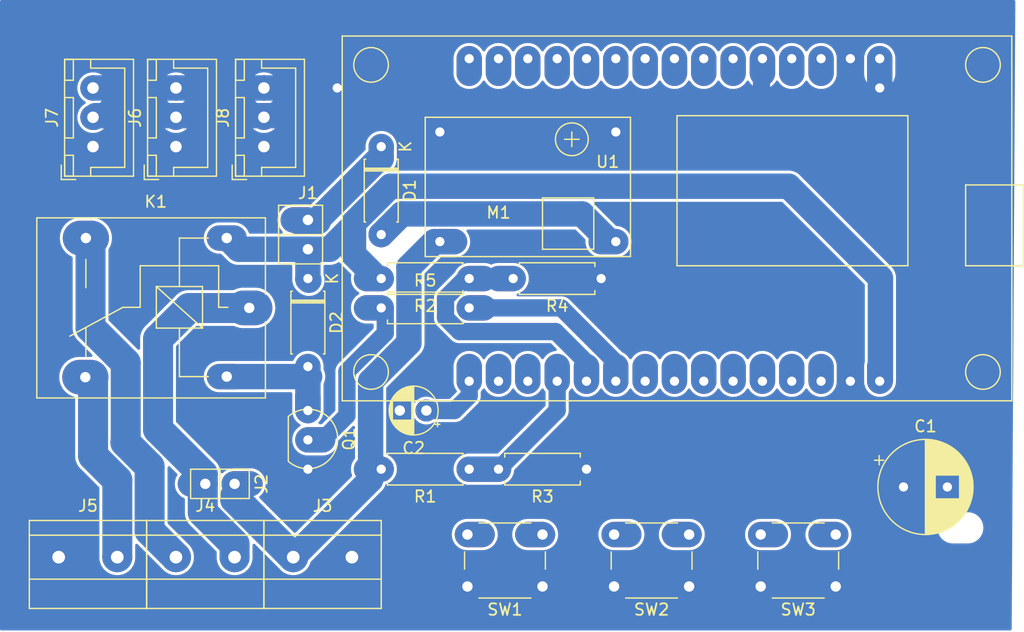
<source format=kicad_pcb>
(kicad_pcb (version 20171130) (host pcbnew "(5.1.6)-1")

  (general
    (thickness 1.6)
    (drawings 0)
    (tracks 91)
    (zones 0)
    (modules 24)
    (nets 38)
  )

  (page A4)
  (layers
    (0 F.Cu signal)
    (31 B.Cu signal)
    (32 B.Adhes user)
    (33 F.Adhes user)
    (34 B.Paste user)
    (35 F.Paste user)
    (36 B.SilkS user)
    (37 F.SilkS user)
    (38 B.Mask user)
    (39 F.Mask user)
    (40 Dwgs.User user)
    (41 Cmts.User user)
    (42 Eco1.User user)
    (43 Eco2.User user)
    (44 Edge.Cuts user)
    (45 Margin user)
    (46 B.CrtYd user)
    (47 F.CrtYd user)
    (48 B.Fab user)
    (49 F.Fab user)
  )

  (setup
    (last_trace_width 1)
    (user_trace_width 1)
    (user_trace_width 1.5)
    (user_trace_width 2.2)
    (user_trace_width 2.6)
    (trace_clearance 0.2)
    (zone_clearance 0.508)
    (zone_45_only no)
    (trace_min 0.2)
    (via_size 0.8)
    (via_drill 0.4)
    (via_min_size 0.4)
    (via_min_drill 0.3)
    (user_via 2.2 0.8)
    (uvia_size 0.3)
    (uvia_drill 0.1)
    (uvias_allowed no)
    (uvia_min_size 0.2)
    (uvia_min_drill 0.1)
    (edge_width 0.1)
    (segment_width 0.2)
    (pcb_text_width 0.3)
    (pcb_text_size 1.5 1.5)
    (mod_edge_width 0.15)
    (mod_text_size 1 1)
    (mod_text_width 0.15)
    (pad_size 2.2 3.57)
    (pad_drill 0.9)
    (pad_to_mask_clearance 0)
    (aux_axis_origin 0 0)
    (visible_elements FFFFFF7F)
    (pcbplotparams
      (layerselection 0x010fc_ffffffff)
      (usegerberextensions false)
      (usegerberattributes true)
      (usegerberadvancedattributes true)
      (creategerberjobfile true)
      (excludeedgelayer true)
      (linewidth 0.100000)
      (plotframeref false)
      (viasonmask false)
      (mode 1)
      (useauxorigin false)
      (hpglpennumber 1)
      (hpglpenspeed 20)
      (hpglpendiameter 15.000000)
      (psnegative false)
      (psa4output false)
      (plotreference true)
      (plotvalue true)
      (plotinvisibletext false)
      (padsonsilk false)
      (subtractmaskfromsilk false)
      (outputformat 1)
      (mirror false)
      (drillshape 1)
      (scaleselection 1)
      (outputdirectory ""))
  )

  (net 0 "")
  (net 1 +5V)
  (net 2 GND)
  (net 3 "Net-(C2-Pad1)")
  (net 4 "Net-(D1-Pad1)")
  (net 5 "Net-(D1-Pad2)")
  (net 6 "Net-(D2-Pad2)")
  (net 7 +12V)
  (net 8 COMMON)
  (net 9 NC)
  (net 10 NO)
  (net 11 "Net-(Q1-Pad2)")
  (net 12 S_12V)
  (net 13 S_5V)
  (net 14 RELAY)
  (net 15 BUTTON1)
  (net 16 BUTTON2)
  (net 17 BUTTON3)
  (net 18 "Net-(U1-Pad9)")
  (net 19 "Net-(U1-Pad13)")
  (net 20 "Net-(U1-Pad14)")
  (net 21 "Net-(U1-Pad16)")
  (net 22 SCL)
  (net 23 "Net-(U1-Pad18)")
  (net 24 "Net-(U1-Pad19)")
  (net 25 SDA)
  (net 26 "Net-(U1-Pad21)")
  (net 27 "Net-(U1-Pad22)")
  (net 28 "Net-(U1-Pad23)")
  (net 29 "Net-(U1-Pad24)")
  (net 30 "Net-(U1-Pad25)")
  (net 31 ONE_WIRE)
  (net 32 ONBOARD_LED)
  (net 33 +3V3)
  (net 34 "Net-(U1-Pad6)")
  (net 35 "Net-(U1-Pad7)")
  (net 36 "Net-(U1-Pad8)")
  (net 37 "Net-(U1-Pad28)")

  (net_class Default "This is the default net class."
    (clearance 0.2)
    (trace_width 0.25)
    (via_dia 0.8)
    (via_drill 0.4)
    (uvia_dia 0.3)
    (uvia_drill 0.1)
    (add_net +12V)
    (add_net +3V3)
    (add_net +5V)
    (add_net BUTTON1)
    (add_net BUTTON2)
    (add_net BUTTON3)
    (add_net COMMON)
    (add_net GND)
    (add_net NC)
    (add_net NO)
    (add_net "Net-(C2-Pad1)")
    (add_net "Net-(D1-Pad1)")
    (add_net "Net-(D1-Pad2)")
    (add_net "Net-(D2-Pad2)")
    (add_net "Net-(Q1-Pad2)")
    (add_net "Net-(U1-Pad13)")
    (add_net "Net-(U1-Pad14)")
    (add_net "Net-(U1-Pad16)")
    (add_net "Net-(U1-Pad18)")
    (add_net "Net-(U1-Pad19)")
    (add_net "Net-(U1-Pad21)")
    (add_net "Net-(U1-Pad22)")
    (add_net "Net-(U1-Pad23)")
    (add_net "Net-(U1-Pad24)")
    (add_net "Net-(U1-Pad25)")
    (add_net "Net-(U1-Pad28)")
    (add_net "Net-(U1-Pad6)")
    (add_net "Net-(U1-Pad7)")
    (add_net "Net-(U1-Pad8)")
    (add_net "Net-(U1-Pad9)")
    (add_net ONBOARD_LED)
    (add_net ONE_WIRE)
    (add_net RELAY)
    (add_net SCL)
    (add_net SDA)
    (add_net S_12V)
    (add_net S_5V)
  )

  (module 0_my_footprints2:CP_my100uf (layer F.Cu) (tedit 669520F6) (tstamp 67151D33)
    (at 106.2 87.9)
    (descr "CP, Radial series, Radial, pin pitch=3.80mm, , diameter=8mm, Electrolytic Capacitor")
    (tags "CP Radial series Radial pin pitch 3.80mm  diameter 8mm Electrolytic Capacitor")
    (path /671A6D4E)
    (fp_text reference C1 (at 1.9 -5.25) (layer F.SilkS)
      (effects (font (size 1 1) (thickness 0.15)))
    )
    (fp_text value 100uf (at 1.9 5.25) (layer F.Fab)
      (effects (font (size 1 1) (thickness 0.15)))
    )
    (fp_line (start -2.109698 -2.715) (end -2.109698 -1.915) (layer F.SilkS) (width 0.12))
    (fp_line (start -2.509698 -2.315) (end -1.709698 -2.315) (layer F.SilkS) (width 0.12))
    (fp_line (start 5.981 -0.533) (end 5.981 0.533) (layer F.SilkS) (width 0.12))
    (fp_line (start 5.941 -0.768) (end 5.941 0.768) (layer F.SilkS) (width 0.12))
    (fp_line (start 5.901 -0.948) (end 5.901 0.948) (layer F.SilkS) (width 0.12))
    (fp_line (start 5.861 -1.098) (end 5.861 1.098) (layer F.SilkS) (width 0.12))
    (fp_line (start 5.821 -1.229) (end 5.821 1.229) (layer F.SilkS) (width 0.12))
    (fp_line (start 5.781 -1.346) (end 5.781 1.346) (layer F.SilkS) (width 0.12))
    (fp_line (start 5.741 -1.453) (end 5.741 1.453) (layer F.SilkS) (width 0.12))
    (fp_line (start 5.701 -1.552) (end 5.701 1.552) (layer F.SilkS) (width 0.12))
    (fp_line (start 5.661 -1.645) (end 5.661 1.645) (layer F.SilkS) (width 0.12))
    (fp_line (start 5.621 -1.731) (end 5.621 1.731) (layer F.SilkS) (width 0.12))
    (fp_line (start 5.581 -1.813) (end 5.581 1.813) (layer F.SilkS) (width 0.12))
    (fp_line (start 5.541 -1.89) (end 5.541 1.89) (layer F.SilkS) (width 0.12))
    (fp_line (start 5.501 -1.964) (end 5.501 1.964) (layer F.SilkS) (width 0.12))
    (fp_line (start 5.461 -2.034) (end 5.461 2.034) (layer F.SilkS) (width 0.12))
    (fp_line (start 5.421 -2.102) (end 5.421 2.102) (layer F.SilkS) (width 0.12))
    (fp_line (start 5.381 -2.166) (end 5.381 2.166) (layer F.SilkS) (width 0.12))
    (fp_line (start 5.341 -2.228) (end 5.341 2.228) (layer F.SilkS) (width 0.12))
    (fp_line (start 5.301 -2.287) (end 5.301 2.287) (layer F.SilkS) (width 0.12))
    (fp_line (start 5.261 -2.345) (end 5.261 2.345) (layer F.SilkS) (width 0.12))
    (fp_line (start 5.221 -2.4) (end 5.221 2.4) (layer F.SilkS) (width 0.12))
    (fp_line (start 5.181 -2.454) (end 5.181 2.454) (layer F.SilkS) (width 0.12))
    (fp_line (start 5.141 -2.505) (end 5.141 2.505) (layer F.SilkS) (width 0.12))
    (fp_line (start 5.101 -2.556) (end 5.101 2.556) (layer F.SilkS) (width 0.12))
    (fp_line (start 5.061 -2.604) (end 5.061 2.604) (layer F.SilkS) (width 0.12))
    (fp_line (start 5.021 -2.651) (end 5.021 2.651) (layer F.SilkS) (width 0.12))
    (fp_line (start 4.981 -2.697) (end 4.981 2.697) (layer F.SilkS) (width 0.12))
    (fp_line (start 4.941 -2.741) (end 4.941 2.741) (layer F.SilkS) (width 0.12))
    (fp_line (start 4.901 -2.784) (end 4.901 2.784) (layer F.SilkS) (width 0.12))
    (fp_line (start 4.861 -2.826) (end 4.861 2.826) (layer F.SilkS) (width 0.12))
    (fp_line (start 4.821 1.04) (end 4.821 2.867) (layer F.SilkS) (width 0.12))
    (fp_line (start 4.821 -2.867) (end 4.821 -1.04) (layer F.SilkS) (width 0.12))
    (fp_line (start 4.781 1.04) (end 4.781 2.907) (layer F.SilkS) (width 0.12))
    (fp_line (start 4.781 -2.907) (end 4.781 -1.04) (layer F.SilkS) (width 0.12))
    (fp_line (start 4.741 1.04) (end 4.741 2.945) (layer F.SilkS) (width 0.12))
    (fp_line (start 4.741 -2.945) (end 4.741 -1.04) (layer F.SilkS) (width 0.12))
    (fp_line (start 4.701 1.04) (end 4.701 2.983) (layer F.SilkS) (width 0.12))
    (fp_line (start 4.701 -2.983) (end 4.701 -1.04) (layer F.SilkS) (width 0.12))
    (fp_line (start 4.661 1.04) (end 4.661 3.019) (layer F.SilkS) (width 0.12))
    (fp_line (start 4.661 -3.019) (end 4.661 -1.04) (layer F.SilkS) (width 0.12))
    (fp_line (start 4.621 1.04) (end 4.621 3.055) (layer F.SilkS) (width 0.12))
    (fp_line (start 4.621 -3.055) (end 4.621 -1.04) (layer F.SilkS) (width 0.12))
    (fp_line (start 4.581 1.04) (end 4.581 3.09) (layer F.SilkS) (width 0.12))
    (fp_line (start 4.581 -3.09) (end 4.581 -1.04) (layer F.SilkS) (width 0.12))
    (fp_line (start 4.541 1.04) (end 4.541 3.124) (layer F.SilkS) (width 0.12))
    (fp_line (start 4.541 -3.124) (end 4.541 -1.04) (layer F.SilkS) (width 0.12))
    (fp_line (start 4.501 1.04) (end 4.501 3.156) (layer F.SilkS) (width 0.12))
    (fp_line (start 4.501 -3.156) (end 4.501 -1.04) (layer F.SilkS) (width 0.12))
    (fp_line (start 4.461 1.04) (end 4.461 3.189) (layer F.SilkS) (width 0.12))
    (fp_line (start 4.461 -3.189) (end 4.461 -1.04) (layer F.SilkS) (width 0.12))
    (fp_line (start 4.421 1.04) (end 4.421 3.22) (layer F.SilkS) (width 0.12))
    (fp_line (start 4.421 -3.22) (end 4.421 -1.04) (layer F.SilkS) (width 0.12))
    (fp_line (start 4.381 1.04) (end 4.381 3.25) (layer F.SilkS) (width 0.12))
    (fp_line (start 4.381 -3.25) (end 4.381 -1.04) (layer F.SilkS) (width 0.12))
    (fp_line (start 4.341 1.04) (end 4.341 3.28) (layer F.SilkS) (width 0.12))
    (fp_line (start 4.341 -3.28) (end 4.341 -1.04) (layer F.SilkS) (width 0.12))
    (fp_line (start 4.301 1.04) (end 4.301 3.309) (layer F.SilkS) (width 0.12))
    (fp_line (start 4.301 -3.309) (end 4.301 -1.04) (layer F.SilkS) (width 0.12))
    (fp_line (start 4.261 1.04) (end 4.261 3.338) (layer F.SilkS) (width 0.12))
    (fp_line (start 4.261 -3.338) (end 4.261 -1.04) (layer F.SilkS) (width 0.12))
    (fp_line (start 4.221 1.04) (end 4.221 3.365) (layer F.SilkS) (width 0.12))
    (fp_line (start 4.221 -3.365) (end 4.221 -1.04) (layer F.SilkS) (width 0.12))
    (fp_line (start 4.181 1.04) (end 4.181 3.392) (layer F.SilkS) (width 0.12))
    (fp_line (start 4.181 -3.392) (end 4.181 -1.04) (layer F.SilkS) (width 0.12))
    (fp_line (start 4.141 1.04) (end 4.141 3.418) (layer F.SilkS) (width 0.12))
    (fp_line (start 4.141 -3.418) (end 4.141 -1.04) (layer F.SilkS) (width 0.12))
    (fp_line (start 4.101 1.04) (end 4.101 3.444) (layer F.SilkS) (width 0.12))
    (fp_line (start 4.101 -3.444) (end 4.101 -1.04) (layer F.SilkS) (width 0.12))
    (fp_line (start 4.061 1.04) (end 4.061 3.469) (layer F.SilkS) (width 0.12))
    (fp_line (start 4.061 -3.469) (end 4.061 -1.04) (layer F.SilkS) (width 0.12))
    (fp_line (start 4.021 1.04) (end 4.021 3.493) (layer F.SilkS) (width 0.12))
    (fp_line (start 4.021 -3.493) (end 4.021 -1.04) (layer F.SilkS) (width 0.12))
    (fp_line (start 3.981 1.04) (end 3.981 3.517) (layer F.SilkS) (width 0.12))
    (fp_line (start 3.981 -3.517) (end 3.981 -1.04) (layer F.SilkS) (width 0.12))
    (fp_line (start 3.941 1.04) (end 3.941 3.54) (layer F.SilkS) (width 0.12))
    (fp_line (start 3.941 -3.54) (end 3.941 -1.04) (layer F.SilkS) (width 0.12))
    (fp_line (start 3.901 1.04) (end 3.901 3.562) (layer F.SilkS) (width 0.12))
    (fp_line (start 3.901 -3.562) (end 3.901 -1.04) (layer F.SilkS) (width 0.12))
    (fp_line (start 3.861 1.04) (end 3.861 3.584) (layer F.SilkS) (width 0.12))
    (fp_line (start 3.861 -3.584) (end 3.861 -1.04) (layer F.SilkS) (width 0.12))
    (fp_line (start 3.821 1.04) (end 3.821 3.606) (layer F.SilkS) (width 0.12))
    (fp_line (start 3.821 -3.606) (end 3.821 -1.04) (layer F.SilkS) (width 0.12))
    (fp_line (start 3.781 1.04) (end 3.781 3.627) (layer F.SilkS) (width 0.12))
    (fp_line (start 3.781 -3.627) (end 3.781 -1.04) (layer F.SilkS) (width 0.12))
    (fp_line (start 3.741 1.04) (end 3.741 3.647) (layer F.SilkS) (width 0.12))
    (fp_line (start 3.741 -3.647) (end 3.741 -1.04) (layer F.SilkS) (width 0.12))
    (fp_line (start 3.701 1.04) (end 3.701 3.666) (layer F.SilkS) (width 0.12))
    (fp_line (start 3.701 -3.666) (end 3.701 -1.04) (layer F.SilkS) (width 0.12))
    (fp_line (start 3.661 1.04) (end 3.661 3.686) (layer F.SilkS) (width 0.12))
    (fp_line (start 3.661 -3.686) (end 3.661 -1.04) (layer F.SilkS) (width 0.12))
    (fp_line (start 3.621 1.04) (end 3.621 3.704) (layer F.SilkS) (width 0.12))
    (fp_line (start 3.621 -3.704) (end 3.621 -1.04) (layer F.SilkS) (width 0.12))
    (fp_line (start 3.581 1.04) (end 3.581 3.722) (layer F.SilkS) (width 0.12))
    (fp_line (start 3.581 -3.722) (end 3.581 -1.04) (layer F.SilkS) (width 0.12))
    (fp_line (start 3.541 1.04) (end 3.541 3.74) (layer F.SilkS) (width 0.12))
    (fp_line (start 3.541 -3.74) (end 3.541 -1.04) (layer F.SilkS) (width 0.12))
    (fp_line (start 3.501 1.04) (end 3.501 3.757) (layer F.SilkS) (width 0.12))
    (fp_line (start 3.501 -3.757) (end 3.501 -1.04) (layer F.SilkS) (width 0.12))
    (fp_line (start 3.461 1.04) (end 3.461 3.774) (layer F.SilkS) (width 0.12))
    (fp_line (start 3.461 -3.774) (end 3.461 -1.04) (layer F.SilkS) (width 0.12))
    (fp_line (start 3.421 1.04) (end 3.421 3.79) (layer F.SilkS) (width 0.12))
    (fp_line (start 3.421 -3.79) (end 3.421 -1.04) (layer F.SilkS) (width 0.12))
    (fp_line (start 3.381 1.04) (end 3.381 3.805) (layer F.SilkS) (width 0.12))
    (fp_line (start 3.381 -3.805) (end 3.381 -1.04) (layer F.SilkS) (width 0.12))
    (fp_line (start 3.341 1.04) (end 3.341 3.821) (layer F.SilkS) (width 0.12))
    (fp_line (start 3.341 -3.821) (end 3.341 -1.04) (layer F.SilkS) (width 0.12))
    (fp_line (start 3.301 1.04) (end 3.301 3.835) (layer F.SilkS) (width 0.12))
    (fp_line (start 3.301 -3.835) (end 3.301 -1.04) (layer F.SilkS) (width 0.12))
    (fp_line (start 3.261 1.04) (end 3.261 3.85) (layer F.SilkS) (width 0.12))
    (fp_line (start 3.261 -3.85) (end 3.261 -1.04) (layer F.SilkS) (width 0.12))
    (fp_line (start 3.221 1.04) (end 3.221 3.863) (layer F.SilkS) (width 0.12))
    (fp_line (start 3.221 -3.863) (end 3.221 -1.04) (layer F.SilkS) (width 0.12))
    (fp_line (start 3.181 1.04) (end 3.181 3.877) (layer F.SilkS) (width 0.12))
    (fp_line (start 3.181 -3.877) (end 3.181 -1.04) (layer F.SilkS) (width 0.12))
    (fp_line (start 3.141 1.04) (end 3.141 3.889) (layer F.SilkS) (width 0.12))
    (fp_line (start 3.141 -3.889) (end 3.141 -1.04) (layer F.SilkS) (width 0.12))
    (fp_line (start 3.101 1.04) (end 3.101 3.902) (layer F.SilkS) (width 0.12))
    (fp_line (start 3.101 -3.902) (end 3.101 -1.04) (layer F.SilkS) (width 0.12))
    (fp_line (start 3.061 1.04) (end 3.061 3.914) (layer F.SilkS) (width 0.12))
    (fp_line (start 3.061 -3.914) (end 3.061 -1.04) (layer F.SilkS) (width 0.12))
    (fp_line (start 3.021 1.04) (end 3.021 3.925) (layer F.SilkS) (width 0.12))
    (fp_line (start 3.021 -3.925) (end 3.021 -1.04) (layer F.SilkS) (width 0.12))
    (fp_line (start 2.981 1.04) (end 2.981 3.936) (layer F.SilkS) (width 0.12))
    (fp_line (start 2.981 -3.936) (end 2.981 -1.04) (layer F.SilkS) (width 0.12))
    (fp_line (start 2.941 1.04) (end 2.941 3.947) (layer F.SilkS) (width 0.12))
    (fp_line (start 2.941 -3.947) (end 2.941 -1.04) (layer F.SilkS) (width 0.12))
    (fp_line (start 2.901 1.04) (end 2.901 3.957) (layer F.SilkS) (width 0.12))
    (fp_line (start 2.901 -3.957) (end 2.901 -1.04) (layer F.SilkS) (width 0.12))
    (fp_line (start 2.861 1.04) (end 2.861 3.967) (layer F.SilkS) (width 0.12))
    (fp_line (start 2.861 -3.967) (end 2.861 -1.04) (layer F.SilkS) (width 0.12))
    (fp_line (start 2.821 1.04) (end 2.821 3.976) (layer F.SilkS) (width 0.12))
    (fp_line (start 2.821 -3.976) (end 2.821 -1.04) (layer F.SilkS) (width 0.12))
    (fp_line (start 2.781 1.04) (end 2.781 3.985) (layer F.SilkS) (width 0.12))
    (fp_line (start 2.781 -3.985) (end 2.781 -1.04) (layer F.SilkS) (width 0.12))
    (fp_line (start 2.741 -3.994) (end 2.741 3.994) (layer F.SilkS) (width 0.12))
    (fp_line (start 2.701 -4.002) (end 2.701 4.002) (layer F.SilkS) (width 0.12))
    (fp_line (start 2.661 -4.01) (end 2.661 4.01) (layer F.SilkS) (width 0.12))
    (fp_line (start 2.621 -4.017) (end 2.621 4.017) (layer F.SilkS) (width 0.12))
    (fp_line (start 2.58 -4.024) (end 2.58 4.024) (layer F.SilkS) (width 0.12))
    (fp_line (start 2.54 -4.03) (end 2.54 4.03) (layer F.SilkS) (width 0.12))
    (fp_line (start 2.5 -4.037) (end 2.5 4.037) (layer F.SilkS) (width 0.12))
    (fp_line (start 2.46 -4.042) (end 2.46 4.042) (layer F.SilkS) (width 0.12))
    (fp_line (start 2.42 -4.048) (end 2.42 4.048) (layer F.SilkS) (width 0.12))
    (fp_line (start 2.38 -4.052) (end 2.38 4.052) (layer F.SilkS) (width 0.12))
    (fp_line (start 2.34 -4.057) (end 2.34 4.057) (layer F.SilkS) (width 0.12))
    (fp_line (start 2.3 -4.061) (end 2.3 4.061) (layer F.SilkS) (width 0.12))
    (fp_line (start 2.26 -4.065) (end 2.26 4.065) (layer F.SilkS) (width 0.12))
    (fp_line (start 2.22 -4.068) (end 2.22 4.068) (layer F.SilkS) (width 0.12))
    (fp_line (start 2.18 -4.071) (end 2.18 4.071) (layer F.SilkS) (width 0.12))
    (fp_line (start 2.14 -4.074) (end 2.14 4.074) (layer F.SilkS) (width 0.12))
    (fp_line (start 2.1 -4.076) (end 2.1 4.076) (layer F.SilkS) (width 0.12))
    (fp_line (start 2.06 -4.077) (end 2.06 4.077) (layer F.SilkS) (width 0.12))
    (fp_line (start 2.02 -4.079) (end 2.02 4.079) (layer F.SilkS) (width 0.12))
    (fp_line (start 1.98 -4.08) (end 1.98 4.08) (layer F.SilkS) (width 0.12))
    (fp_line (start 1.94 -4.08) (end 1.94 4.08) (layer F.SilkS) (width 0.12))
    (fp_line (start 1.9 -4.08) (end 1.9 4.08) (layer F.SilkS) (width 0.12))
    (fp_line (start -1.126759 -2.1475) (end -1.126759 -1.3475) (layer F.Fab) (width 0.1))
    (fp_line (start -1.526759 -1.7475) (end -0.726759 -1.7475) (layer F.Fab) (width 0.1))
    (fp_circle (center 1.9 0) (end 6.15 0) (layer F.CrtYd) (width 0.05))
    (fp_circle (center 1.9 0) (end 6.02 0) (layer F.SilkS) (width 0.12))
    (fp_circle (center 1.9 0) (end 5.9 0) (layer F.Fab) (width 0.1))
    (fp_text user %R (at 1.9 0) (layer F.Fab)
      (effects (font (size 1 1) (thickness 0.15)))
    )
    (pad 1 thru_hole oval (at 0 0) (size 3.47 2.2) (drill 0.8 (offset -0.635 0)) (layers *.Cu *.Mask)
      (net 1 +5V))
    (pad 2 thru_hole oval (at 3.8 0) (size 3.47 2.2) (drill 0.8 (offset 0.535 0)) (layers *.Cu *.Mask)
      (net 2 GND))
    (model ${KISYS3DMOD}/Capacitor_THT.3dshapes/CP_Radial_D8.0mm_P3.80mm.wrl
      (at (xyz 0 0 0))
      (scale (xyz 1 1 1))
      (rotate (xyz 0 0 0))
    )
  )

  (module 0_my_footprints:CP_my10uf (layer F.Cu) (tedit 63C2E2E2) (tstamp 67151D9F)
    (at 64.77 81.28 180)
    (descr "CP, Radial series, Radial, pin pitch=2.00mm, , diameter=4mm, Electrolytic Capacitor")
    (tags "CP Radial series Radial pin pitch 2.00mm  diameter 4mm Electrolytic Capacitor")
    (path /61F3EFF1)
    (fp_text reference C2 (at 1 -3.25) (layer F.SilkS)
      (effects (font (size 1 1) (thickness 0.15)))
    )
    (fp_text value 4.7uf (at 1 3.25) (layer F.Fab)
      (effects (font (size 1 1) (thickness 0.15)))
    )
    (fp_line (start -1.069801 -1.395) (end -1.069801 -0.995) (layer F.SilkS) (width 0.12))
    (fp_line (start -1.269801 -1.195) (end -0.869801 -1.195) (layer F.SilkS) (width 0.12))
    (fp_line (start 3.081 -0.37) (end 3.081 0.37) (layer F.SilkS) (width 0.12))
    (fp_line (start 3.041 -0.537) (end 3.041 0.537) (layer F.SilkS) (width 0.12))
    (fp_line (start 3.001 -0.664) (end 3.001 0.664) (layer F.SilkS) (width 0.12))
    (fp_line (start 2.961 -0.768) (end 2.961 0.768) (layer F.SilkS) (width 0.12))
    (fp_line (start 2.921 -0.859) (end 2.921 0.859) (layer F.SilkS) (width 0.12))
    (fp_line (start 2.881 -0.94) (end 2.881 0.94) (layer F.SilkS) (width 0.12))
    (fp_line (start 2.841 -1.013) (end 2.841 1.013) (layer F.SilkS) (width 0.12))
    (fp_line (start 2.801 0.84) (end 2.801 1.08) (layer F.SilkS) (width 0.12))
    (fp_line (start 2.801 -1.08) (end 2.801 -0.84) (layer F.SilkS) (width 0.12))
    (fp_line (start 2.761 0.84) (end 2.761 1.142) (layer F.SilkS) (width 0.12))
    (fp_line (start 2.761 -1.142) (end 2.761 -0.84) (layer F.SilkS) (width 0.12))
    (fp_line (start 2.721 0.84) (end 2.721 1.2) (layer F.SilkS) (width 0.12))
    (fp_line (start 2.721 -1.2) (end 2.721 -0.84) (layer F.SilkS) (width 0.12))
    (fp_line (start 2.681 0.84) (end 2.681 1.254) (layer F.SilkS) (width 0.12))
    (fp_line (start 2.681 -1.254) (end 2.681 -0.84) (layer F.SilkS) (width 0.12))
    (fp_line (start 2.641 0.84) (end 2.641 1.304) (layer F.SilkS) (width 0.12))
    (fp_line (start 2.641 -1.304) (end 2.641 -0.84) (layer F.SilkS) (width 0.12))
    (fp_line (start 2.601 0.84) (end 2.601 1.351) (layer F.SilkS) (width 0.12))
    (fp_line (start 2.601 -1.351) (end 2.601 -0.84) (layer F.SilkS) (width 0.12))
    (fp_line (start 2.561 0.84) (end 2.561 1.396) (layer F.SilkS) (width 0.12))
    (fp_line (start 2.561 -1.396) (end 2.561 -0.84) (layer F.SilkS) (width 0.12))
    (fp_line (start 2.521 0.84) (end 2.521 1.438) (layer F.SilkS) (width 0.12))
    (fp_line (start 2.521 -1.438) (end 2.521 -0.84) (layer F.SilkS) (width 0.12))
    (fp_line (start 2.481 0.84) (end 2.481 1.478) (layer F.SilkS) (width 0.12))
    (fp_line (start 2.481 -1.478) (end 2.481 -0.84) (layer F.SilkS) (width 0.12))
    (fp_line (start 2.441 0.84) (end 2.441 1.516) (layer F.SilkS) (width 0.12))
    (fp_line (start 2.441 -1.516) (end 2.441 -0.84) (layer F.SilkS) (width 0.12))
    (fp_line (start 2.401 0.84) (end 2.401 1.552) (layer F.SilkS) (width 0.12))
    (fp_line (start 2.401 -1.552) (end 2.401 -0.84) (layer F.SilkS) (width 0.12))
    (fp_line (start 2.361 0.84) (end 2.361 1.587) (layer F.SilkS) (width 0.12))
    (fp_line (start 2.361 -1.587) (end 2.361 -0.84) (layer F.SilkS) (width 0.12))
    (fp_line (start 2.321 0.84) (end 2.321 1.619) (layer F.SilkS) (width 0.12))
    (fp_line (start 2.321 -1.619) (end 2.321 -0.84) (layer F.SilkS) (width 0.12))
    (fp_line (start 2.281 0.84) (end 2.281 1.65) (layer F.SilkS) (width 0.12))
    (fp_line (start 2.281 -1.65) (end 2.281 -0.84) (layer F.SilkS) (width 0.12))
    (fp_line (start 2.241 0.84) (end 2.241 1.68) (layer F.SilkS) (width 0.12))
    (fp_line (start 2.241 -1.68) (end 2.241 -0.84) (layer F.SilkS) (width 0.12))
    (fp_line (start 2.201 0.84) (end 2.201 1.708) (layer F.SilkS) (width 0.12))
    (fp_line (start 2.201 -1.708) (end 2.201 -0.84) (layer F.SilkS) (width 0.12))
    (fp_line (start 2.161 0.84) (end 2.161 1.735) (layer F.SilkS) (width 0.12))
    (fp_line (start 2.161 -1.735) (end 2.161 -0.84) (layer F.SilkS) (width 0.12))
    (fp_line (start 2.121 0.84) (end 2.121 1.76) (layer F.SilkS) (width 0.12))
    (fp_line (start 2.121 -1.76) (end 2.121 -0.84) (layer F.SilkS) (width 0.12))
    (fp_line (start 2.081 0.84) (end 2.081 1.785) (layer F.SilkS) (width 0.12))
    (fp_line (start 2.081 -1.785) (end 2.081 -0.84) (layer F.SilkS) (width 0.12))
    (fp_line (start 2.041 0.84) (end 2.041 1.808) (layer F.SilkS) (width 0.12))
    (fp_line (start 2.041 -1.808) (end 2.041 -0.84) (layer F.SilkS) (width 0.12))
    (fp_line (start 2.001 0.84) (end 2.001 1.83) (layer F.SilkS) (width 0.12))
    (fp_line (start 2.001 -1.83) (end 2.001 -0.84) (layer F.SilkS) (width 0.12))
    (fp_line (start 1.961 0.84) (end 1.961 1.851) (layer F.SilkS) (width 0.12))
    (fp_line (start 1.961 -1.851) (end 1.961 -0.84) (layer F.SilkS) (width 0.12))
    (fp_line (start 1.921 0.84) (end 1.921 1.87) (layer F.SilkS) (width 0.12))
    (fp_line (start 1.921 -1.87) (end 1.921 -0.84) (layer F.SilkS) (width 0.12))
    (fp_line (start 1.881 0.84) (end 1.881 1.889) (layer F.SilkS) (width 0.12))
    (fp_line (start 1.881 -1.889) (end 1.881 -0.84) (layer F.SilkS) (width 0.12))
    (fp_line (start 1.841 0.84) (end 1.841 1.907) (layer F.SilkS) (width 0.12))
    (fp_line (start 1.841 -1.907) (end 1.841 -0.84) (layer F.SilkS) (width 0.12))
    (fp_line (start 1.801 0.84) (end 1.801 1.924) (layer F.SilkS) (width 0.12))
    (fp_line (start 1.801 -1.924) (end 1.801 -0.84) (layer F.SilkS) (width 0.12))
    (fp_line (start 1.761 0.84) (end 1.761 1.94) (layer F.SilkS) (width 0.12))
    (fp_line (start 1.761 -1.94) (end 1.761 -0.84) (layer F.SilkS) (width 0.12))
    (fp_line (start 1.721 0.84) (end 1.721 1.954) (layer F.SilkS) (width 0.12))
    (fp_line (start 1.721 -1.954) (end 1.721 -0.84) (layer F.SilkS) (width 0.12))
    (fp_line (start 1.68 0.84) (end 1.68 1.968) (layer F.SilkS) (width 0.12))
    (fp_line (start 1.68 -1.968) (end 1.68 -0.84) (layer F.SilkS) (width 0.12))
    (fp_line (start 1.64 0.84) (end 1.64 1.982) (layer F.SilkS) (width 0.12))
    (fp_line (start 1.64 -1.982) (end 1.64 -0.84) (layer F.SilkS) (width 0.12))
    (fp_line (start 1.6 0.84) (end 1.6 1.994) (layer F.SilkS) (width 0.12))
    (fp_line (start 1.6 -1.994) (end 1.6 -0.84) (layer F.SilkS) (width 0.12))
    (fp_line (start 1.56 0.84) (end 1.56 2.005) (layer F.SilkS) (width 0.12))
    (fp_line (start 1.56 -2.005) (end 1.56 -0.84) (layer F.SilkS) (width 0.12))
    (fp_line (start 1.52 0.84) (end 1.52 2.016) (layer F.SilkS) (width 0.12))
    (fp_line (start 1.52 -2.016) (end 1.52 -0.84) (layer F.SilkS) (width 0.12))
    (fp_line (start 1.48 0.84) (end 1.48 2.025) (layer F.SilkS) (width 0.12))
    (fp_line (start 1.48 -2.025) (end 1.48 -0.84) (layer F.SilkS) (width 0.12))
    (fp_line (start 1.44 0.84) (end 1.44 2.034) (layer F.SilkS) (width 0.12))
    (fp_line (start 1.44 -2.034) (end 1.44 -0.84) (layer F.SilkS) (width 0.12))
    (fp_line (start 1.4 0.84) (end 1.4 2.042) (layer F.SilkS) (width 0.12))
    (fp_line (start 1.4 -2.042) (end 1.4 -0.84) (layer F.SilkS) (width 0.12))
    (fp_line (start 1.36 0.84) (end 1.36 2.05) (layer F.SilkS) (width 0.12))
    (fp_line (start 1.36 -2.05) (end 1.36 -0.84) (layer F.SilkS) (width 0.12))
    (fp_line (start 1.32 0.84) (end 1.32 2.056) (layer F.SilkS) (width 0.12))
    (fp_line (start 1.32 -2.056) (end 1.32 -0.84) (layer F.SilkS) (width 0.12))
    (fp_line (start 1.28 0.84) (end 1.28 2.062) (layer F.SilkS) (width 0.12))
    (fp_line (start 1.28 -2.062) (end 1.28 -0.84) (layer F.SilkS) (width 0.12))
    (fp_line (start 1.24 0.84) (end 1.24 2.067) (layer F.SilkS) (width 0.12))
    (fp_line (start 1.24 -2.067) (end 1.24 -0.84) (layer F.SilkS) (width 0.12))
    (fp_line (start 1.2 0.84) (end 1.2 2.071) (layer F.SilkS) (width 0.12))
    (fp_line (start 1.2 -2.071) (end 1.2 -0.84) (layer F.SilkS) (width 0.12))
    (fp_line (start 1.16 -2.074) (end 1.16 2.074) (layer F.SilkS) (width 0.12))
    (fp_line (start 1.12 -2.077) (end 1.12 2.077) (layer F.SilkS) (width 0.12))
    (fp_line (start 1.08 -2.079) (end 1.08 2.079) (layer F.SilkS) (width 0.12))
    (fp_line (start 1.04 -2.08) (end 1.04 2.08) (layer F.SilkS) (width 0.12))
    (fp_line (start 1 -2.08) (end 1 2.08) (layer F.SilkS) (width 0.12))
    (fp_line (start -0.502554 -1.0675) (end -0.502554 -0.6675) (layer F.Fab) (width 0.1))
    (fp_line (start -0.702554 -0.8675) (end -0.302554 -0.8675) (layer F.Fab) (width 0.1))
    (fp_circle (center 1 0) (end 3.25 0) (layer F.CrtYd) (width 0.05))
    (fp_circle (center 1 0) (end 3.12 0) (layer F.SilkS) (width 0.12))
    (fp_circle (center 1 0) (end 3 0) (layer F.Fab) (width 0.1))
    (fp_text user %R (at 1 0) (layer F.Fab)
      (effects (font (size 0.8 0.8) (thickness 0.12)))
    )
    (pad 1 thru_hole circle (at -0.1 0 180) (size 1.9 1.9) (drill 0.9) (layers *.Cu *.Mask)
      (net 3 "Net-(C2-Pad1)"))
    (pad 2 thru_hole circle (at 2.2 0 180) (size 1.9 1.9) (drill 0.9) (layers *.Cu *.Mask)
      (net 2 GND))
    (model ${KISYS3DMOD}/Capacitor_THT.3dshapes/CP_Radial_D4.0mm_P2.00mm.wrl
      (at (xyz 0 0 0))
      (scale (xyz 1 1 1))
      (rotate (xyz 0 0 0))
    )
  )

  (module 0_my_footprints:myDiodeSchotsky (layer F.Cu) (tedit 67151099) (tstamp 67151DBE)
    (at 60.96 58.42 270)
    (descr "Diode, DO-41_SOD81 series, Axial, Horizontal, pin pitch=7.62mm, , length*diameter=5.2*2.7mm^2, , http://www.diodes.com/_files/packages/DO-41%20(Plastic).pdf")
    (tags "Diode DO-41_SOD81 series Axial Horizontal pin pitch 7.62mm  length 5.2mm diameter 2.7mm")
    (path /67022BE0)
    (fp_text reference D1 (at 3.81 -2.47 90) (layer F.SilkS)
      (effects (font (size 1 1) (thickness 0.15)))
    )
    (fp_text value 1N400x (at 3.81 2.47 90) (layer F.Fab)
      (effects (font (size 1 1) (thickness 0.15)))
    )
    (fp_line (start 8.97 -1.6) (end -1.35 -1.6) (layer F.CrtYd) (width 0.05))
    (fp_line (start 8.97 1.6) (end 8.97 -1.6) (layer F.CrtYd) (width 0.05))
    (fp_line (start -1.35 1.6) (end 8.97 1.6) (layer F.CrtYd) (width 0.05))
    (fp_line (start -1.35 -1.6) (end -1.35 1.6) (layer F.CrtYd) (width 0.05))
    (fp_line (start 1.87 -1.47) (end 1.87 1.47) (layer F.SilkS) (width 0.12))
    (fp_line (start 2.11 -1.47) (end 2.11 1.47) (layer F.SilkS) (width 0.12))
    (fp_line (start 1.99 -1.47) (end 1.99 1.47) (layer F.SilkS) (width 0.12))
    (fp_line (start 6.53 1.47) (end 6.53 1.34) (layer F.SilkS) (width 0.12))
    (fp_line (start 1.09 1.47) (end 6.53 1.47) (layer F.SilkS) (width 0.12))
    (fp_line (start 1.09 1.34) (end 1.09 1.47) (layer F.SilkS) (width 0.12))
    (fp_line (start 6.53 -1.47) (end 6.53 -1.34) (layer F.SilkS) (width 0.12))
    (fp_line (start 1.09 -1.47) (end 6.53 -1.47) (layer F.SilkS) (width 0.12))
    (fp_line (start 1.09 -1.34) (end 1.09 -1.47) (layer F.SilkS) (width 0.12))
    (fp_line (start 1.89 -1.35) (end 1.89 1.35) (layer F.Fab) (width 0.1))
    (fp_line (start 2.09 -1.35) (end 2.09 1.35) (layer F.Fab) (width 0.1))
    (fp_line (start 1.99 -1.35) (end 1.99 1.35) (layer F.Fab) (width 0.1))
    (fp_line (start 7.62 0) (end 6.41 0) (layer F.Fab) (width 0.1))
    (fp_line (start 0 0) (end 1.21 0) (layer F.Fab) (width 0.1))
    (fp_line (start 6.41 -1.35) (end 1.21 -1.35) (layer F.Fab) (width 0.1))
    (fp_line (start 6.41 1.35) (end 6.41 -1.35) (layer F.Fab) (width 0.1))
    (fp_line (start 1.21 1.35) (end 6.41 1.35) (layer F.Fab) (width 0.1))
    (fp_line (start 1.21 -1.35) (end 1.21 1.35) (layer F.Fab) (width 0.1))
    (fp_text user %R (at 4.2 0 90) (layer F.Fab)
      (effects (font (size 1 1) (thickness 0.15)))
    )
    (fp_text user K (at 0 -2.1 90) (layer F.Fab)
      (effects (font (size 1 1) (thickness 0.15)))
    )
    (fp_text user K (at 0 -2.1 90) (layer F.SilkS)
      (effects (font (size 1 1) (thickness 0.15)))
    )
    (pad 1 thru_hole circle (at 0 0 270) (size 2.2 2.2) (drill 0.8) (layers *.Cu *.Mask)
      (net 4 "Net-(D1-Pad1)"))
    (pad 2 thru_hole circle (at 7.62 0 270) (size 2.2 2.2) (drill 0.8) (layers *.Cu *.Mask)
      (net 5 "Net-(D1-Pad2)"))
    (model ${KISYS3DMOD}/Diode_THT.3dshapes/D_DO-41_SOD81_P7.62mm_Horizontal.wrl
      (at (xyz 0 0 0))
      (scale (xyz 1 1 1))
      (rotate (xyz 0 0 0))
    )
  )

  (module 0_my_footprints:myDiodeSchotsky (layer F.Cu) (tedit 67151099) (tstamp 67151DDD)
    (at 54.61 69.85 270)
    (descr "Diode, DO-41_SOD81 series, Axial, Horizontal, pin pitch=7.62mm, , length*diameter=5.2*2.7mm^2, , http://www.diodes.com/_files/packages/DO-41%20(Plastic).pdf")
    (tags "Diode DO-41_SOD81 series Axial Horizontal pin pitch 7.62mm  length 5.2mm diameter 2.7mm")
    (path /61BD214F)
    (fp_text reference D2 (at 3.81 -2.47 90) (layer F.SilkS)
      (effects (font (size 1 1) (thickness 0.15)))
    )
    (fp_text value 1N400x (at 3.81 2.47 90) (layer F.Fab)
      (effects (font (size 1 1) (thickness 0.15)))
    )
    (fp_text user K (at 0 -2.1 90) (layer F.SilkS)
      (effects (font (size 1 1) (thickness 0.15)))
    )
    (fp_text user K (at 0 -2.1 90) (layer F.Fab)
      (effects (font (size 1 1) (thickness 0.15)))
    )
    (fp_text user %R (at 4.2 0 90) (layer F.Fab)
      (effects (font (size 1 1) (thickness 0.15)))
    )
    (fp_line (start 1.21 -1.35) (end 1.21 1.35) (layer F.Fab) (width 0.1))
    (fp_line (start 1.21 1.35) (end 6.41 1.35) (layer F.Fab) (width 0.1))
    (fp_line (start 6.41 1.35) (end 6.41 -1.35) (layer F.Fab) (width 0.1))
    (fp_line (start 6.41 -1.35) (end 1.21 -1.35) (layer F.Fab) (width 0.1))
    (fp_line (start 0 0) (end 1.21 0) (layer F.Fab) (width 0.1))
    (fp_line (start 7.62 0) (end 6.41 0) (layer F.Fab) (width 0.1))
    (fp_line (start 1.99 -1.35) (end 1.99 1.35) (layer F.Fab) (width 0.1))
    (fp_line (start 2.09 -1.35) (end 2.09 1.35) (layer F.Fab) (width 0.1))
    (fp_line (start 1.89 -1.35) (end 1.89 1.35) (layer F.Fab) (width 0.1))
    (fp_line (start 1.09 -1.34) (end 1.09 -1.47) (layer F.SilkS) (width 0.12))
    (fp_line (start 1.09 -1.47) (end 6.53 -1.47) (layer F.SilkS) (width 0.12))
    (fp_line (start 6.53 -1.47) (end 6.53 -1.34) (layer F.SilkS) (width 0.12))
    (fp_line (start 1.09 1.34) (end 1.09 1.47) (layer F.SilkS) (width 0.12))
    (fp_line (start 1.09 1.47) (end 6.53 1.47) (layer F.SilkS) (width 0.12))
    (fp_line (start 6.53 1.47) (end 6.53 1.34) (layer F.SilkS) (width 0.12))
    (fp_line (start 1.99 -1.47) (end 1.99 1.47) (layer F.SilkS) (width 0.12))
    (fp_line (start 2.11 -1.47) (end 2.11 1.47) (layer F.SilkS) (width 0.12))
    (fp_line (start 1.87 -1.47) (end 1.87 1.47) (layer F.SilkS) (width 0.12))
    (fp_line (start -1.35 -1.6) (end -1.35 1.6) (layer F.CrtYd) (width 0.05))
    (fp_line (start -1.35 1.6) (end 8.97 1.6) (layer F.CrtYd) (width 0.05))
    (fp_line (start 8.97 1.6) (end 8.97 -1.6) (layer F.CrtYd) (width 0.05))
    (fp_line (start 8.97 -1.6) (end -1.35 -1.6) (layer F.CrtYd) (width 0.05))
    (pad 2 thru_hole circle (at 7.62 0 270) (size 2.2 2.2) (drill 0.8) (layers *.Cu *.Mask)
      (net 6 "Net-(D2-Pad2)"))
    (pad 1 thru_hole circle (at 0 0 270) (size 2.2 2.2) (drill 0.8) (layers *.Cu *.Mask)
      (net 1 +5V))
    (model ${KISYS3DMOD}/Diode_THT.3dshapes/D_DO-41_SOD81_P7.62mm_Horizontal.wrl
      (at (xyz 0 0 0))
      (scale (xyz 1 1 1))
      (rotate (xyz 0 0 0))
    )
  )

  (module 0_my_footprints2:pinHeader1x2 (layer F.Cu) (tedit 66364B91) (tstamp 67151DE8)
    (at 54.61 64.77)
    (descr "pinHeader with bigger pads")
    (path /66D2CE52)
    (fp_text reference J1 (at 0 -2.33) (layer F.SilkS)
      (effects (font (size 1 1) (thickness 0.15)))
    )
    (fp_text value 5V_JUMP (at 0 4.87) (layer F.Fab)
      (effects (font (size 1 1) (thickness 0.15)))
    )
    (fp_line (start -2.54 1.27) (end 1.27 1.27) (layer F.SilkS) (width 0.12))
    (fp_line (start 1.27 -1.27) (end -2.54 -1.27) (layer F.SilkS) (width 0.12))
    (fp_line (start 1.27 3.81) (end 1.27 -1.27) (layer F.SilkS) (width 0.12))
    (fp_line (start -2.54 3.81) (end 1.27 3.81) (layer F.SilkS) (width 0.12))
    (fp_line (start -2.54 -1.27) (end -2.54 3.81) (layer F.SilkS) (width 0.12))
    (pad 1 thru_hole oval (at 0 0) (size 3.47 2.2) (drill 0.9 (offset -0.635 0)) (layers *.Cu *.Mask)
      (net 4 "Net-(D1-Pad1)"))
    (pad 2 thru_hole oval (at 0 2.54) (size 3.47 2.2) (drill 0.9 (offset -0.635 0)) (layers *.Cu *.Mask)
      (net 1 +5V))
    (model ${KISYS3DMOD}/Connector_PinHeader_2.54mm.3dshapes/PinHeader_1x02_P2.54mm_Vertical.wrl
      (at (xyz 0 0 0))
      (scale (xyz 1 1 1))
      (rotate (xyz 0 0 0))
    )
  )

  (module 0_my_footprints:myPinHeader_1x02 (layer F.Cu) (tedit 671523DD) (tstamp 67151DF3)
    (at 48.26 87.63 270)
    (descr "Through hole straight pin header, 1x02, 2.54mm pitch, single row")
    (tags "Through hole pin header THT 1x02 2.54mm single row")
    (path /67269C81)
    (fp_text reference J2 (at 0 -2.33 90) (layer F.SilkS)
      (effects (font (size 1 1) (thickness 0.15)))
    )
    (fp_text value 12V (at 0 4.87 90) (layer F.Fab)
      (effects (font (size 1 1) (thickness 0.15)))
    )
    (fp_line (start -1.27 1.27) (end 1.27 1.27) (layer F.SilkS) (width 0.12))
    (fp_line (start 1.27 -1.27) (end -1.27 -1.27) (layer F.SilkS) (width 0.12))
    (fp_line (start 1.27 3.81) (end 1.27 -1.27) (layer F.SilkS) (width 0.12))
    (fp_line (start -1.27 3.81) (end 1.27 3.81) (layer F.SilkS) (width 0.12))
    (fp_line (start -1.27 -1.27) (end -1.27 3.81) (layer F.SilkS) (width 0.12))
    (pad 1 thru_hole oval (at 0 0 270) (size 2.2 3.57) (drill 0.9 (offset 0 -0.65)) (layers *.Cu *.Mask)
      (net 7 +12V))
    (pad 2 thru_hole oval (at 0 2.54 270) (size 2.2 3.47) (drill 0.9 (offset 0 0.65)) (layers *.Cu *.Mask)
      (net 8 COMMON))
    (model ${KISYS3DMOD}/Connector_PinHeader_2.54mm.3dshapes/PinHeader_1x02_P2.54mm_Vertical.wrl
      (at (xyz 0 0 0))
      (scale (xyz 1 1 1))
      (rotate (xyz 0 0 0))
    )
  )

  (module 0_my_footprints:myTerminalBlock_5.08x02 (layer F.Cu) (tedit 63C1BE0E) (tstamp 67151E10)
    (at 53.34 93.98)
    (tags "Terminal Block 5.08mm")
    (path /6725014B)
    (fp_text reference J3 (at 2.54 -4.445) (layer F.SilkS)
      (effects (font (size 1 1) (thickness 0.15)))
    )
    (fp_text value POWER (at 2.54 5.66) (layer F.Fab)
      (effects (font (size 1 1) (thickness 0.15)))
    )
    (fp_text user %R (at 2.54 3.175) (layer F.Fab)
      (effects (font (size 1 1) (thickness 0.15)))
    )
    (fp_line (start -2.54 1.905) (end 7.62 1.905) (layer F.Fab) (width 0.12))
    (fp_line (start 7.62 -1.905) (end -2.54 -1.905) (layer F.Fab) (width 0.12))
    (fp_circle (center 0 0) (end 1.5 0) (layer F.Fab) (width 0.1))
    (fp_circle (center 5.08 0) (end 6.58 0) (layer F.Fab) (width 0.1))
    (fp_line (start -2.54 -3.175) (end 7.62 -3.175) (layer F.Fab) (width 0.1))
    (fp_line (start 7.62 -3.175) (end 7.62 4.445) (layer F.Fab) (width 0.1))
    (fp_line (start -2.54 4.445) (end -2.54 -3.175) (layer F.Fab) (width 0.1))
    (fp_line (start -2.54 4.445) (end 7.62 4.445) (layer F.Fab) (width 0.1))
    (fp_line (start -2.54 4.445) (end 7.62 4.445) (layer F.SilkS) (width 0.12))
    (fp_line (start 1.138 -0.955) (end -0.955 1.138) (layer F.Fab) (width 0.1))
    (fp_line (start 0.955 -1.138) (end -1.138 0.955) (layer F.Fab) (width 0.1))
    (fp_line (start 6.218 -0.955) (end 4.126 1.138) (layer F.Fab) (width 0.1))
    (fp_line (start 6.035 -1.138) (end 3.943 0.955) (layer F.Fab) (width 0.1))
    (fp_line (start -2.54 -3.175) (end -2.54 4.445) (layer F.CrtYd) (width 0.05))
    (fp_line (start -2.54 4.445) (end 7.62 4.445) (layer F.CrtYd) (width 0.05))
    (fp_line (start 7.62 4.445) (end 7.62 -3.175) (layer F.CrtYd) (width 0.05))
    (fp_line (start 7.62 -3.175) (end -2.54 -3.175) (layer F.CrtYd) (width 0.05))
    (fp_line (start 7.62 -3.175) (end 7.62 4.445) (layer F.SilkS) (width 0.12))
    (fp_line (start 7.62 -3.175) (end -2.54 -3.175) (layer F.SilkS) (width 0.12))
    (fp_line (start -2.54 -3.175) (end -2.54 4.445) (layer F.SilkS) (width 0.12))
    (fp_line (start 7.62 1.905) (end -2.54 1.905) (layer F.SilkS) (width 0.12))
    (fp_line (start 7.62 -1.905) (end -2.54 -1.905) (layer F.SilkS) (width 0.12))
    (pad 2 thru_hole circle (at 5.08 0) (size 2.6 2.6) (drill 1.1) (layers *.Cu *.Mask)
      (net 2 GND))
    (pad 1 thru_hole circle (at 0 0) (size 2.6 2.6) (drill 1.1) (layers *.Cu *.Mask)
      (net 7 +12V))
    (model C:/src/kiCad/libraries/my_3d_files/myTerminalBlock_5.08x02.step
      (offset (xyz 0 -4 0))
      (scale (xyz 1 1 1))
      (rotate (xyz 0 0 -90))
    )
  )

  (module 0_my_footprints:myTerminalBlock_5.08x02 (layer F.Cu) (tedit 63C1BE0E) (tstamp 67151E2D)
    (at 43.18 93.98)
    (tags "Terminal Block 5.08mm")
    (path /6727C62F)
    (fp_text reference J4 (at 2.54 -4.445) (layer F.SilkS)
      (effects (font (size 1 1) (thickness 0.15)))
    )
    (fp_text value RELAY (at 2.54 5.66) (layer F.Fab)
      (effects (font (size 1 1) (thickness 0.15)))
    )
    (fp_line (start 7.62 -1.905) (end -2.54 -1.905) (layer F.SilkS) (width 0.12))
    (fp_line (start 7.62 1.905) (end -2.54 1.905) (layer F.SilkS) (width 0.12))
    (fp_line (start -2.54 -3.175) (end -2.54 4.445) (layer F.SilkS) (width 0.12))
    (fp_line (start 7.62 -3.175) (end -2.54 -3.175) (layer F.SilkS) (width 0.12))
    (fp_line (start 7.62 -3.175) (end 7.62 4.445) (layer F.SilkS) (width 0.12))
    (fp_line (start 7.62 -3.175) (end -2.54 -3.175) (layer F.CrtYd) (width 0.05))
    (fp_line (start 7.62 4.445) (end 7.62 -3.175) (layer F.CrtYd) (width 0.05))
    (fp_line (start -2.54 4.445) (end 7.62 4.445) (layer F.CrtYd) (width 0.05))
    (fp_line (start -2.54 -3.175) (end -2.54 4.445) (layer F.CrtYd) (width 0.05))
    (fp_line (start 6.035 -1.138) (end 3.943 0.955) (layer F.Fab) (width 0.1))
    (fp_line (start 6.218 -0.955) (end 4.126 1.138) (layer F.Fab) (width 0.1))
    (fp_line (start 0.955 -1.138) (end -1.138 0.955) (layer F.Fab) (width 0.1))
    (fp_line (start 1.138 -0.955) (end -0.955 1.138) (layer F.Fab) (width 0.1))
    (fp_line (start -2.54 4.445) (end 7.62 4.445) (layer F.SilkS) (width 0.12))
    (fp_line (start -2.54 4.445) (end 7.62 4.445) (layer F.Fab) (width 0.1))
    (fp_line (start -2.54 4.445) (end -2.54 -3.175) (layer F.Fab) (width 0.1))
    (fp_line (start 7.62 -3.175) (end 7.62 4.445) (layer F.Fab) (width 0.1))
    (fp_line (start -2.54 -3.175) (end 7.62 -3.175) (layer F.Fab) (width 0.1))
    (fp_circle (center 5.08 0) (end 6.58 0) (layer F.Fab) (width 0.1))
    (fp_circle (center 0 0) (end 1.5 0) (layer F.Fab) (width 0.1))
    (fp_line (start 7.62 -1.905) (end -2.54 -1.905) (layer F.Fab) (width 0.12))
    (fp_line (start -2.54 1.905) (end 7.62 1.905) (layer F.Fab) (width 0.12))
    (fp_text user %R (at 2.54 3.175) (layer F.Fab)
      (effects (font (size 1 1) (thickness 0.15)))
    )
    (pad 1 thru_hole circle (at 0 0) (size 2.6 2.6) (drill 1.1) (layers *.Cu *.Mask)
      (net 10 NO))
    (pad 2 thru_hole circle (at 5.08 0) (size 2.6 2.6) (drill 1.1) (layers *.Cu *.Mask)
      (net 8 COMMON))
    (model C:/src/kiCad/libraries/my_3d_files/myTerminalBlock_5.08x02.step
      (offset (xyz 0 -4 0))
      (scale (xyz 1 1 1))
      (rotate (xyz 0 0 -90))
    )
  )

  (module 0_my_footprints:myTerminalBlock_5.08x02 (layer F.Cu) (tedit 63C1BE0E) (tstamp 67151E4A)
    (at 33.02 93.98)
    (tags "Terminal Block 5.08mm")
    (path /66E5C146)
    (fp_text reference J5 (at 2.54 -4.445) (layer F.SilkS)
      (effects (font (size 1 1) (thickness 0.15)))
    )
    (fp_text value DEVICE (at 2.54 5.66) (layer F.Fab)
      (effects (font (size 1 1) (thickness 0.15)))
    )
    (fp_line (start 7.62 -1.905) (end -2.54 -1.905) (layer F.SilkS) (width 0.12))
    (fp_line (start 7.62 1.905) (end -2.54 1.905) (layer F.SilkS) (width 0.12))
    (fp_line (start -2.54 -3.175) (end -2.54 4.445) (layer F.SilkS) (width 0.12))
    (fp_line (start 7.62 -3.175) (end -2.54 -3.175) (layer F.SilkS) (width 0.12))
    (fp_line (start 7.62 -3.175) (end 7.62 4.445) (layer F.SilkS) (width 0.12))
    (fp_line (start 7.62 -3.175) (end -2.54 -3.175) (layer F.CrtYd) (width 0.05))
    (fp_line (start 7.62 4.445) (end 7.62 -3.175) (layer F.CrtYd) (width 0.05))
    (fp_line (start -2.54 4.445) (end 7.62 4.445) (layer F.CrtYd) (width 0.05))
    (fp_line (start -2.54 -3.175) (end -2.54 4.445) (layer F.CrtYd) (width 0.05))
    (fp_line (start 6.035 -1.138) (end 3.943 0.955) (layer F.Fab) (width 0.1))
    (fp_line (start 6.218 -0.955) (end 4.126 1.138) (layer F.Fab) (width 0.1))
    (fp_line (start 0.955 -1.138) (end -1.138 0.955) (layer F.Fab) (width 0.1))
    (fp_line (start 1.138 -0.955) (end -0.955 1.138) (layer F.Fab) (width 0.1))
    (fp_line (start -2.54 4.445) (end 7.62 4.445) (layer F.SilkS) (width 0.12))
    (fp_line (start -2.54 4.445) (end 7.62 4.445) (layer F.Fab) (width 0.1))
    (fp_line (start -2.54 4.445) (end -2.54 -3.175) (layer F.Fab) (width 0.1))
    (fp_line (start 7.62 -3.175) (end 7.62 4.445) (layer F.Fab) (width 0.1))
    (fp_line (start -2.54 -3.175) (end 7.62 -3.175) (layer F.Fab) (width 0.1))
    (fp_circle (center 5.08 0) (end 6.58 0) (layer F.Fab) (width 0.1))
    (fp_circle (center 0 0) (end 1.5 0) (layer F.Fab) (width 0.1))
    (fp_line (start 7.62 -1.905) (end -2.54 -1.905) (layer F.Fab) (width 0.12))
    (fp_line (start -2.54 1.905) (end 7.62 1.905) (layer F.Fab) (width 0.12))
    (fp_text user %R (at 2.54 3.175) (layer F.Fab)
      (effects (font (size 1 1) (thickness 0.15)))
    )
    (pad 1 thru_hole circle (at 0 0) (size 2.6 2.6) (drill 1.1) (layers *.Cu *.Mask)
      (net 2 GND))
    (pad 2 thru_hole circle (at 5.08 0) (size 2.6 2.6) (drill 1.1) (layers *.Cu *.Mask)
      (net 9 NC))
    (model C:/src/kiCad/libraries/my_3d_files/myTerminalBlock_5.08x02.step
      (offset (xyz 0 -4 0))
      (scale (xyz 1 1 1))
      (rotate (xyz 0 0 -90))
    )
  )

  (module 0_my_footprints2:buck-mini360 (layer F.Cu) (tedit 669533C6) (tstamp 67151E86)
    (at 66.04 57.15)
    (path /61B26C43)
    (fp_text reference M1 (at 5.08 6.985) (layer F.SilkS)
      (effects (font (size 1 1) (thickness 0.15)))
    )
    (fp_text value BUCK01 (at 9.525 3.81) (layer F.Fab)
      (effects (font (size 1 1) (thickness 0.15)))
    )
    (fp_line (start 10.795 0.635) (end 12.065 0.635) (layer F.SilkS) (width 0.12))
    (fp_line (start 11.43 0) (end 11.43 1.27) (layer F.SilkS) (width 0.12))
    (fp_circle (center 11.43 0.635) (end 10.795 -0.635) (layer F.SilkS) (width 0.12))
    (fp_line (start 13.335 5.715) (end 8.89 5.715) (layer F.SilkS) (width 0.12))
    (fp_line (start 13.335 10.16) (end 13.335 5.715) (layer F.SilkS) (width 0.12))
    (fp_line (start 8.89 10.16) (end 13.335 10.16) (layer F.SilkS) (width 0.12))
    (fp_line (start 8.89 5.715) (end 8.89 10.16) (layer F.SilkS) (width 0.12))
    (fp_line (start -1.27 10.795) (end -1.27 -1.27) (layer F.SilkS) (width 0.12))
    (fp_line (start 16.51 10.795) (end -1.27 10.795) (layer F.SilkS) (width 0.12))
    (fp_line (start 16.51 -1.27) (end 16.51 10.795) (layer F.SilkS) (width 0.12))
    (fp_line (start 16.51 -1.27) (end -1.27 -1.27) (layer F.SilkS) (width 0.12))
    (pad 1 thru_hole oval (at 0 0) (size 3.47 2.2) (drill 0.8 (offset 0.635 0)) (layers *.Cu *.Mask)
      (net 2 GND))
    (pad 2 thru_hole oval (at 15.24 0) (size 3.47 2.2) (drill 0.8 (offset -0.635 0)) (layers *.Cu *.Mask)
      (net 2 GND))
    (pad 3 thru_hole oval (at 15.24 9.5) (size 3.47 2.2) (drill 0.8 (offset -0.635 0)) (layers *.Cu *.Mask)
      (net 5 "Net-(D1-Pad2)"))
    (pad 4 thru_hole oval (at 0 9.5) (size 3.47 2.2) (drill 0.8 (offset 0.635 0)) (layers *.Cu *.Mask)
      (net 7 +12V))
    (model C:/src/kiCad/libraries/my_3d_files/dsn-mini-360.step
      (offset (xyz 7.6 -4.76 2))
      (scale (xyz 1 1 1))
      (rotate (xyz 0 0 -90))
    )
  )

  (module 0_my_footprints2:transistor (layer F.Cu) (tedit 67151ACF) (tstamp 67151E97)
    (at 54.61 81.28 270)
    (descr "transistor with bigger pads")
    (path /61C3B86C)
    (fp_text reference Q1 (at 2.46 -3.56 90) (layer F.SilkS)
      (effects (font (size 1 1) (thickness 0.15)))
    )
    (fp_text value BCS547 (at 2.46 2.79 90) (layer F.Fab)
      (effects (font (size 1 1) (thickness 0.15)))
    )
    (fp_line (start 5.22 1.85) (end 0 1.85) (layer F.CrtYd) (width 0.05))
    (fp_line (start 5.22 1.85) (end 5.22 -2.75) (layer F.CrtYd) (width 0.05))
    (fp_line (start 0 -2.75) (end 0 1.85) (layer F.CrtYd) (width 0.05))
    (fp_line (start 0 -2.75) (end 5.22 -2.75) (layer F.CrtYd) (width 0.05))
    (fp_line (start 0.57 1.6) (end 4.32 1.6) (layer F.Fab) (width 0.1))
    (fp_line (start 0.52 1.7) (end 4.37 1.7) (layer F.SilkS) (width 0.12))
    (fp_text user %R (at 2.46 -3.56 90) (layer F.Fab)
      (effects (font (size 1 1) (thickness 0.15)))
    )
    (fp_arc (start 2.46 0) (end 0.52 1.7) (angle 262.164354) (layer F.SilkS) (width 0.12))
    (fp_arc (start 2.46 0) (end 2.46 -2.48) (angle 129.9527847) (layer F.Fab) (width 0.1))
    (fp_arc (start 2.46 0) (end 2.46 -2.48) (angle -130.2499344) (layer F.Fab) (width 0.1))
    (pad 2 thru_hole oval (at 2.54 0 270) (size 2.2 3.47) (drill 0.8 (offset 0 -0.635)) (layers *.Cu *.Mask)
      (net 11 "Net-(Q1-Pad2)"))
    (pad 3 thru_hole oval (at 5.08 0 270) (size 3.47 2.2) (drill 0.8 (offset 0.635 0)) (layers *.Cu *.Mask)
      (net 2 GND))
    (pad 1 thru_hole oval (at 0 0 270) (size 3.47 2.2) (drill 0.8 (offset -0.635 0)) (layers *.Cu *.Mask)
      (net 6 "Net-(D2-Pad2)"))
    (model ${KISYS3DMOD}/Package_TO_SOT_THT.3dshapes/TO-92L_Inline_Wide.wrl
      (at (xyz 0 0 0))
      (scale (xyz 1 1 1))
      (rotate (xyz 0 0 0))
    )
  )

  (module 0_my_footprints2:resistor (layer F.Cu) (tedit 663A806F) (tstamp 67151EAE)
    (at 68.58 86.36 180)
    (descr "resistor with bigger pads")
    (path /66C796DC)
    (fp_text reference R1 (at 3.81 -2.37) (layer F.SilkS)
      (effects (font (size 1 1) (thickness 0.15)))
    )
    (fp_text value 10K (at 3.81 2.37) (layer F.Fab)
      (effects (font (size 1 1) (thickness 0.15)))
    )
    (fp_line (start 0.66 -1.25) (end 0.66 1.25) (layer F.Fab) (width 0.1))
    (fp_line (start 0.66 1.25) (end 6.96 1.25) (layer F.Fab) (width 0.1))
    (fp_line (start 6.96 1.25) (end 6.96 -1.25) (layer F.Fab) (width 0.1))
    (fp_line (start 6.96 -1.25) (end 0.66 -1.25) (layer F.Fab) (width 0.1))
    (fp_line (start 0 0) (end 0.66 0) (layer F.Fab) (width 0.1))
    (fp_line (start 7.62 0) (end 6.96 0) (layer F.Fab) (width 0.1))
    (fp_line (start 0.54 -1.04) (end 0.54 -1.37) (layer F.SilkS) (width 0.12))
    (fp_line (start 0.54 -1.37) (end 7.08 -1.37) (layer F.SilkS) (width 0.12))
    (fp_line (start 7.08 -1.37) (end 7.08 -1.04) (layer F.SilkS) (width 0.12))
    (fp_line (start 0.54 1.04) (end 0.54 1.37) (layer F.SilkS) (width 0.12))
    (fp_line (start 0.54 1.37) (end 7.08 1.37) (layer F.SilkS) (width 0.12))
    (fp_line (start 7.08 1.37) (end 7.08 1.04) (layer F.SilkS) (width 0.12))
    (fp_line (start -1.05 -1.5) (end -1.05 1.5) (layer F.CrtYd) (width 0.05))
    (fp_line (start -1.05 1.5) (end 8.67 1.5) (layer F.CrtYd) (width 0.05))
    (fp_line (start 8.67 1.5) (end 8.67 -1.5) (layer F.CrtYd) (width 0.05))
    (fp_line (start 8.67 -1.5) (end -1.05 -1.5) (layer F.CrtYd) (width 0.05))
    (fp_text user %R (at 3.81 0) (layer F.Fab)
      (effects (font (size 1 1) (thickness 0.15)))
    )
    (pad 1 thru_hole oval (at 0 0 180) (size 3.47 2.2) (drill 0.8 (offset -0.635 0)) (layers *.Cu *.Mask)
      (net 12 S_12V))
    (pad 2 thru_hole oval (at 7.62 0 180) (size 3.47 2.2) (drill 0.8 (offset 0.635 0)) (layers *.Cu *.Mask)
      (net 7 +12V))
    (model ${KISYS3DMOD}/Resistor_THT.3dshapes/R_Axial_DIN0207_L6.3mm_D2.5mm_P7.62mm_Horizontal.wrl
      (at (xyz 0 0 0))
      (scale (xyz 1 1 1))
      (rotate (xyz 0 0 0))
    )
  )

  (module 0_my_footprints2:resistor (layer F.Cu) (tedit 663A806F) (tstamp 67151EC5)
    (at 68.58 69.85 180)
    (descr "resistor with bigger pads")
    (path /66E44274)
    (fp_text reference R2 (at 3.81 -2.37) (layer F.SilkS)
      (effects (font (size 1 1) (thickness 0.15)))
    )
    (fp_text value 10K (at 3.81 2.37) (layer F.Fab)
      (effects (font (size 1 1) (thickness 0.15)))
    )
    (fp_line (start 0.66 -1.25) (end 0.66 1.25) (layer F.Fab) (width 0.1))
    (fp_line (start 0.66 1.25) (end 6.96 1.25) (layer F.Fab) (width 0.1))
    (fp_line (start 6.96 1.25) (end 6.96 -1.25) (layer F.Fab) (width 0.1))
    (fp_line (start 6.96 -1.25) (end 0.66 -1.25) (layer F.Fab) (width 0.1))
    (fp_line (start 0 0) (end 0.66 0) (layer F.Fab) (width 0.1))
    (fp_line (start 7.62 0) (end 6.96 0) (layer F.Fab) (width 0.1))
    (fp_line (start 0.54 -1.04) (end 0.54 -1.37) (layer F.SilkS) (width 0.12))
    (fp_line (start 0.54 -1.37) (end 7.08 -1.37) (layer F.SilkS) (width 0.12))
    (fp_line (start 7.08 -1.37) (end 7.08 -1.04) (layer F.SilkS) (width 0.12))
    (fp_line (start 0.54 1.04) (end 0.54 1.37) (layer F.SilkS) (width 0.12))
    (fp_line (start 0.54 1.37) (end 7.08 1.37) (layer F.SilkS) (width 0.12))
    (fp_line (start 7.08 1.37) (end 7.08 1.04) (layer F.SilkS) (width 0.12))
    (fp_line (start -1.05 -1.5) (end -1.05 1.5) (layer F.CrtYd) (width 0.05))
    (fp_line (start -1.05 1.5) (end 8.67 1.5) (layer F.CrtYd) (width 0.05))
    (fp_line (start 8.67 1.5) (end 8.67 -1.5) (layer F.CrtYd) (width 0.05))
    (fp_line (start 8.67 -1.5) (end -1.05 -1.5) (layer F.CrtYd) (width 0.05))
    (fp_text user %R (at 3.81 0) (layer F.Fab)
      (effects (font (size 1 1) (thickness 0.15)))
    )
    (pad 1 thru_hole oval (at 0 0 180) (size 3.47 2.2) (drill 0.8 (offset -0.635 0)) (layers *.Cu *.Mask)
      (net 13 S_5V))
    (pad 2 thru_hole oval (at 7.62 0 180) (size 3.47 2.2) (drill 0.8 (offset 0.635 0)) (layers *.Cu *.Mask)
      (net 1 +5V))
    (model ${KISYS3DMOD}/Resistor_THT.3dshapes/R_Axial_DIN0207_L6.3mm_D2.5mm_P7.62mm_Horizontal.wrl
      (at (xyz 0 0 0))
      (scale (xyz 1 1 1))
      (rotate (xyz 0 0 0))
    )
  )

  (module 0_my_footprints2:resistor (layer F.Cu) (tedit 663A806F) (tstamp 67151EDC)
    (at 78.74 86.36 180)
    (descr "resistor with bigger pads")
    (path /66C7A184)
    (fp_text reference R3 (at 3.81 -2.37) (layer F.SilkS)
      (effects (font (size 1 1) (thickness 0.15)))
    )
    (fp_text value 2K (at 3.81 2.37) (layer F.Fab)
      (effects (font (size 1 1) (thickness 0.15)))
    )
    (fp_line (start 0.66 -1.25) (end 0.66 1.25) (layer F.Fab) (width 0.1))
    (fp_line (start 0.66 1.25) (end 6.96 1.25) (layer F.Fab) (width 0.1))
    (fp_line (start 6.96 1.25) (end 6.96 -1.25) (layer F.Fab) (width 0.1))
    (fp_line (start 6.96 -1.25) (end 0.66 -1.25) (layer F.Fab) (width 0.1))
    (fp_line (start 0 0) (end 0.66 0) (layer F.Fab) (width 0.1))
    (fp_line (start 7.62 0) (end 6.96 0) (layer F.Fab) (width 0.1))
    (fp_line (start 0.54 -1.04) (end 0.54 -1.37) (layer F.SilkS) (width 0.12))
    (fp_line (start 0.54 -1.37) (end 7.08 -1.37) (layer F.SilkS) (width 0.12))
    (fp_line (start 7.08 -1.37) (end 7.08 -1.04) (layer F.SilkS) (width 0.12))
    (fp_line (start 0.54 1.04) (end 0.54 1.37) (layer F.SilkS) (width 0.12))
    (fp_line (start 0.54 1.37) (end 7.08 1.37) (layer F.SilkS) (width 0.12))
    (fp_line (start 7.08 1.37) (end 7.08 1.04) (layer F.SilkS) (width 0.12))
    (fp_line (start -1.05 -1.5) (end -1.05 1.5) (layer F.CrtYd) (width 0.05))
    (fp_line (start -1.05 1.5) (end 8.67 1.5) (layer F.CrtYd) (width 0.05))
    (fp_line (start 8.67 1.5) (end 8.67 -1.5) (layer F.CrtYd) (width 0.05))
    (fp_line (start 8.67 -1.5) (end -1.05 -1.5) (layer F.CrtYd) (width 0.05))
    (fp_text user %R (at 3.81 0) (layer F.Fab)
      (effects (font (size 1 1) (thickness 0.15)))
    )
    (pad 1 thru_hole oval (at 0 0 180) (size 3.47 2.2) (drill 0.8 (offset -0.635 0)) (layers *.Cu *.Mask)
      (net 2 GND))
    (pad 2 thru_hole oval (at 7.62 0 180) (size 3.47 2.2) (drill 0.8 (offset 0.635 0)) (layers *.Cu *.Mask)
      (net 12 S_12V))
    (model ${KISYS3DMOD}/Resistor_THT.3dshapes/R_Axial_DIN0207_L6.3mm_D2.5mm_P7.62mm_Horizontal.wrl
      (at (xyz 0 0 0))
      (scale (xyz 1 1 1))
      (rotate (xyz 0 0 0))
    )
  )

  (module 0_my_footprints2:resistor (layer F.Cu) (tedit 663A806F) (tstamp 67151EF3)
    (at 80.01 69.85 180)
    (descr "resistor with bigger pads")
    (path /66E4426E)
    (fp_text reference R4 (at 3.81 -2.37) (layer F.SilkS)
      (effects (font (size 1 1) (thickness 0.15)))
    )
    (fp_text value 4.7K (at 3.81 2.37) (layer F.Fab)
      (effects (font (size 1 1) (thickness 0.15)))
    )
    (fp_text user %R (at 3.81 0) (layer F.Fab)
      (effects (font (size 1 1) (thickness 0.15)))
    )
    (fp_line (start 8.67 -1.5) (end -1.05 -1.5) (layer F.CrtYd) (width 0.05))
    (fp_line (start 8.67 1.5) (end 8.67 -1.5) (layer F.CrtYd) (width 0.05))
    (fp_line (start -1.05 1.5) (end 8.67 1.5) (layer F.CrtYd) (width 0.05))
    (fp_line (start -1.05 -1.5) (end -1.05 1.5) (layer F.CrtYd) (width 0.05))
    (fp_line (start 7.08 1.37) (end 7.08 1.04) (layer F.SilkS) (width 0.12))
    (fp_line (start 0.54 1.37) (end 7.08 1.37) (layer F.SilkS) (width 0.12))
    (fp_line (start 0.54 1.04) (end 0.54 1.37) (layer F.SilkS) (width 0.12))
    (fp_line (start 7.08 -1.37) (end 7.08 -1.04) (layer F.SilkS) (width 0.12))
    (fp_line (start 0.54 -1.37) (end 7.08 -1.37) (layer F.SilkS) (width 0.12))
    (fp_line (start 0.54 -1.04) (end 0.54 -1.37) (layer F.SilkS) (width 0.12))
    (fp_line (start 7.62 0) (end 6.96 0) (layer F.Fab) (width 0.1))
    (fp_line (start 0 0) (end 0.66 0) (layer F.Fab) (width 0.1))
    (fp_line (start 6.96 -1.25) (end 0.66 -1.25) (layer F.Fab) (width 0.1))
    (fp_line (start 6.96 1.25) (end 6.96 -1.25) (layer F.Fab) (width 0.1))
    (fp_line (start 0.66 1.25) (end 6.96 1.25) (layer F.Fab) (width 0.1))
    (fp_line (start 0.66 -1.25) (end 0.66 1.25) (layer F.Fab) (width 0.1))
    (pad 2 thru_hole oval (at 7.62 0 180) (size 3.47 2.2) (drill 0.8 (offset 0.635 0)) (layers *.Cu *.Mask)
      (net 13 S_5V))
    (pad 1 thru_hole oval (at 0 0 180) (size 3.47 2.2) (drill 0.8 (offset -0.635 0)) (layers *.Cu *.Mask)
      (net 2 GND))
    (model ${KISYS3DMOD}/Resistor_THT.3dshapes/R_Axial_DIN0207_L6.3mm_D2.5mm_P7.62mm_Horizontal.wrl
      (at (xyz 0 0 0))
      (scale (xyz 1 1 1))
      (rotate (xyz 0 0 0))
    )
  )

  (module 0_my_footprints2:resistor (layer F.Cu) (tedit 663A806F) (tstamp 67151F0A)
    (at 60.96 72.39)
    (descr "resistor with bigger pads")
    (path /61BA8B75)
    (fp_text reference R5 (at 3.81 -2.37) (layer F.SilkS)
      (effects (font (size 1 1) (thickness 0.15)))
    )
    (fp_text value 1K (at 3.81 2.37) (layer F.Fab)
      (effects (font (size 1 1) (thickness 0.15)))
    )
    (fp_text user %R (at 3.81 0) (layer F.Fab)
      (effects (font (size 1 1) (thickness 0.15)))
    )
    (fp_line (start 8.67 -1.5) (end -1.05 -1.5) (layer F.CrtYd) (width 0.05))
    (fp_line (start 8.67 1.5) (end 8.67 -1.5) (layer F.CrtYd) (width 0.05))
    (fp_line (start -1.05 1.5) (end 8.67 1.5) (layer F.CrtYd) (width 0.05))
    (fp_line (start -1.05 -1.5) (end -1.05 1.5) (layer F.CrtYd) (width 0.05))
    (fp_line (start 7.08 1.37) (end 7.08 1.04) (layer F.SilkS) (width 0.12))
    (fp_line (start 0.54 1.37) (end 7.08 1.37) (layer F.SilkS) (width 0.12))
    (fp_line (start 0.54 1.04) (end 0.54 1.37) (layer F.SilkS) (width 0.12))
    (fp_line (start 7.08 -1.37) (end 7.08 -1.04) (layer F.SilkS) (width 0.12))
    (fp_line (start 0.54 -1.37) (end 7.08 -1.37) (layer F.SilkS) (width 0.12))
    (fp_line (start 0.54 -1.04) (end 0.54 -1.37) (layer F.SilkS) (width 0.12))
    (fp_line (start 7.62 0) (end 6.96 0) (layer F.Fab) (width 0.1))
    (fp_line (start 0 0) (end 0.66 0) (layer F.Fab) (width 0.1))
    (fp_line (start 6.96 -1.25) (end 0.66 -1.25) (layer F.Fab) (width 0.1))
    (fp_line (start 6.96 1.25) (end 6.96 -1.25) (layer F.Fab) (width 0.1))
    (fp_line (start 0.66 1.25) (end 6.96 1.25) (layer F.Fab) (width 0.1))
    (fp_line (start 0.66 -1.25) (end 0.66 1.25) (layer F.Fab) (width 0.1))
    (pad 2 thru_hole oval (at 7.62 0) (size 3.47 2.2) (drill 0.8 (offset 0.635 0)) (layers *.Cu *.Mask)
      (net 14 RELAY))
    (pad 1 thru_hole oval (at 0 0) (size 3.47 2.2) (drill 0.8 (offset -0.635 0)) (layers *.Cu *.Mask)
      (net 11 "Net-(Q1-Pad2)"))
    (model ${KISYS3DMOD}/Resistor_THT.3dshapes/R_Axial_DIN0207_L6.3mm_D2.5mm_P7.62mm_Horizontal.wrl
      (at (xyz 0 0 0))
      (scale (xyz 1 1 1))
      (rotate (xyz 0 0 0))
    )
  )

  (module 0_my_footprints2:button_6mm_H12 (layer F.Cu) (tedit 6695240C) (tstamp 67151F29)
    (at 74.93 96.52 180)
    (descr "tactile push button, 6x6mm e.g. PHAP33xx series, height=13mm")
    (tags "tact sw push 6mm")
    (path /66EE3FD7)
    (fp_text reference SW1 (at 3.25 -2) (layer F.SilkS)
      (effects (font (size 1 1) (thickness 0.15)))
    )
    (fp_text value BUTTON1 (at 3.75 6.7) (layer F.Fab)
      (effects (font (size 1 1) (thickness 0.15)))
    )
    (fp_circle (center 3.25 2.25) (end 1.25 2.5) (layer F.Fab) (width 0.1))
    (fp_line (start 6.75 3) (end 6.75 1.5) (layer F.SilkS) (width 0.12))
    (fp_line (start 5.5 -1) (end 1 -1) (layer F.SilkS) (width 0.12))
    (fp_line (start -0.25 1.5) (end -0.25 3) (layer F.SilkS) (width 0.12))
    (fp_line (start 1 5.5) (end 5.5 5.5) (layer F.SilkS) (width 0.12))
    (fp_line (start 8 -1.25) (end 8 5.75) (layer F.CrtYd) (width 0.05))
    (fp_line (start 7.75 6) (end -1.25 6) (layer F.CrtYd) (width 0.05))
    (fp_line (start -1.5 5.75) (end -1.5 -1.25) (layer F.CrtYd) (width 0.05))
    (fp_line (start -1.25 -1.5) (end 7.75 -1.5) (layer F.CrtYd) (width 0.05))
    (fp_line (start -1.5 6) (end -1.25 6) (layer F.CrtYd) (width 0.05))
    (fp_line (start -1.5 5.75) (end -1.5 6) (layer F.CrtYd) (width 0.05))
    (fp_line (start -1.5 -1.5) (end -1.25 -1.5) (layer F.CrtYd) (width 0.05))
    (fp_line (start -1.5 -1.25) (end -1.5 -1.5) (layer F.CrtYd) (width 0.05))
    (fp_line (start 8 -1.5) (end 8 -1.25) (layer F.CrtYd) (width 0.05))
    (fp_line (start 7.75 -1.5) (end 8 -1.5) (layer F.CrtYd) (width 0.05))
    (fp_line (start 8 6) (end 8 5.75) (layer F.CrtYd) (width 0.05))
    (fp_line (start 7.75 6) (end 8 6) (layer F.CrtYd) (width 0.05))
    (fp_line (start 0.25 -0.75) (end 3.25 -0.75) (layer F.Fab) (width 0.1))
    (fp_line (start 0.25 5.25) (end 0.25 -0.75) (layer F.Fab) (width 0.1))
    (fp_line (start 6.25 5.25) (end 0.25 5.25) (layer F.Fab) (width 0.1))
    (fp_line (start 6.25 -0.75) (end 6.25 5.25) (layer F.Fab) (width 0.1))
    (fp_line (start 3.25 -0.75) (end 6.25 -0.75) (layer F.Fab) (width 0.1))
    (fp_text user %R (at 3.25 2.25) (layer F.Fab)
      (effects (font (size 1 1) (thickness 0.15)))
    )
    (pad 2 thru_hole oval (at 0 4.5 270) (size 2.2 3.47) (drill 0.9 (offset 0 0.635)) (layers *.Cu *.Mask)
      (net 15 BUTTON1))
    (pad 1 thru_hole oval (at 0 0 270) (size 2.2 3.47) (drill 0.9 (offset 0 0.635)) (layers *.Cu *.Mask)
      (net 2 GND))
    (pad 2 thru_hole oval (at 6.5 4.5 270) (size 2.2 3.47) (drill 0.9 (offset 0 -0.635)) (layers *.Cu *.Mask)
      (net 15 BUTTON1))
    (pad 1 thru_hole oval (at 6.5 0 270) (size 2.2 3.47) (drill 0.9 (offset 0 -0.635)) (layers *.Cu *.Mask)
      (net 2 GND))
    (model ${KISYS3DMOD}/Button_Switch_THT.3dshapes/SW_PUSH_6mm_H13mm.wrl
      (at (xyz 0 0 0))
      (scale (xyz 1 1 1))
      (rotate (xyz 0 0 0))
    )
  )

  (module 0_my_footprints2:button_6mm_H12 (layer F.Cu) (tedit 6695240C) (tstamp 67151F48)
    (at 87.63 96.52 180)
    (descr "tactile push button, 6x6mm e.g. PHAP33xx series, height=13mm")
    (tags "tact sw push 6mm")
    (path /671A6D45)
    (fp_text reference SW2 (at 3.25 -2) (layer F.SilkS)
      (effects (font (size 1 1) (thickness 0.15)))
    )
    (fp_text value BUTTON2 (at 3.75 6.7) (layer F.Fab)
      (effects (font (size 1 1) (thickness 0.15)))
    )
    (fp_text user %R (at 3.25 2.25) (layer F.Fab)
      (effects (font (size 1 1) (thickness 0.15)))
    )
    (fp_line (start 3.25 -0.75) (end 6.25 -0.75) (layer F.Fab) (width 0.1))
    (fp_line (start 6.25 -0.75) (end 6.25 5.25) (layer F.Fab) (width 0.1))
    (fp_line (start 6.25 5.25) (end 0.25 5.25) (layer F.Fab) (width 0.1))
    (fp_line (start 0.25 5.25) (end 0.25 -0.75) (layer F.Fab) (width 0.1))
    (fp_line (start 0.25 -0.75) (end 3.25 -0.75) (layer F.Fab) (width 0.1))
    (fp_line (start 7.75 6) (end 8 6) (layer F.CrtYd) (width 0.05))
    (fp_line (start 8 6) (end 8 5.75) (layer F.CrtYd) (width 0.05))
    (fp_line (start 7.75 -1.5) (end 8 -1.5) (layer F.CrtYd) (width 0.05))
    (fp_line (start 8 -1.5) (end 8 -1.25) (layer F.CrtYd) (width 0.05))
    (fp_line (start -1.5 -1.25) (end -1.5 -1.5) (layer F.CrtYd) (width 0.05))
    (fp_line (start -1.5 -1.5) (end -1.25 -1.5) (layer F.CrtYd) (width 0.05))
    (fp_line (start -1.5 5.75) (end -1.5 6) (layer F.CrtYd) (width 0.05))
    (fp_line (start -1.5 6) (end -1.25 6) (layer F.CrtYd) (width 0.05))
    (fp_line (start -1.25 -1.5) (end 7.75 -1.5) (layer F.CrtYd) (width 0.05))
    (fp_line (start -1.5 5.75) (end -1.5 -1.25) (layer F.CrtYd) (width 0.05))
    (fp_line (start 7.75 6) (end -1.25 6) (layer F.CrtYd) (width 0.05))
    (fp_line (start 8 -1.25) (end 8 5.75) (layer F.CrtYd) (width 0.05))
    (fp_line (start 1 5.5) (end 5.5 5.5) (layer F.SilkS) (width 0.12))
    (fp_line (start -0.25 1.5) (end -0.25 3) (layer F.SilkS) (width 0.12))
    (fp_line (start 5.5 -1) (end 1 -1) (layer F.SilkS) (width 0.12))
    (fp_line (start 6.75 3) (end 6.75 1.5) (layer F.SilkS) (width 0.12))
    (fp_circle (center 3.25 2.25) (end 1.25 2.5) (layer F.Fab) (width 0.1))
    (pad 1 thru_hole oval (at 6.5 0 270) (size 2.2 3.47) (drill 0.9 (offset 0 -0.635)) (layers *.Cu *.Mask)
      (net 2 GND))
    (pad 2 thru_hole oval (at 6.5 4.5 270) (size 2.2 3.47) (drill 0.9 (offset 0 -0.635)) (layers *.Cu *.Mask)
      (net 16 BUTTON2))
    (pad 1 thru_hole oval (at 0 0 270) (size 2.2 3.47) (drill 0.9 (offset 0 0.635)) (layers *.Cu *.Mask)
      (net 2 GND))
    (pad 2 thru_hole oval (at 0 4.5 270) (size 2.2 3.47) (drill 0.9 (offset 0 0.635)) (layers *.Cu *.Mask)
      (net 16 BUTTON2))
    (model ${KISYS3DMOD}/Button_Switch_THT.3dshapes/SW_PUSH_6mm_H13mm.wrl
      (at (xyz 0 0 0))
      (scale (xyz 1 1 1))
      (rotate (xyz 0 0 0))
    )
  )

  (module 0_my_footprints2:button_6mm_H12 (layer F.Cu) (tedit 6695240C) (tstamp 67151F67)
    (at 100.33 96.52 180)
    (descr "tactile push button, 6x6mm e.g. PHAP33xx series, height=13mm")
    (tags "tact sw push 6mm")
    (path /61DE95D4)
    (fp_text reference SW3 (at 3.25 -2) (layer F.SilkS)
      (effects (font (size 1 1) (thickness 0.15)))
    )
    (fp_text value BUTTON3 (at 3.75 6.7) (layer F.Fab)
      (effects (font (size 1 1) (thickness 0.15)))
    )
    (fp_circle (center 3.25 2.25) (end 1.25 2.5) (layer F.Fab) (width 0.1))
    (fp_line (start 6.75 3) (end 6.75 1.5) (layer F.SilkS) (width 0.12))
    (fp_line (start 5.5 -1) (end 1 -1) (layer F.SilkS) (width 0.12))
    (fp_line (start -0.25 1.5) (end -0.25 3) (layer F.SilkS) (width 0.12))
    (fp_line (start 1 5.5) (end 5.5 5.5) (layer F.SilkS) (width 0.12))
    (fp_line (start 8 -1.25) (end 8 5.75) (layer F.CrtYd) (width 0.05))
    (fp_line (start 7.75 6) (end -1.25 6) (layer F.CrtYd) (width 0.05))
    (fp_line (start -1.5 5.75) (end -1.5 -1.25) (layer F.CrtYd) (width 0.05))
    (fp_line (start -1.25 -1.5) (end 7.75 -1.5) (layer F.CrtYd) (width 0.05))
    (fp_line (start -1.5 6) (end -1.25 6) (layer F.CrtYd) (width 0.05))
    (fp_line (start -1.5 5.75) (end -1.5 6) (layer F.CrtYd) (width 0.05))
    (fp_line (start -1.5 -1.5) (end -1.25 -1.5) (layer F.CrtYd) (width 0.05))
    (fp_line (start -1.5 -1.25) (end -1.5 -1.5) (layer F.CrtYd) (width 0.05))
    (fp_line (start 8 -1.5) (end 8 -1.25) (layer F.CrtYd) (width 0.05))
    (fp_line (start 7.75 -1.5) (end 8 -1.5) (layer F.CrtYd) (width 0.05))
    (fp_line (start 8 6) (end 8 5.75) (layer F.CrtYd) (width 0.05))
    (fp_line (start 7.75 6) (end 8 6) (layer F.CrtYd) (width 0.05))
    (fp_line (start 0.25 -0.75) (end 3.25 -0.75) (layer F.Fab) (width 0.1))
    (fp_line (start 0.25 5.25) (end 0.25 -0.75) (layer F.Fab) (width 0.1))
    (fp_line (start 6.25 5.25) (end 0.25 5.25) (layer F.Fab) (width 0.1))
    (fp_line (start 6.25 -0.75) (end 6.25 5.25) (layer F.Fab) (width 0.1))
    (fp_line (start 3.25 -0.75) (end 6.25 -0.75) (layer F.Fab) (width 0.1))
    (fp_text user %R (at 3.25 2.25) (layer F.Fab)
      (effects (font (size 1 1) (thickness 0.15)))
    )
    (pad 2 thru_hole oval (at 0 4.5 270) (size 2.2 3.47) (drill 0.9 (offset 0 0.635)) (layers *.Cu *.Mask)
      (net 17 BUTTON3))
    (pad 1 thru_hole oval (at 0 0 270) (size 2.2 3.47) (drill 0.9 (offset 0 0.635)) (layers *.Cu *.Mask)
      (net 2 GND))
    (pad 2 thru_hole oval (at 6.5 4.5 270) (size 2.2 3.47) (drill 0.9 (offset 0 -0.635)) (layers *.Cu *.Mask)
      (net 17 BUTTON3))
    (pad 1 thru_hole oval (at 6.5 0 270) (size 2.2 3.47) (drill 0.9 (offset 0 -0.635)) (layers *.Cu *.Mask)
      (net 2 GND))
    (model ${KISYS3DMOD}/Button_Switch_THT.3dshapes/SW_PUSH_6mm_H13mm.wrl
      (at (xyz 0 0 0))
      (scale (xyz 1 1 1))
      (rotate (xyz 0 0 0))
    )
  )

  (module 0_my_footprints2:esp32_oled_small (layer F.Cu) (tedit 6715040C) (tstamp 67151FA1)
    (at 68.58 78.74)
    (path /671A6D42)
    (fp_text reference U1 (at 12 -19 180) (layer F.SilkS)
      (effects (font (size 1 1) (thickness 0.15)))
    )
    (fp_text value ESP32_DEV_0 (at 12 -13 180) (layer F.Fab)
      (effects (font (size 1 1) (thickness 0.15)))
    )
    (fp_line (start 18 -23) (end 38 -23) (layer F.SilkS) (width 0.12))
    (fp_line (start 18 -10) (end 18 -23) (layer F.SilkS) (width 0.12))
    (fp_line (start 38 -10) (end 18 -10) (layer F.SilkS) (width 0.12))
    (fp_line (start 38 -23) (end 38 -10) (layer F.SilkS) (width 0.12))
    (fp_line (start 48 -17) (end 43 -17) (layer F.SilkS) (width 0.12))
    (fp_line (start 48 -10) (end 48 -17) (layer F.SilkS) (width 0.12))
    (fp_line (start 43 -10) (end 48 -10) (layer F.SilkS) (width 0.12))
    (fp_line (start 43 -17) (end 43 -10) (layer F.SilkS) (width 0.12))
    (fp_circle (center -8.5 -27.4) (end -8.5 -25.9) (layer F.SilkS) (width 0.12))
    (fp_circle (center -8.5 -0.8) (end -8.5 -2.3) (layer F.SilkS) (width 0.12))
    (fp_circle (center 44.5 -0.8) (end 44.5 -2.3) (layer F.SilkS) (width 0.12))
    (fp_circle (center 44.5 -27.4) (end 44.6 -28.9) (layer F.SilkS) (width 0.12))
    (fp_line (start 44.5 1.7) (end 44.5 -0.8) (layer Dwgs.User) (width 0.12))
    (fp_line (start 47 1.7) (end 44.5 1.7) (layer Dwgs.User) (width 0.12))
    (fp_line (start -8.5 1.7) (end -8.5 -0.8) (layer Dwgs.User) (width 0.12))
    (fp_line (start -11 1.7) (end -8.5 1.7) (layer Dwgs.User) (width 0.12))
    (fp_line (start -8.5 -29.9) (end -8.5 -27.4) (layer Dwgs.User) (width 0.12))
    (fp_line (start -11 -29.9) (end -8.5 -29.9) (layer Dwgs.User) (width 0.12))
    (fp_line (start 44.5 -29.9) (end 44.5 -27.4) (layer Dwgs.User) (width 0.12))
    (fp_line (start 47 -29.9) (end 44.5 -29.9) (layer Dwgs.User) (width 0.12))
    (fp_line (start 47 -29.9) (end -11 -29.9) (layer F.SilkS) (width 0.12))
    (fp_line (start 47 1.7) (end 47 -29.9) (layer F.SilkS) (width 0.12))
    (fp_line (start -11 1.7) (end -11 -29.9) (layer F.SilkS) (width 0.12))
    (fp_line (start -11 1.7) (end 47 1.7) (layer F.SilkS) (width 0.12))
    (pad 1 thru_hole oval (at 35.56 0 180) (size 2.2 3.47) (drill 0.8 (offset 0 0.635)) (layers *.Cu *.Mask)
      (net 1 +5V))
    (pad 2 thru_hole oval (at 33.02 0 180) (size 2.2 3.47) (drill 0.8 (offset 0 0.635)) (layers *.Cu *.Mask)
      (net 2 GND))
    (pad 3 thru_hole oval (at 30.48 0 180) (size 2.2 3.47) (drill 0.8 (offset 0 0.635)) (layers *.Cu *.Mask)
      (net 17 BUTTON3))
    (pad 4 thru_hole oval (at 27.94 0 180) (size 2.2 3.47) (drill 0.8 (offset 0 0.635)) (layers *.Cu *.Mask)
      (net 16 BUTTON2))
    (pad 5 thru_hole oval (at 25.4 0 180) (size 2.2 3.47) (drill 0.8 (offset 0 0.635)) (layers *.Cu *.Mask)
      (net 15 BUTTON1))
    (pad 6 thru_hole oval (at 22.86 0 180) (size 2.2 3.47) (drill 0.8 (offset 0 0.635)) (layers *.Cu *.Mask)
      (net 34 "Net-(U1-Pad6)"))
    (pad 7 thru_hole oval (at 20.32 0 180) (size 2.2 3.47) (drill 0.8 (offset 0 0.635)) (layers *.Cu *.Mask)
      (net 35 "Net-(U1-Pad7)"))
    (pad 8 thru_hole oval (at 17.78 0 180) (size 2.2 3.47) (drill 0.8 (offset 0 0.635)) (layers *.Cu *.Mask)
      (net 36 "Net-(U1-Pad8)"))
    (pad 9 thru_hole oval (at 15.24 0 180) (size 2.2 3.47) (drill 0.8 (offset 0 0.635)) (layers *.Cu *.Mask)
      (net 18 "Net-(U1-Pad9)"))
    (pad 10 thru_hole oval (at 12.7 0 180) (size 2.2 3.47) (drill 0.8 (offset 0 0.635)) (layers *.Cu *.Mask)
      (net 14 RELAY))
    (pad 11 thru_hole oval (at 10.16 0 180) (size 2.2 3.47) (drill 0.8 (offset 0 0.635)) (layers *.Cu *.Mask)
      (net 13 S_5V))
    (pad 12 thru_hole oval (at 7.62 0 180) (size 2.2 3.47) (drill 0.8 (offset 0 0.635)) (layers *.Cu *.Mask)
      (net 12 S_12V))
    (pad 13 thru_hole oval (at 5.08 0 180) (size 2.2 3.47) (drill 0.8 (offset 0 0.635)) (layers *.Cu *.Mask)
      (net 19 "Net-(U1-Pad13)"))
    (pad 14 thru_hole oval (at 2.54 0 180) (size 2.2 3.47) (drill 0.8 (offset 0 0.635)) (layers *.Cu *.Mask)
      (net 20 "Net-(U1-Pad14)"))
    (pad 15 thru_hole oval (at 0 0 180) (size 2.2 3.47) (drill 0.8 (offset 0 0.635)) (layers *.Cu *.Mask)
      (net 3 "Net-(C2-Pad1)"))
    (pad 16 thru_hole oval (at 0 -27.94 180) (size 2.2 3.47) (drill 0.8 (offset 0 -0.635)) (layers *.Cu *.Mask)
      (net 21 "Net-(U1-Pad16)"))
    (pad 17 thru_hole oval (at 2.54 -27.94 180) (size 2.2 3.47) (drill 0.8 (offset 0 -0.635)) (layers *.Cu *.Mask)
      (net 22 SCL))
    (pad 18 thru_hole oval (at 5.08 -27.94 180) (size 2.2 3.47) (drill 0.8 (offset 0 -0.635)) (layers *.Cu *.Mask)
      (net 23 "Net-(U1-Pad18)"))
    (pad 19 thru_hole oval (at 7.62 -27.94 180) (size 2.2 3.47) (drill 0.8 (offset 0 -0.635)) (layers *.Cu *.Mask)
      (net 24 "Net-(U1-Pad19)"))
    (pad 20 thru_hole oval (at 10.16 -27.94 180) (size 2.2 3.47) (drill 0.8 (offset 0 -0.635)) (layers *.Cu *.Mask)
      (net 25 SDA))
    (pad 21 thru_hole oval (at 12.7 -27.94 180) (size 2.2 3.47) (drill 0.8 (offset 0 -0.635)) (layers *.Cu *.Mask)
      (net 26 "Net-(U1-Pad21)"))
    (pad 22 thru_hole oval (at 15.24 -27.94 180) (size 2.2 3.47) (drill 0.8 (offset 0 -0.635)) (layers *.Cu *.Mask)
      (net 27 "Net-(U1-Pad22)"))
    (pad 23 thru_hole oval (at 17.78 -27.94 180) (size 2.2 3.47) (drill 0.8 (offset 0 -0.635)) (layers *.Cu *.Mask)
      (net 28 "Net-(U1-Pad23)"))
    (pad 24 thru_hole oval (at 20.32 -27.94 180) (size 2.2 3.47) (drill 0.8 (offset 0 -0.635)) (layers *.Cu *.Mask)
      (net 29 "Net-(U1-Pad24)"))
    (pad 25 thru_hole oval (at 22.86 -27.94 180) (size 2.2 3.47) (drill 0.8 (offset 0 -0.635)) (layers *.Cu *.Mask)
      (net 30 "Net-(U1-Pad25)"))
    (pad 26 thru_hole oval (at 25.4 -27.94 180) (size 2.2 3.47) (drill 0.8 (offset 0 -0.635)) (layers *.Cu *.Mask)
      (net 31 ONE_WIRE))
    (pad 27 thru_hole oval (at 27.94 -27.94 180) (size 2.2 3.47) (drill 0.8 (offset 0 -0.635)) (layers *.Cu *.Mask)
      (net 32 ONBOARD_LED))
    (pad 28 thru_hole oval (at 30.48 -27.94 180) (size 2.2 3.47) (drill 0.8 (offset 0 -0.635)) (layers *.Cu *.Mask)
      (net 37 "Net-(U1-Pad28)"))
    (pad 29 thru_hole oval (at 33.02 -27.94 180) (size 2.2 3.47) (drill 0.8 (offset 0 -0.635)) (layers *.Cu *.Mask)
      (net 2 GND))
    (pad 30 thru_hole oval (at 35.56 -27.94 180) (size 2.2 3.47) (drill 0.8 (offset 0 -0.635)) (layers *.Cu *.Mask)
      (net 33 +3V3))
    (model ${MY_KICAD_LIBRARIES}/my_3d_files/pinSockets/myPinSocket_1x15.step
      (at (xyz 0 0 0))
      (scale (xyz 1 1 1))
      (rotate (xyz 0 0 -90))
    )
    (model ${MY_KICAD_LIBRARIES}/my_3d_files/pinSockets/myPinSocket_1x15.step
      (offset (xyz 0 27.94 0))
      (scale (xyz 1 1 1))
      (rotate (xyz 0 0 -90))
    )
    (model C:/src/kiCad/libraries/my_3d_files/IdeasparkESP32_smallOLED.step
      (offset (xyz 0 0 10.5))
      (scale (xyz 1 1 1))
      (rotate (xyz 0 0 0))
    )
  )

  (module 0_my_footprints2:myRelay2 (layer F.Cu) (tedit 67151544) (tstamp 67159A85)
    (at 49.53 72.39 180)
    (descr "relay Sanyou SRD series Form C http://www.sanyourelay.ca/public/products/pdf/SRD.pdf")
    (tags "relay Sanyu SRD form C")
    (path /671C359E)
    (fp_text reference K1 (at 8.1 9.2) (layer F.SilkS)
      (effects (font (size 1 1) (thickness 0.15)))
    )
    (fp_text value myRelay (at 8 -9.6) (layer F.Fab)
      (effects (font (size 1 1) (thickness 0.15)))
    )
    (fp_line (start 8.05 1.85) (end 4.05 1.85) (layer F.SilkS) (width 0.12))
    (fp_line (start 8.05 -1.75) (end 8.05 1.85) (layer F.SilkS) (width 0.12))
    (fp_line (start 4.05 -1.75) (end 8.05 -1.75) (layer F.SilkS) (width 0.12))
    (fp_line (start 4.05 1.85) (end 4.05 -1.75) (layer F.SilkS) (width 0.12))
    (fp_line (start 8.05 1.85) (end 4.05 -1.75) (layer F.SilkS) (width 0.12))
    (fp_line (start 6.05 1.85) (end 6.05 6.05) (layer F.SilkS) (width 0.12))
    (fp_line (start 6.05 -5.95) (end 6.05 -1.75) (layer F.SilkS) (width 0.12))
    (fp_line (start 2.65 0.05) (end 2.65 3.65) (layer F.SilkS) (width 0.12))
    (fp_line (start 9.45 0.05) (end 9.45 3.65) (layer F.SilkS) (width 0.12))
    (fp_line (start 9.45 3.65) (end 2.65 3.65) (layer F.SilkS) (width 0.12))
    (fp_line (start 10.95 0.05) (end 15.55 -2.45) (layer F.SilkS) (width 0.12))
    (fp_line (start 9.45 0.05) (end 10.95 0.05) (layer F.SilkS) (width 0.12))
    (fp_line (start 6.05 -5.95) (end 3.55 -5.95) (layer F.SilkS) (width 0.12))
    (fp_line (start 2.65 0.05) (end 1.85 0.05) (layer F.SilkS) (width 0.12))
    (fp_line (start 3.55 6.05) (end 6.05 6.05) (layer F.SilkS) (width 0.12))
    (fp_line (start 14.15 -4.2) (end 14.15 -1.7) (layer F.SilkS) (width 0.12))
    (fp_line (start 14.15 4.2) (end 14.15 1.75) (layer F.SilkS) (width 0.12))
    (fp_line (start -1.55 7.95) (end 18.55 7.95) (layer F.CrtYd) (width 0.05))
    (fp_line (start 18.55 -7.95) (end 18.55 7.95) (layer F.CrtYd) (width 0.05))
    (fp_line (start -1.55 7.95) (end -1.55 -7.95) (layer F.CrtYd) (width 0.05))
    (fp_line (start 18.55 -7.95) (end -1.55 -7.95) (layer F.CrtYd) (width 0.05))
    (fp_line (start -1.3 7.7) (end -1.3 -7.7) (layer F.Fab) (width 0.12))
    (fp_line (start 18.3 7.7) (end -1.3 7.7) (layer F.Fab) (width 0.12))
    (fp_line (start 18.3 -7.7) (end 18.3 7.7) (layer F.Fab) (width 0.12))
    (fp_line (start -1.3 -7.7) (end 18.3 -7.7) (layer F.Fab) (width 0.12))
    (fp_line (start 18.4 7.8) (end -1.4 7.8) (layer F.SilkS) (width 0.12))
    (fp_line (start 18.4 -7.8) (end 18.4 7.8) (layer F.SilkS) (width 0.12))
    (fp_line (start -1.4 -7.8) (end 18.4 -7.8) (layer F.SilkS) (width 0.12))
    (fp_line (start -1.4 -7.8) (end -1.4 -1.2) (layer F.SilkS) (width 0.12))
    (fp_line (start -1.4 1.2) (end -1.4 7.8) (layer F.SilkS) (width 0.12))
    (fp_text user 1 (at 0 -2.3) (layer F.Fab)
      (effects (font (size 1 1) (thickness 0.15)))
    )
    (fp_text user %R (at 7.1 0.025) (layer F.Fab)
      (effects (font (size 1 1) (thickness 0.15)))
    )
    (pad 2 thru_hole oval (at 1.95 6.05 270) (size 2.2 3.47) (drill 0.9) (layers *.Cu *.Mask F.Adhes)
      (net 1 +5V))
    (pad 5 thru_hole oval (at 14.15 6.05 270) (size 3 4) (drill 0.9) (layers *.Cu *.Mask F.Adhes)
      (net 10 NO))
    (pad 4 thru_hole oval (at 14.2 -6 270) (size 3 4) (drill 0.9) (layers *.Cu *.Mask F.Adhes)
      (net 9 NC))
    (pad 1 thru_hole oval (at 1.95 -5.95 270) (size 2.2 3.47) (drill 0.9) (layers *.Cu *.Mask F.Adhes)
      (net 6 "Net-(D2-Pad2)"))
    (pad 3 thru_hole oval (at 0 0 270) (size 3 4) (drill 0.9) (layers *.Cu *.Mask F.Adhes)
      (net 8 COMMON))
    (model ${KISYS3DMOD}/Relay_THT.3dshapes/Relay_SPDT_SANYOU_SRD_Series_Form_C.wrl
      (at (xyz 0 0 0))
      (scale (xyz 1 1 1))
      (rotate (xyz 0 0 0))
    )
  )

  (module 0_my_footprints:myJSTx03 (layer F.Cu) (tedit 63C19D3D) (tstamp 6715A5EC)
    (at 43.18 58.42 90)
    (descr "JST XH series connector, B3B-XH-A (http://www.jst-mfg.com/product/pdf/eng/eXH.pdf), generated with kicad-footprint-generator")
    (tags "connector JST XH vertical")
    (path /672EC3CC)
    (fp_text reference J6 (at 2.5 -3.55 90) (layer F.SilkS)
      (effects (font (size 1 1) (thickness 0.15)))
    )
    (fp_text value Temp (at 2.5 4.6 90) (layer F.Fab)
      (effects (font (size 1 1) (thickness 0.15)))
    )
    (fp_line (start -2.85 -2.75) (end -2.85 -1.5) (layer F.SilkS) (width 0.12))
    (fp_line (start -1.6 -2.75) (end -2.85 -2.75) (layer F.SilkS) (width 0.12))
    (fp_line (start 6.8 2.75) (end 2.5 2.75) (layer F.SilkS) (width 0.12))
    (fp_line (start 6.8 -0.2) (end 6.8 2.75) (layer F.SilkS) (width 0.12))
    (fp_line (start 7.55 -0.2) (end 6.8 -0.2) (layer F.SilkS) (width 0.12))
    (fp_line (start -1.8 2.75) (end 2.5 2.75) (layer F.SilkS) (width 0.12))
    (fp_line (start -1.8 -0.2) (end -1.8 2.75) (layer F.SilkS) (width 0.12))
    (fp_line (start -2.55 -0.2) (end -1.8 -0.2) (layer F.SilkS) (width 0.12))
    (fp_line (start 7.55 -2.45) (end 5.75 -2.45) (layer F.SilkS) (width 0.12))
    (fp_line (start 7.55 -1.7) (end 7.55 -2.45) (layer F.SilkS) (width 0.12))
    (fp_line (start 5.75 -1.7) (end 7.55 -1.7) (layer F.SilkS) (width 0.12))
    (fp_line (start 5.75 -2.45) (end 5.75 -1.7) (layer F.SilkS) (width 0.12))
    (fp_line (start -0.75 -2.45) (end -2.55 -2.45) (layer F.SilkS) (width 0.12))
    (fp_line (start -0.75 -1.7) (end -0.75 -2.45) (layer F.SilkS) (width 0.12))
    (fp_line (start -2.55 -1.7) (end -0.75 -1.7) (layer F.SilkS) (width 0.12))
    (fp_line (start -2.55 -2.45) (end -2.55 -1.7) (layer F.SilkS) (width 0.12))
    (fp_line (start 4.25 -2.45) (end 0.75 -2.45) (layer F.SilkS) (width 0.12))
    (fp_line (start 4.25 -1.7) (end 4.25 -2.45) (layer F.SilkS) (width 0.12))
    (fp_line (start 0.75 -1.7) (end 4.25 -1.7) (layer F.SilkS) (width 0.12))
    (fp_line (start 0.75 -2.45) (end 0.75 -1.7) (layer F.SilkS) (width 0.12))
    (fp_line (start 0 -1.35) (end 0.625 -2.35) (layer F.Fab) (width 0.1))
    (fp_line (start -0.625 -2.35) (end 0 -1.35) (layer F.Fab) (width 0.1))
    (fp_line (start 7.95 -2.85) (end -2.95 -2.85) (layer F.CrtYd) (width 0.05))
    (fp_line (start 7.95 3.9) (end 7.95 -2.85) (layer F.CrtYd) (width 0.05))
    (fp_line (start -2.95 3.9) (end 7.95 3.9) (layer F.CrtYd) (width 0.05))
    (fp_line (start -2.95 -2.85) (end -2.95 3.9) (layer F.CrtYd) (width 0.05))
    (fp_line (start 7.56 -2.46) (end -2.56 -2.46) (layer F.SilkS) (width 0.12))
    (fp_line (start 7.56 3.51) (end 7.56 -2.46) (layer F.SilkS) (width 0.12))
    (fp_line (start -2.56 3.51) (end 7.56 3.51) (layer F.SilkS) (width 0.12))
    (fp_line (start -2.56 -2.46) (end -2.56 3.51) (layer F.SilkS) (width 0.12))
    (fp_line (start 7.45 -2.35) (end -2.45 -2.35) (layer F.Fab) (width 0.1))
    (fp_line (start 7.45 3.4) (end 7.45 -2.35) (layer F.Fab) (width 0.1))
    (fp_line (start -2.45 3.4) (end 7.45 3.4) (layer F.Fab) (width 0.1))
    (fp_line (start -2.45 -2.35) (end -2.45 3.4) (layer F.Fab) (width 0.1))
    (fp_text user %R (at 2.5 2.7 90) (layer F.Fab)
      (effects (font (size 1 1) (thickness 0.15)))
    )
    (pad 1 thru_hole circle (at 0 0 90) (size 2.2 2.2) (drill 1) (layers *.Cu *.Mask)
      (net 2 GND))
    (pad 2 thru_hole circle (at 2.54 0 90) (size 2.2 2.2) (drill 1) (layers *.Cu *.Mask)
      (net 31 ONE_WIRE))
    (pad 3 thru_hole circle (at 5.08 0 90) (size 2.2 2.2) (drill 1) (layers *.Cu *.Mask)
      (net 33 +3V3))
    (model ${KISYS3DMOD}/Connector_JST.3dshapes/JST_XH_B3B-XH-A_1x03_P2.50mm_Vertical.wrl
      (at (xyz 0 0 0))
      (scale (xyz 1 1 1))
      (rotate (xyz 0 0 0))
    )
  )

  (module 0_my_footprints:myJSTx03 (layer F.Cu) (tedit 63C19D3D) (tstamp 6715A616)
    (at 35.995001 58.42 90)
    (descr "JST XH series connector, B3B-XH-A (http://www.jst-mfg.com/product/pdf/eng/eXH.pdf), generated with kicad-footprint-generator")
    (tags "connector JST XH vertical")
    (path /672F5DC5)
    (fp_text reference J7 (at 2.5 -3.55 90) (layer F.SilkS)
      (effects (font (size 1 1) (thickness 0.15)))
    )
    (fp_text value Temp (at 2.5 4.6 90) (layer F.Fab)
      (effects (font (size 1 1) (thickness 0.15)))
    )
    (fp_text user %R (at 2.5 2.7 90) (layer F.Fab)
      (effects (font (size 1 1) (thickness 0.15)))
    )
    (fp_line (start -2.45 -2.35) (end -2.45 3.4) (layer F.Fab) (width 0.1))
    (fp_line (start -2.45 3.4) (end 7.45 3.4) (layer F.Fab) (width 0.1))
    (fp_line (start 7.45 3.4) (end 7.45 -2.35) (layer F.Fab) (width 0.1))
    (fp_line (start 7.45 -2.35) (end -2.45 -2.35) (layer F.Fab) (width 0.1))
    (fp_line (start -2.56 -2.46) (end -2.56 3.51) (layer F.SilkS) (width 0.12))
    (fp_line (start -2.56 3.51) (end 7.56 3.51) (layer F.SilkS) (width 0.12))
    (fp_line (start 7.56 3.51) (end 7.56 -2.46) (layer F.SilkS) (width 0.12))
    (fp_line (start 7.56 -2.46) (end -2.56 -2.46) (layer F.SilkS) (width 0.12))
    (fp_line (start -2.95 -2.85) (end -2.95 3.9) (layer F.CrtYd) (width 0.05))
    (fp_line (start -2.95 3.9) (end 7.95 3.9) (layer F.CrtYd) (width 0.05))
    (fp_line (start 7.95 3.9) (end 7.95 -2.85) (layer F.CrtYd) (width 0.05))
    (fp_line (start 7.95 -2.85) (end -2.95 -2.85) (layer F.CrtYd) (width 0.05))
    (fp_line (start -0.625 -2.35) (end 0 -1.35) (layer F.Fab) (width 0.1))
    (fp_line (start 0 -1.35) (end 0.625 -2.35) (layer F.Fab) (width 0.1))
    (fp_line (start 0.75 -2.45) (end 0.75 -1.7) (layer F.SilkS) (width 0.12))
    (fp_line (start 0.75 -1.7) (end 4.25 -1.7) (layer F.SilkS) (width 0.12))
    (fp_line (start 4.25 -1.7) (end 4.25 -2.45) (layer F.SilkS) (width 0.12))
    (fp_line (start 4.25 -2.45) (end 0.75 -2.45) (layer F.SilkS) (width 0.12))
    (fp_line (start -2.55 -2.45) (end -2.55 -1.7) (layer F.SilkS) (width 0.12))
    (fp_line (start -2.55 -1.7) (end -0.75 -1.7) (layer F.SilkS) (width 0.12))
    (fp_line (start -0.75 -1.7) (end -0.75 -2.45) (layer F.SilkS) (width 0.12))
    (fp_line (start -0.75 -2.45) (end -2.55 -2.45) (layer F.SilkS) (width 0.12))
    (fp_line (start 5.75 -2.45) (end 5.75 -1.7) (layer F.SilkS) (width 0.12))
    (fp_line (start 5.75 -1.7) (end 7.55 -1.7) (layer F.SilkS) (width 0.12))
    (fp_line (start 7.55 -1.7) (end 7.55 -2.45) (layer F.SilkS) (width 0.12))
    (fp_line (start 7.55 -2.45) (end 5.75 -2.45) (layer F.SilkS) (width 0.12))
    (fp_line (start -2.55 -0.2) (end -1.8 -0.2) (layer F.SilkS) (width 0.12))
    (fp_line (start -1.8 -0.2) (end -1.8 2.75) (layer F.SilkS) (width 0.12))
    (fp_line (start -1.8 2.75) (end 2.5 2.75) (layer F.SilkS) (width 0.12))
    (fp_line (start 7.55 -0.2) (end 6.8 -0.2) (layer F.SilkS) (width 0.12))
    (fp_line (start 6.8 -0.2) (end 6.8 2.75) (layer F.SilkS) (width 0.12))
    (fp_line (start 6.8 2.75) (end 2.5 2.75) (layer F.SilkS) (width 0.12))
    (fp_line (start -1.6 -2.75) (end -2.85 -2.75) (layer F.SilkS) (width 0.12))
    (fp_line (start -2.85 -2.75) (end -2.85 -1.5) (layer F.SilkS) (width 0.12))
    (pad 3 thru_hole circle (at 5.08 0 90) (size 2.2 2.2) (drill 1) (layers *.Cu *.Mask)
      (net 33 +3V3))
    (pad 2 thru_hole circle (at 2.54 0 90) (size 2.2 2.2) (drill 1) (layers *.Cu *.Mask)
      (net 31 ONE_WIRE))
    (pad 1 thru_hole circle (at 0 0 90) (size 2.2 2.2) (drill 1) (layers *.Cu *.Mask)
      (net 2 GND))
    (model ${KISYS3DMOD}/Connector_JST.3dshapes/JST_XH_B3B-XH-A_1x03_P2.50mm_Vertical.wrl
      (at (xyz 0 0 0))
      (scale (xyz 1 1 1))
      (rotate (xyz 0 0 0))
    )
  )

  (module 0_my_footprints:myJSTx03 (layer F.Cu) (tedit 63C19D3D) (tstamp 6715A640)
    (at 50.8 58.42 90)
    (descr "JST XH series connector, B3B-XH-A (http://www.jst-mfg.com/product/pdf/eng/eXH.pdf), generated with kicad-footprint-generator")
    (tags "connector JST XH vertical")
    (path /672F6E7A)
    (fp_text reference J8 (at 2.5 -3.55 90) (layer F.SilkS)
      (effects (font (size 1 1) (thickness 0.15)))
    )
    (fp_text value Temp (at 2.5 4.6 90) (layer F.Fab)
      (effects (font (size 1 1) (thickness 0.15)))
    )
    (fp_line (start -2.85 -2.75) (end -2.85 -1.5) (layer F.SilkS) (width 0.12))
    (fp_line (start -1.6 -2.75) (end -2.85 -2.75) (layer F.SilkS) (width 0.12))
    (fp_line (start 6.8 2.75) (end 2.5 2.75) (layer F.SilkS) (width 0.12))
    (fp_line (start 6.8 -0.2) (end 6.8 2.75) (layer F.SilkS) (width 0.12))
    (fp_line (start 7.55 -0.2) (end 6.8 -0.2) (layer F.SilkS) (width 0.12))
    (fp_line (start -1.8 2.75) (end 2.5 2.75) (layer F.SilkS) (width 0.12))
    (fp_line (start -1.8 -0.2) (end -1.8 2.75) (layer F.SilkS) (width 0.12))
    (fp_line (start -2.55 -0.2) (end -1.8 -0.2) (layer F.SilkS) (width 0.12))
    (fp_line (start 7.55 -2.45) (end 5.75 -2.45) (layer F.SilkS) (width 0.12))
    (fp_line (start 7.55 -1.7) (end 7.55 -2.45) (layer F.SilkS) (width 0.12))
    (fp_line (start 5.75 -1.7) (end 7.55 -1.7) (layer F.SilkS) (width 0.12))
    (fp_line (start 5.75 -2.45) (end 5.75 -1.7) (layer F.SilkS) (width 0.12))
    (fp_line (start -0.75 -2.45) (end -2.55 -2.45) (layer F.SilkS) (width 0.12))
    (fp_line (start -0.75 -1.7) (end -0.75 -2.45) (layer F.SilkS) (width 0.12))
    (fp_line (start -2.55 -1.7) (end -0.75 -1.7) (layer F.SilkS) (width 0.12))
    (fp_line (start -2.55 -2.45) (end -2.55 -1.7) (layer F.SilkS) (width 0.12))
    (fp_line (start 4.25 -2.45) (end 0.75 -2.45) (layer F.SilkS) (width 0.12))
    (fp_line (start 4.25 -1.7) (end 4.25 -2.45) (layer F.SilkS) (width 0.12))
    (fp_line (start 0.75 -1.7) (end 4.25 -1.7) (layer F.SilkS) (width 0.12))
    (fp_line (start 0.75 -2.45) (end 0.75 -1.7) (layer F.SilkS) (width 0.12))
    (fp_line (start 0 -1.35) (end 0.625 -2.35) (layer F.Fab) (width 0.1))
    (fp_line (start -0.625 -2.35) (end 0 -1.35) (layer F.Fab) (width 0.1))
    (fp_line (start 7.95 -2.85) (end -2.95 -2.85) (layer F.CrtYd) (width 0.05))
    (fp_line (start 7.95 3.9) (end 7.95 -2.85) (layer F.CrtYd) (width 0.05))
    (fp_line (start -2.95 3.9) (end 7.95 3.9) (layer F.CrtYd) (width 0.05))
    (fp_line (start -2.95 -2.85) (end -2.95 3.9) (layer F.CrtYd) (width 0.05))
    (fp_line (start 7.56 -2.46) (end -2.56 -2.46) (layer F.SilkS) (width 0.12))
    (fp_line (start 7.56 3.51) (end 7.56 -2.46) (layer F.SilkS) (width 0.12))
    (fp_line (start -2.56 3.51) (end 7.56 3.51) (layer F.SilkS) (width 0.12))
    (fp_line (start -2.56 -2.46) (end -2.56 3.51) (layer F.SilkS) (width 0.12))
    (fp_line (start 7.45 -2.35) (end -2.45 -2.35) (layer F.Fab) (width 0.1))
    (fp_line (start 7.45 3.4) (end 7.45 -2.35) (layer F.Fab) (width 0.1))
    (fp_line (start -2.45 3.4) (end 7.45 3.4) (layer F.Fab) (width 0.1))
    (fp_line (start -2.45 -2.35) (end -2.45 3.4) (layer F.Fab) (width 0.1))
    (fp_text user %R (at 2.5 2.7 90) (layer F.Fab)
      (effects (font (size 1 1) (thickness 0.15)))
    )
    (pad 1 thru_hole circle (at 0 0 90) (size 2.2 2.2) (drill 1) (layers *.Cu *.Mask)
      (net 2 GND))
    (pad 2 thru_hole circle (at 2.54 0 90) (size 2.2 2.2) (drill 1) (layers *.Cu *.Mask)
      (net 31 ONE_WIRE))
    (pad 3 thru_hole circle (at 5.08 0 90) (size 2.2 2.2) (drill 1) (layers *.Cu *.Mask)
      (net 33 +3V3))
    (model ${KISYS3DMOD}/Connector_JST.3dshapes/JST_XH_B3B-XH-A_1x03_P2.50mm_Vertical.wrl
      (at (xyz 0 0 0))
      (scale (xyz 1 1 1))
      (rotate (xyz 0 0 0))
    )
  )

  (segment (start 60.96 69.85) (end 60.175978 69.85) (width 1.5) (layer B.Cu) (net 1))
  (segment (start 54.61 67.31) (end 48.61 67.31) (width 2.2) (layer B.Cu) (net 1))
  (segment (start 48.61 67.31) (end 47.7 66.4) (width 2.2) (layer B.Cu) (net 1))
  (segment (start 54.61 67.31) (end 54.61 69.91) (width 2.2) (layer B.Cu) (net 1))
  (segment (start 54.61 69.91) (end 54.7 70) (width 2.2) (layer B.Cu) (net 1))
  (segment (start 54.61 67.31) (end 56.49 67.31) (width 2.2) (layer B.Cu) (net 1))
  (segment (start 58.559991 65.045883) (end 61.755894 61.84998) (width 2.2) (layer B.Cu) (net 1))
  (segment (start 56.49 67.31) (end 58.559991 65.240009) (width 2.2) (layer B.Cu) (net 1))
  (segment (start 58.559991 65.240009) (end 58.559991 65.045883) (width 2.2) (layer B.Cu) (net 1))
  (segment (start 61.755894 61.84998) (end 96.24998 61.84998) (width 2.2) (layer B.Cu) (net 1))
  (segment (start 96.24998 61.84998) (end 104.2 69.8) (width 2.2) (layer B.Cu) (net 1))
  (segment (start 104.2 69.8) (end 104.2 78.7) (width 2.2) (layer B.Cu) (net 1))
  (segment (start 58.559991 67.759991) (end 60.5 69.7) (width 2.2) (layer B.Cu) (net 1))
  (segment (start 58.559991 67.759991) (end 58.559991 65.240009) (width 2.2) (layer B.Cu) (net 1))
  (segment (start 64.87 81.28) (end 67.31 81.28) (width 1.5) (layer B.Cu) (net 3))
  (segment (start 67.31 81.28) (end 68.58 80.01) (width 1.5) (layer B.Cu) (net 3))
  (segment (start 68.58 80.01) (end 68.58 78.74) (width 1.5) (layer B.Cu) (net 3))
  (segment (start 60.96 58.42) (end 60.96 59.44997) (width 2.2) (layer B.Cu) (net 4))
  (segment (start 60.96 59.44997) (end 60.761777 59.449971) (width 2.2) (layer B.Cu) (net 4))
  (segment (start 55.5 64.711748) (end 55.5 64.905874) (width 2.2) (layer B.Cu) (net 4))
  (segment (start 60.761777 59.449971) (end 55.5 64.711748) (width 2.2) (layer B.Cu) (net 4))
  (segment (start 55.5 64.905874) (end 55.494126 64.9) (width 2.2) (layer B.Cu) (net 4))
  (segment (start 55.494126 64.9) (end 53.7 64.9) (width 2.2) (layer B.Cu) (net 4))
  (segment (start 62.75001 64.24999) (end 78.34999 64.24999) (width 2.2) (layer B.Cu) (net 5))
  (segment (start 60.96 66.04) (end 62.75001 64.24999) (width 2.2) (layer B.Cu) (net 5))
  (segment (start 78.34999 64.24999) (end 80.6 66.5) (width 2.2) (layer B.Cu) (net 5))
  (segment (start 47.58 78.34) (end 54.76 78.34) (width 2.2) (layer B.Cu) (net 6))
  (segment (start 54.61 77.47) (end 54.61 81.29) (width 2.2) (layer B.Cu) (net 6))
  (segment (start 53.34 93.98) (end 60.04 87.28) (width 2.2) (layer B.Cu) (net 7))
  (segment (start 60.04 87.28) (end 60.04 78.74915) (width 2.2) (layer B.Cu) (net 7))
  (segment (start 65.565894 66.65) (end 63.36001 68.855884) (width 2.2) (layer B.Cu) (net 7))
  (segment (start 66.04 66.65) (end 65.565894 66.65) (width 2.2) (layer B.Cu) (net 7))
  (segment (start 63.36001 68.855884) (end 63.36001 75.42914) (width 2.2) (layer B.Cu) (net 7))
  (segment (start 63.36001 75.42914) (end 63.244575 75.544575) (width 2.2) (layer B.Cu) (net 7))
  (segment (start 60.04 78.74915) (end 63.244575 75.544575) (width 2.2) (layer B.Cu) (net 7))
  (segment (start 48.30501 88.94501) (end 51.08 91.72) (width 2.6) (layer B.Cu) (net 7))
  (segment (start 48.30501 88.70501) (end 48.30501 88.94501) (width 2.6) (layer B.Cu) (net 7))
  (segment (start 51.08 91.72) (end 53.34 93.98) (width 2.6) (layer B.Cu) (net 7))
  (segment (start 44.3 72.4) (end 50 72.4) (width 2.6) (layer B.Cu) (net 8))
  (segment (start 41.63002 75.06998) (end 44.3 72.4) (width 2.6) (layer B.Cu) (net 8))
  (segment (start 48.26 93.98) (end 48.26 92.859812) (width 2.6) (layer B.Cu) (net 8))
  (segment (start 41.63002 82.910396) (end 41.63002 75.06998) (width 2.6) (layer B.Cu) (net 8))
  (segment (start 48.26 92.859812) (end 45.505 90.104812) (width 2.6) (layer B.Cu) (net 8))
  (segment (start 45.505 90.104812) (end 45.505 86.785376) (width 2.6) (layer B.Cu) (net 8))
  (segment (start 45.505 86.785376) (end 41.63002 82.910396) (width 2.6) (layer B.Cu) (net 8))
  (segment (start 38.1 93.98) (end 38.1 87.3) (width 2.6) (layer B.Cu) (net 9))
  (segment (start 38.1 87.3) (end 36 85.2) (width 2.6) (layer B.Cu) (net 9))
  (segment (start 36 85.2) (end 36 78.4) (width 2.6) (layer B.Cu) (net 9))
  (segment (start 43.18 93.98) (end 40.90001 91.70001) (width 2.6) (layer B.Cu) (net 10))
  (segment (start 40.90001 91.70001) (end 40.900009 86.140197) (width 2.6) (layer B.Cu) (net 10))
  (segment (start 40.900009 86.140197) (end 38.80001 84.040198) (width 2.6) (layer B.Cu) (net 10))
  (segment (start 38.83001 77.147356) (end 35.782654 74.1) (width 2.6) (layer B.Cu) (net 10))
  (segment (start 38.80001 84.040198) (end 38.83001 84.010198) (width 2.6) (layer B.Cu) (net 10))
  (segment (start 38.83001 84.010198) (end 38.83001 77.147356) (width 2.6) (layer B.Cu) (net 10))
  (segment (start 35.782654 74.1) (end 35.782654 66.317346) (width 2.6) (layer B.Cu) (net 10))
  (segment (start 60.96 72.39) (end 61.19 72.39) (width 1.5) (layer B.Cu) (net 11))
  (segment (start 57.98999 81.71001) (end 55.88 83.82) (width 1.5) (layer B.Cu) (net 11))
  (segment (start 61.19 72.39) (end 61.31 72.51) (width 1.5) (layer B.Cu) (net 11))
  (segment (start 61.31 74.58) (end 57.98999 77.90001) (width 1.5) (layer B.Cu) (net 11))
  (segment (start 61.31 72.51) (end 61.31 74.58) (width 1.5) (layer B.Cu) (net 11))
  (segment (start 57.98999 77.90001) (end 57.98999 81.71001) (width 1.5) (layer B.Cu) (net 11))
  (segment (start 68.58 86.36) (end 71.12 86.36) (width 1.5) (layer B.Cu) (net 12))
  (segment (start 71.12 86.36) (end 76.2 81.28) (width 1.5) (layer B.Cu) (net 12))
  (segment (start 76.2 81.28) (end 76.2 78.74) (width 1.5) (layer B.Cu) (net 12))
  (segment (start 66.52999 71.540859) (end 68.220849 69.85) (width 1.5) (layer B.Cu) (net 13))
  (segment (start 78.74 77.110849) (end 76.069161 74.44001) (width 1.5) (layer B.Cu) (net 13))
  (segment (start 66.52999 73.239141) (end 66.52999 71.540859) (width 1.5) (layer B.Cu) (net 13))
  (segment (start 78.74 78.74) (end 78.74 77.110849) (width 1.5) (layer B.Cu) (net 13))
  (segment (start 76.069161 74.44001) (end 67.730859 74.44001) (width 1.5) (layer B.Cu) (net 13))
  (segment (start 67.730859 74.44001) (end 66.52999 73.239141) (width 1.5) (layer B.Cu) (net 13))
  (segment (start 68.220849 69.85) (end 68.58 69.85) (width 1.5) (layer B.Cu) (net 13))
  (segment (start 68.58 69.85) (end 72.39 69.85) (width 1.5) (layer B.Cu) (net 13))
  (segment (start 81.28 77.110849) (end 76.559151 72.39) (width 1.5) (layer B.Cu) (net 14))
  (segment (start 81.28 78.74) (end 81.28 77.110849) (width 1.5) (layer B.Cu) (net 14))
  (segment (start 76.559151 72.39) (end 68.58 72.39) (width 1.5) (layer B.Cu) (net 14))
  (segment (start 36.08 55.88) (end 36.21999 55.74001) (width 2.2) (layer B.Cu) (net 31))
  (segment (start 35.995001 55.88) (end 36.08 55.88) (width 2.2) (layer B.Cu) (net 31))
  (segment (start 58.144116 55.74001) (end 59.55001 54.334116) (width 2.2) (layer B.Cu) (net 31))
  (segment (start 36.21999 55.74001) (end 58.144116 55.74001) (width 2.2) (layer B.Cu) (net 31))
  (segment (start 93.055015 54.334116) (end 93.9 53.489131) (width 1.5) (layer B.Cu) (net 31))
  (segment (start 59.55001 54.334116) (end 93.055015 54.334116) (width 1.5) (layer B.Cu) (net 31))
  (segment (start 93.9 53.489131) (end 93.9 52) (width 1.5) (layer B.Cu) (net 31))
  (segment (start 104.14 50.8) (end 104.14 53.34) (width 2.2) (layer B.Cu) (net 33))
  (segment (start 104.14 53.34) (end 104.14 53.34) (width 2.2) (layer B.Cu) (net 33) (tstamp 6715BC38))
  (via (at 104.14 53.34) (size 2.2) (drill 0.8) (layers F.Cu B.Cu) (net 33))
  (segment (start 35.995001 53.34) (end 57.15 53.34) (width 2.2) (layer B.Cu) (net 33))
  (segment (start 57.15 53.34) (end 57.15 53.34) (width 2.2) (layer B.Cu) (net 33) (tstamp 6715BC3A))
  (via (at 57.15 53.34) (size 2.2) (drill 0.8) (layers F.Cu B.Cu) (net 33))
  (segment (start 103.040001 54.439999) (end 104.14 53.34) (width 1) (layer F.Cu) (net 33))
  (segment (start 58.249999 54.439999) (end 103.040001 54.439999) (width 1) (layer F.Cu) (net 33))
  (segment (start 57.15 53.34) (end 58.249999 54.439999) (width 1) (layer F.Cu) (net 33))

  (zone (net 2) (net_name GND) (layer B.Cu) (tstamp 0) (hatch edge 0.508)
    (connect_pads yes (clearance 0.25))
    (min_thickness 0.25)
    (fill yes (arc_segments 32) (thermal_gap 0.508) (thermal_bridge_width 0.508))
    (polygon
      (pts
        (xy 115.57 100.33) (xy 27.94 100.33) (xy 27.94 45.72) (xy 115.8875 45.72)
      )
    )
    (filled_polygon
      (pts
        (xy 115.445725 100.205) (xy 28.065 100.205) (xy 28.065 78.39) (xy 32.945928 78.39) (xy 32.98213 78.757564)
        (xy 33.089344 79.111003) (xy 33.263451 79.436734) (xy 33.49776 79.72224) (xy 33.783266 79.956549) (xy 34.108997 80.130656)
        (xy 34.325001 80.19618) (xy 34.325 85.117728) (xy 34.316897 85.2) (xy 34.325 85.282272) (xy 34.325 85.282281)
        (xy 34.349236 85.528356) (xy 34.445015 85.844095) (xy 34.60055 86.135081) (xy 34.809866 86.390134) (xy 34.873779 86.442586)
        (xy 36.425001 87.993809) (xy 36.425 93.815027) (xy 36.425 94.144973) (xy 36.441132 94.226075) (xy 36.449236 94.308356)
        (xy 36.473236 94.387472) (xy 36.489369 94.46858) (xy 36.521017 94.544985) (xy 36.545015 94.624095) (xy 36.583985 94.697003)
        (xy 36.615634 94.77341) (xy 36.661581 94.842174) (xy 36.70055 94.915081) (xy 36.752993 94.978983) (xy 36.798942 95.047751)
        (xy 36.857424 95.106233) (xy 36.909866 95.170134) (xy 36.973768 95.222577) (xy 37.032249 95.281058) (xy 37.101013 95.327004)
        (xy 37.164918 95.37945) (xy 37.23783 95.418422) (xy 37.30659 95.464366) (xy 37.382992 95.496013) (xy 37.455904 95.534985)
        (xy 37.535017 95.558984) (xy 37.61142 95.590631) (xy 37.692525 95.606764) (xy 37.771643 95.630764) (xy 37.853926 95.638868)
        (xy 37.935027 95.655) (xy 38.017718 95.655) (xy 38.1 95.663104) (xy 38.182282 95.655) (xy 38.264973 95.655)
        (xy 38.346075 95.638868) (xy 38.428356 95.630764) (xy 38.507472 95.606764) (xy 38.58858 95.590631) (xy 38.664985 95.558983)
        (xy 38.744095 95.534985) (xy 38.817003 95.496015) (xy 38.89341 95.464366) (xy 38.962174 95.418419) (xy 39.035081 95.37945)
        (xy 39.098983 95.327007) (xy 39.167751 95.281058) (xy 39.226233 95.222576) (xy 39.290134 95.170134) (xy 39.342577 95.106232)
        (xy 39.401058 95.047751) (xy 39.447004 94.978987) (xy 39.49945 94.915082) (xy 39.538422 94.84217) (xy 39.584366 94.77341)
        (xy 39.616013 94.697008) (xy 39.654985 94.624096) (xy 39.678984 94.544983) (xy 39.710631 94.46858) (xy 39.726764 94.387475)
        (xy 39.750764 94.308357) (xy 39.758868 94.226074) (xy 39.775 94.144973) (xy 39.775 92.943807) (xy 41.87894 95.047748)
        (xy 41.878942 95.047751) (xy 42.112249 95.281058) (xy 42.181008 95.327001) (xy 42.244917 95.37945) (xy 42.317833 95.418424)
        (xy 42.38659 95.464366) (xy 42.462991 95.496012) (xy 42.535904 95.534985) (xy 42.615016 95.558983) (xy 42.69142 95.590631)
        (xy 42.77253 95.606765) (xy 42.851642 95.630763) (xy 42.933916 95.638866) (xy 43.015027 95.655) (xy 43.097728 95.655)
        (xy 43.18 95.663103) (xy 43.262272 95.655) (xy 43.344973 95.655) (xy 43.426084 95.638866) (xy 43.508357 95.630763)
        (xy 43.587467 95.606765) (xy 43.66858 95.590631) (xy 43.744987 95.558982) (xy 43.824095 95.534985) (xy 43.897006 95.496014)
        (xy 43.97341 95.464366) (xy 44.042168 95.418423) (xy 44.115083 95.37945) (xy 44.178991 95.327002) (xy 44.247751 95.281058)
        (xy 44.30623 95.222579) (xy 44.370134 95.170134) (xy 44.422579 95.10623) (xy 44.481058 95.047751) (xy 44.527002 94.978991)
        (xy 44.57945 94.915083) (xy 44.618423 94.842168) (xy 44.664366 94.77341) (xy 44.696014 94.697006) (xy 44.734985 94.624095)
        (xy 44.758982 94.544987) (xy 44.790631 94.46858) (xy 44.806765 94.387467) (xy 44.830763 94.308357) (xy 44.838866 94.226084)
        (xy 44.855 94.144973) (xy 44.855 94.062272) (xy 44.863103 93.98) (xy 44.855 93.897728) (xy 44.855 93.815027)
        (xy 44.838866 93.733916) (xy 44.830763 93.651642) (xy 44.806765 93.57253) (xy 44.790631 93.49142) (xy 44.758983 93.415016)
        (xy 44.734985 93.335904) (xy 44.696012 93.262991) (xy 44.664366 93.18659) (xy 44.618424 93.117833) (xy 44.57945 93.044917)
        (xy 44.527001 92.981008) (xy 44.481058 92.912249) (xy 44.247751 92.678942) (xy 44.247748 92.67894) (xy 42.57501 91.006202)
        (xy 42.575008 86.224191) (xy 43.186883 86.836066) (xy 43.065685 87.062811) (xy 42.981343 87.34085) (xy 42.952864 87.63)
        (xy 42.981343 87.91915) (xy 43.065685 88.197189) (xy 43.202649 88.453431) (xy 43.386972 88.678028) (xy 43.611569 88.862351)
        (xy 43.83 88.979105) (xy 43.83 90.02254) (xy 43.821897 90.104812) (xy 43.83 90.187084) (xy 43.83 90.187093)
        (xy 43.854236 90.433168) (xy 43.950015 90.748907) (xy 44.105551 91.039894) (xy 44.244372 91.209048) (xy 44.314866 91.294946)
        (xy 44.37878 91.347399) (xy 46.585 93.553619) (xy 46.585 94.144973) (xy 46.601132 94.226075) (xy 46.609236 94.308356)
        (xy 46.633236 94.387472) (xy 46.649369 94.46858) (xy 46.681017 94.544985) (xy 46.705015 94.624095) (xy 46.743985 94.697003)
        (xy 46.775634 94.77341) (xy 46.821581 94.842174) (xy 46.86055 94.915081) (xy 46.912993 94.978983) (xy 46.958942 95.047751)
        (xy 47.017424 95.106233) (xy 47.069866 95.170134) (xy 47.133768 95.222577) (xy 47.192249 95.281058) (xy 47.261013 95.327004)
        (xy 47.324918 95.37945) (xy 47.39783 95.418422) (xy 47.46659 95.464366) (xy 47.542992 95.496013) (xy 47.615904 95.534985)
        (xy 47.695017 95.558984) (xy 47.77142 95.590631) (xy 47.852525 95.606764) (xy 47.931643 95.630764) (xy 48.013926 95.638868)
        (xy 48.095027 95.655) (xy 48.177718 95.655) (xy 48.26 95.663104) (xy 48.342282 95.655) (xy 48.424973 95.655)
        (xy 48.506075 95.638868) (xy 48.588356 95.630764) (xy 48.667472 95.606764) (xy 48.74858 95.590631) (xy 48.824985 95.558983)
        (xy 48.904095 95.534985) (xy 48.977003 95.496015) (xy 49.05341 95.464366) (xy 49.122174 95.418419) (xy 49.195081 95.37945)
        (xy 49.258983 95.327007) (xy 49.327751 95.281058) (xy 49.386233 95.222576) (xy 49.450134 95.170134) (xy 49.502577 95.106232)
        (xy 49.561058 95.047751) (xy 49.607004 94.978987) (xy 49.65945 94.915082) (xy 49.698422 94.84217) (xy 49.744366 94.77341)
        (xy 49.776013 94.697008) (xy 49.814985 94.624096) (xy 49.838984 94.544983) (xy 49.870631 94.46858) (xy 49.886764 94.387475)
        (xy 49.910764 94.308357) (xy 49.918868 94.226074) (xy 49.935 94.144973) (xy 49.935 92.943808) (xy 49.953777 92.962585)
        (xy 49.953782 92.962589) (xy 52.03894 95.047748) (xy 52.038942 95.047751) (xy 52.272249 95.281058) (xy 52.341008 95.327001)
        (xy 52.404917 95.37945) (xy 52.477833 95.418424) (xy 52.54659 95.464366) (xy 52.622991 95.496012) (xy 52.695904 95.534985)
        (xy 52.775016 95.558983) (xy 52.85142 95.590631) (xy 52.93253 95.606765) (xy 53.011642 95.630763) (xy 53.093916 95.638866)
        (xy 53.175027 95.655) (xy 53.257728 95.655) (xy 53.34 95.663103) (xy 53.422272 95.655) (xy 53.504973 95.655)
        (xy 53.586084 95.638866) (xy 53.668358 95.630763) (xy 53.74747 95.606765) (xy 53.82858 95.590631) (xy 53.904984 95.558983)
        (xy 53.984096 95.534985) (xy 54.057009 95.496012) (xy 54.13341 95.464366) (xy 54.202167 95.418424) (xy 54.275083 95.37945)
        (xy 54.338991 95.327002) (xy 54.407751 95.281058) (xy 54.46623 95.222579) (xy 54.530134 95.170134) (xy 54.582579 95.10623)
        (xy 54.641058 95.047751) (xy 54.687002 94.978991) (xy 54.73945 94.915083) (xy 54.778424 94.842167) (xy 54.824366 94.77341)
        (xy 54.856012 94.697009) (xy 54.894985 94.624096) (xy 54.918983 94.544984) (xy 54.950631 94.46858) (xy 54.95392 94.452044)
        (xy 57.385964 92.02) (xy 66.947864 92.02) (xy 66.976343 92.30915) (xy 67.060685 92.587189) (xy 67.197649 92.843431)
        (xy 67.381972 93.068028) (xy 67.606569 93.252351) (xy 67.862811 93.389315) (xy 68.14085 93.473657) (xy 68.357548 93.495)
        (xy 69.772452 93.495) (xy 69.98915 93.473657) (xy 70.267189 93.389315) (xy 70.523431 93.252351) (xy 70.748028 93.068028)
        (xy 70.932351 92.843431) (xy 71.069315 92.587189) (xy 71.153657 92.30915) (xy 71.182136 92.02) (xy 72.177864 92.02)
        (xy 72.206343 92.30915) (xy 72.290685 92.587189) (xy 72.427649 92.843431) (xy 72.611972 93.068028) (xy 72.836569 93.252351)
        (xy 73.092811 93.389315) (xy 73.37085 93.473657) (xy 73.587548 93.495) (xy 75.002452 93.495) (xy 75.21915 93.473657)
        (xy 75.497189 93.389315) (xy 75.753431 93.252351) (xy 75.978028 93.068028) (xy 76.162351 92.843431) (xy 76.299315 92.587189)
        (xy 76.383657 92.30915) (xy 76.412136 92.02) (xy 79.647864 92.02) (xy 79.676343 92.30915) (xy 79.760685 92.587189)
        (xy 79.897649 92.843431) (xy 80.081972 93.068028) (xy 80.306569 93.252351) (xy 80.562811 93.389315) (xy 80.84085 93.473657)
        (xy 81.057548 93.495) (xy 82.472452 93.495) (xy 82.68915 93.473657) (xy 82.967189 93.389315) (xy 83.223431 93.252351)
        (xy 83.448028 93.068028) (xy 83.632351 92.843431) (xy 83.769315 92.587189) (xy 83.853657 92.30915) (xy 83.882136 92.02)
        (xy 84.877864 92.02) (xy 84.906343 92.30915) (xy 84.990685 92.587189) (xy 85.127649 92.843431) (xy 85.311972 93.068028)
        (xy 85.536569 93.252351) (xy 85.792811 93.389315) (xy 86.07085 93.473657) (xy 86.287548 93.495) (xy 87.702452 93.495)
        (xy 87.91915 93.473657) (xy 88.197189 93.389315) (xy 88.453431 93.252351) (xy 88.678028 93.068028) (xy 88.862351 92.843431)
        (xy 88.999315 92.587189) (xy 89.083657 92.30915) (xy 89.112136 92.02) (xy 92.347864 92.02) (xy 92.376343 92.30915)
        (xy 92.460685 92.587189) (xy 92.597649 92.843431) (xy 92.781972 93.068028) (xy 93.006569 93.252351) (xy 93.262811 93.389315)
        (xy 93.54085 93.473657) (xy 93.757548 93.495) (xy 95.172452 93.495) (xy 95.38915 93.473657) (xy 95.667189 93.389315)
        (xy 95.923431 93.252351) (xy 96.148028 93.068028) (xy 96.332351 92.843431) (xy 96.469315 92.587189) (xy 96.553657 92.30915)
        (xy 96.582136 92.02) (xy 97.577864 92.02) (xy 97.606343 92.30915) (xy 97.690685 92.587189) (xy 97.827649 92.843431)
        (xy 98.011972 93.068028) (xy 98.236569 93.252351) (xy 98.492811 93.389315) (xy 98.77085 93.473657) (xy 98.987548 93.495)
        (xy 100.402452 93.495) (xy 100.61915 93.473657) (xy 100.897189 93.389315) (xy 101.153431 93.252351) (xy 101.378028 93.068028)
        (xy 101.562351 92.843431) (xy 101.699315 92.587189) (xy 101.783657 92.30915) (xy 101.812136 92.02) (xy 101.783657 91.73085)
        (xy 101.699315 91.452811) (xy 101.692468 91.44) (xy 109.007864 91.44) (xy 109.036343 91.72915) (xy 109.120685 92.007189)
        (xy 109.257649 92.263431) (xy 109.441972 92.488028) (xy 109.666569 92.672351) (xy 109.922811 92.809315) (xy 110.20085 92.893657)
        (xy 110.417548 92.915) (xy 111.832452 92.915) (xy 112.04915 92.893657) (xy 112.327189 92.809315) (xy 112.583431 92.672351)
        (xy 112.808028 92.488028) (xy 112.992351 92.263431) (xy 113.129315 92.007189) (xy 113.213657 91.72915) (xy 113.242136 91.44)
        (xy 113.213657 91.15085) (xy 113.129315 90.872811) (xy 112.992351 90.616569) (xy 112.808028 90.391972) (xy 112.583431 90.207649)
        (xy 112.327189 90.070685) (xy 112.04915 89.986343) (xy 111.832452 89.965) (xy 110.417548 89.965) (xy 110.20085 89.986343)
        (xy 109.922811 90.070685) (xy 109.666569 90.207649) (xy 109.441972 90.391972) (xy 109.257649 90.616569) (xy 109.120685 90.872811)
        (xy 109.036343 91.15085) (xy 109.007864 91.44) (xy 101.692468 91.44) (xy 101.562351 91.196569) (xy 101.378028 90.971972)
        (xy 101.153431 90.787649) (xy 100.897189 90.650685) (xy 100.61915 90.566343) (xy 100.402452 90.545) (xy 98.987548 90.545)
        (xy 98.77085 90.566343) (xy 98.492811 90.650685) (xy 98.236569 90.787649) (xy 98.011972 90.971972) (xy 97.827649 91.196569)
        (xy 97.690685 91.452811) (xy 97.606343 91.73085) (xy 97.577864 92.02) (xy 96.582136 92.02) (xy 96.553657 91.73085)
        (xy 96.469315 91.452811) (xy 96.332351 91.196569) (xy 96.148028 90.971972) (xy 95.923431 90.787649) (xy 95.667189 90.650685)
        (xy 95.38915 90.566343) (xy 95.172452 90.545) (xy 93.757548 90.545) (xy 93.54085 90.566343) (xy 93.262811 90.650685)
        (xy 93.006569 90.787649) (xy 92.781972 90.971972) (xy 92.597649 91.196569) (xy 92.460685 91.452811) (xy 92.376343 91.73085)
        (xy 92.347864 92.02) (xy 89.112136 92.02) (xy 89.083657 91.73085) (xy 88.999315 91.452811) (xy 88.862351 91.196569)
        (xy 88.678028 90.971972) (xy 88.453431 90.787649) (xy 88.197189 90.650685) (xy 87.91915 90.566343) (xy 87.702452 90.545)
        (xy 86.287548 90.545) (xy 86.07085 90.566343) (xy 85.792811 90.650685) (xy 85.536569 90.787649) (xy 85.311972 90.971972)
        (xy 85.127649 91.196569) (xy 84.990685 91.452811) (xy 84.906343 91.73085) (xy 84.877864 92.02) (xy 83.882136 92.02)
        (xy 83.853657 91.73085) (xy 83.769315 91.452811) (xy 83.632351 91.196569) (xy 83.448028 90.971972) (xy 83.223431 90.787649)
        (xy 82.967189 90.650685) (xy 82.68915 90.566343) (xy 82.472452 90.545) (xy 81.057548 90.545) (xy 80.84085 90.566343)
        (xy 80.562811 90.650685) (xy 80.306569 90.787649) (xy 80.081972 90.971972) (xy 79.897649 91.196569) (xy 79.760685 91.452811)
        (xy 79.676343 91.73085) (xy 79.647864 92.02) (xy 76.412136 92.02) (xy 76.383657 91.73085) (xy 76.299315 91.452811)
        (xy 76.162351 91.196569) (xy 75.978028 90.971972) (xy 75.753431 90.787649) (xy 75.497189 90.650685) (xy 75.21915 90.566343)
        (xy 75.002452 90.545) (xy 73.587548 90.545) (xy 73.37085 90.566343) (xy 73.092811 90.650685) (xy 72.836569 90.787649)
        (xy 72.611972 90.971972) (xy 72.427649 91.196569) (xy 72.290685 91.452811) (xy 72.206343 91.73085) (xy 72.177864 92.02)
        (xy 71.182136 92.02) (xy 71.153657 91.73085) (xy 71.069315 91.452811) (xy 70.932351 91.196569) (xy 70.748028 90.971972)
        (xy 70.523431 90.787649) (xy 70.267189 90.650685) (xy 69.98915 90.566343) (xy 69.772452 90.545) (xy 68.357548 90.545)
        (xy 68.14085 90.566343) (xy 67.862811 90.650685) (xy 67.606569 90.787649) (xy 67.381972 90.971972) (xy 67.197649 91.196569)
        (xy 67.060685 91.452811) (xy 66.976343 91.73085) (xy 66.947864 92.02) (xy 57.385964 92.02) (xy 61.031758 88.374207)
        (xy 61.088027 88.328028) (xy 61.134208 88.271757) (xy 61.134213 88.271752) (xy 61.205552 88.184825) (xy 61.272351 88.103431)
        (xy 61.409315 87.847189) (xy 61.436749 87.756749) (xy 61.527189 87.729315) (xy 61.783431 87.592351) (xy 62.008028 87.408028)
        (xy 62.192351 87.183431) (xy 62.329315 86.927189) (xy 62.413657 86.64915) (xy 62.442136 86.36) (xy 62.413657 86.07085)
        (xy 62.329315 85.792811) (xy 62.192351 85.536569) (xy 62.008028 85.311972) (xy 61.783431 85.127649) (xy 61.527189 84.990685)
        (xy 61.515 84.986988) (xy 61.515 81.149499) (xy 63.545 81.149499) (xy 63.545 81.410501) (xy 63.595919 81.666488)
        (xy 63.6958 81.907623) (xy 63.840805 82.124638) (xy 64.025362 82.309195) (xy 64.242377 82.4542) (xy 64.483512 82.554081)
        (xy 64.739499 82.605) (xy 65.000501 82.605) (xy 65.256488 82.554081) (xy 65.497623 82.4542) (xy 65.571256 82.405)
        (xy 67.254739 82.405) (xy 67.31 82.410443) (xy 67.365261 82.405) (xy 67.365264 82.405) (xy 67.530538 82.388722)
        (xy 67.742602 82.324393) (xy 67.93804 82.219929) (xy 68.109344 82.079344) (xy 68.144578 82.036411) (xy 69.336416 80.844574)
        (xy 69.379344 80.809344) (xy 69.449462 80.723905) (xy 69.519928 80.638042) (xy 69.624393 80.442602) (xy 69.655495 80.340071)
        (xy 69.688722 80.230538) (xy 69.705 80.065264) (xy 69.705 80.065255) (xy 69.710442 80.010001) (xy 69.705 79.954747)
        (xy 69.705 79.694237) (xy 69.812351 79.563431) (xy 69.85 79.492994) (xy 69.887649 79.56343) (xy 70.071972 79.788027)
        (xy 70.296569 79.972351) (xy 70.552811 80.109315) (xy 70.83085 80.193657) (xy 71.12 80.222136) (xy 71.409149 80.193657)
        (xy 71.687188 80.109315) (xy 71.94343 79.972351) (xy 72.168027 79.788028) (xy 72.352351 79.563431) (xy 72.39 79.492994)
        (xy 72.427649 79.56343) (xy 72.611972 79.788027) (xy 72.836569 79.972351) (xy 73.092811 80.109315) (xy 73.37085 80.193657)
        (xy 73.66 80.222136) (xy 73.949149 80.193657) (xy 74.227188 80.109315) (xy 74.48343 79.972351) (xy 74.708027 79.788028)
        (xy 74.892351 79.563431) (xy 74.93 79.492994) (xy 74.967649 79.56343) (xy 75.075001 79.694238) (xy 75.075 80.81401)
        (xy 71.004011 84.885) (xy 68.507548 84.885) (xy 68.29085 84.906343) (xy 68.012811 84.990685) (xy 67.756569 85.127649)
        (xy 67.531972 85.311972) (xy 67.347649 85.536569) (xy 67.210685 85.792811) (xy 67.126343 86.07085) (xy 67.097864 86.36)
        (xy 67.126343 86.64915) (xy 67.210685 86.927189) (xy 67.347649 87.183431) (xy 67.531972 87.408028) (xy 67.756569 87.592351)
        (xy 68.012811 87.729315) (xy 68.29085 87.813657) (xy 68.507548 87.835) (xy 71.192452 87.835) (xy 71.40915 87.813657)
        (xy 71.687189 87.729315) (xy 71.943431 87.592351) (xy 72.168028 87.408028) (xy 72.352351 87.183431) (xy 72.489315 86.927189)
        (xy 72.573657 86.64915) (xy 72.590244 86.480746) (xy 76.956418 82.114572) (xy 76.999344 82.079344) (xy 77.139929 81.90804)
        (xy 77.244393 81.712602) (xy 77.308722 81.500538) (xy 77.325 81.335264) (xy 77.325 81.335262) (xy 77.330443 81.28)
        (xy 77.325 81.224739) (xy 77.325 79.694237) (xy 77.432351 79.563431) (xy 77.47 79.492994) (xy 77.507649 79.56343)
        (xy 77.691972 79.788027) (xy 77.916569 79.972351) (xy 78.172811 80.109315) (xy 78.45085 80.193657) (xy 78.74 80.222136)
        (xy 79.029149 80.193657) (xy 79.307188 80.109315) (xy 79.56343 79.972351) (xy 79.788027 79.788028) (xy 79.972351 79.563431)
        (xy 80.01 79.492994) (xy 80.047649 79.56343) (xy 80.231972 79.788027) (xy 80.456569 79.972351) (xy 80.712811 80.109315)
        (xy 80.99085 80.193657) (xy 81.28 80.222136) (xy 81.569149 80.193657) (xy 81.847188 80.109315) (xy 82.10343 79.972351)
        (xy 82.328027 79.788028) (xy 82.512351 79.563431) (xy 82.55 79.492994) (xy 82.587649 79.56343) (xy 82.771972 79.788027)
        (xy 82.996569 79.972351) (xy 83.252811 80.109315) (xy 83.53085 80.193657) (xy 83.82 80.222136) (xy 84.109149 80.193657)
        (xy 84.387188 80.109315) (xy 84.64343 79.972351) (xy 84.868027 79.788028) (xy 85.052351 79.563431) (xy 85.09 79.492994)
        (xy 85.127649 79.56343) (xy 85.311972 79.788027) (xy 85.536569 79.972351) (xy 85.792811 80.109315) (xy 86.07085 80.193657)
        (xy 86.36 80.222136) (xy 86.649149 80.193657) (xy 86.927188 80.109315) (xy 87.18343 79.972351) (xy 87.408027 79.788028)
        (xy 87.592351 79.563431) (xy 87.63 79.492994) (xy 87.667649 79.56343) (xy 87.851972 79.788027) (xy 88.076569 79.972351)
        (xy 88.332811 80.109315) (xy 88.61085 80.193657) (xy 88.9 80.222136) (xy 89.189149 80.193657) (xy 89.467188 80.109315)
        (xy 89.72343 79.972351) (xy 89.948027 79.788028) (xy 90.132351 79.563431) (xy 90.17 79.492994) (xy 90.207649 79.56343)
        (xy 90.391972 79.788027) (xy 90.616569 79.972351) (xy 90.872811 80.109315) (xy 91.15085 80.193657) (xy 91.44 80.222136)
        (xy 91.729149 80.193657) (xy 92.007188 80.109315) (xy 92.26343 79.972351) (xy 92.488027 79.788028) (xy 92.672351 79.563431)
        (xy 92.71 79.492994) (xy 92.747649 79.56343) (xy 92.931972 79.788027) (xy 93.156569 79.972351) (xy 93.412811 80.109315)
        (xy 93.69085 80.193657) (xy 93.98 80.222136) (xy 94.269149 80.193657) (xy 94.547188 80.109315) (xy 94.80343 79.972351)
        (xy 95.028027 79.788028) (xy 95.212351 79.563431) (xy 95.25 79.492994) (xy 95.287649 79.56343) (xy 95.471972 79.788027)
        (xy 95.696569 79.972351) (xy 95.952811 80.109315) (xy 96.23085 80.193657) (xy 96.52 80.222136) (xy 96.809149 80.193657)
        (xy 97.087188 80.109315) (xy 97.34343 79.972351) (xy 97.568027 79.788028) (xy 97.752351 79.563431) (xy 97.79 79.492994)
        (xy 97.827649 79.56343) (xy 98.011972 79.788027) (xy 98.236569 79.972351) (xy 98.492811 80.109315) (xy 98.77085 80.193657)
        (xy 99.06 80.222136) (xy 99.349149 80.193657) (xy 99.627188 80.109315) (xy 99.88343 79.972351) (xy 100.108027 79.788028)
        (xy 100.292351 79.563431) (xy 100.429315 79.307189) (xy 100.513657 79.02915) (xy 100.535 78.812452) (xy 100.535 77.397548)
        (xy 100.513657 77.18085) (xy 100.429315 76.902811) (xy 100.292351 76.646569) (xy 100.108028 76.421972) (xy 99.883431 76.237649)
        (xy 99.627189 76.100685) (xy 99.34915 76.016343) (xy 99.06 75.987864) (xy 98.770851 76.016343) (xy 98.492812 76.100685)
        (xy 98.23657 76.237649) (xy 98.011973 76.421972) (xy 97.82765 76.646569) (xy 97.79 76.717006) (xy 97.752351 76.646569)
        (xy 97.568028 76.421972) (xy 97.343431 76.237649) (xy 97.087189 76.100685) (xy 96.80915 76.016343) (xy 96.52 75.987864)
        (xy 96.230851 76.016343) (xy 95.952812 76.100685) (xy 95.69657 76.237649) (xy 95.471973 76.421972) (xy 95.28765 76.646569)
        (xy 95.25 76.717006) (xy 95.212351 76.646569) (xy 95.028028 76.421972) (xy 94.803431 76.237649) (xy 94.547189 76.100685)
        (xy 94.26915 76.016343) (xy 93.98 75.987864) (xy 93.690851 76.016343) (xy 93.412812 76.100685) (xy 93.15657 76.237649)
        (xy 92.931973 76.421972) (xy 92.74765 76.646569) (xy 92.71 76.717006) (xy 92.672351 76.646569) (xy 92.488028 76.421972)
        (xy 92.263431 76.237649) (xy 92.007189 76.100685) (xy 91.72915 76.016343) (xy 91.44 75.987864) (xy 91.150851 76.016343)
        (xy 90.872812 76.100685) (xy 90.61657 76.237649) (xy 90.391973 76.421972) (xy 90.20765 76.646569) (xy 90.17 76.717006)
        (xy 90.132351 76.646569) (xy 89.948028 76.421972) (xy 89.723431 76.237649) (xy 89.467189 76.100685) (xy 89.18915 76.016343)
        (xy 88.9 75.987864) (xy 88.610851 76.016343) (xy 88.332812 76.100685) (xy 88.07657 76.237649) (xy 87.851973 76.421972)
        (xy 87.66765 76.646569) (xy 87.63 76.717006) (xy 87.592351 76.646569) (xy 87.408028 76.421972) (xy 87.183431 76.237649)
        (xy 86.927189 76.100685) (xy 86.64915 76.016343) (xy 86.36 75.987864) (xy 86.070851 76.016343) (xy 85.792812 76.100685)
        (xy 85.53657 76.237649) (xy 85.311973 76.421972) (xy 85.12765 76.646569) (xy 85.09 76.717006) (xy 85.052351 76.646569)
        (xy 84.868028 76.421972) (xy 84.643431 76.237649) (xy 84.387189 76.100685) (xy 84.10915 76.016343) (xy 83.82 75.987864)
        (xy 83.530851 76.016343) (xy 83.252812 76.100685) (xy 82.99657 76.237649) (xy 82.771973 76.421972) (xy 82.58765 76.646569)
        (xy 82.55 76.717006) (xy 82.512351 76.646569) (xy 82.328028 76.421972) (xy 82.103431 76.237649) (xy 81.876485 76.116344)
        (xy 77.393729 71.633589) (xy 77.358495 71.590656) (xy 77.187191 71.450071) (xy 76.991753 71.345607) (xy 76.779689 71.281278)
        (xy 76.614415 71.265) (xy 76.614412 71.265) (xy 76.559151 71.259557) (xy 76.50389 71.265) (xy 72.806585 71.265)
        (xy 72.957189 71.219315) (xy 73.213431 71.082351) (xy 73.438028 70.898028) (xy 73.622351 70.673431) (xy 73.759315 70.417189)
        (xy 73.843657 70.13915) (xy 73.872136 69.85) (xy 73.843657 69.56085) (xy 73.759315 69.282811) (xy 73.622351 69.026569)
        (xy 73.438028 68.801972) (xy 73.213431 68.617649) (xy 72.957189 68.480685) (xy 72.67915 68.396343) (xy 72.462452 68.375)
        (xy 71.047548 68.375) (xy 70.83085 68.396343) (xy 70.552811 68.480685) (xy 70.485 68.516931) (xy 70.417189 68.480685)
        (xy 70.13915 68.396343) (xy 69.922452 68.375) (xy 68.507548 68.375) (xy 68.29085 68.396343) (xy 68.012811 68.480685)
        (xy 67.756569 68.617649) (xy 67.531972 68.801972) (xy 67.347649 69.026569) (xy 67.226344 69.253515) (xy 65.773575 70.706285)
        (xy 65.730647 70.741515) (xy 65.605184 70.894393) (xy 65.590062 70.912819) (xy 65.485597 71.108258) (xy 65.426324 71.303657)
        (xy 65.421269 71.320321) (xy 65.414196 71.392136) (xy 65.399547 71.540859) (xy 65.40499 71.59612) (xy 65.40499 73.18388)
        (xy 65.399547 73.239141) (xy 65.40499 73.294402) (xy 65.40499 73.294404) (xy 65.421268 73.459678) (xy 65.485597 73.671742)
        (xy 65.590061 73.867181) (xy 65.730646 74.038485) (xy 65.773579 74.073719) (xy 66.896285 75.196426) (xy 66.931515 75.239354)
        (xy 66.974441 75.274582) (xy 67.102817 75.379938) (xy 67.102819 75.379939) (xy 67.298257 75.484403) (xy 67.510321 75.548732)
        (xy 67.675595 75.56501) (xy 67.675604 75.56501) (xy 67.730858 75.570452) (xy 67.786112 75.56501) (xy 75.603172 75.56501)
        (xy 76.041625 76.003463) (xy 75.910851 76.016343) (xy 75.632812 76.100685) (xy 75.37657 76.237649) (xy 75.151973 76.421972)
        (xy 74.96765 76.646569) (xy 74.93 76.717006) (xy 74.892351 76.646569) (xy 74.708028 76.421972) (xy 74.483431 76.237649)
        (xy 74.227189 76.100685) (xy 73.94915 76.016343) (xy 73.66 75.987864) (xy 73.370851 76.016343) (xy 73.092812 76.100685)
        (xy 72.83657 76.237649) (xy 72.611973 76.421972) (xy 72.42765 76.646569) (xy 72.39 76.717006) (xy 72.352351 76.646569)
        (xy 72.168028 76.421972) (xy 71.943431 76.237649) (xy 71.687189 76.100685) (xy 71.40915 76.016343) (xy 71.12 75.987864)
        (xy 70.830851 76.016343) (xy 70.552812 76.100685) (xy 70.29657 76.237649) (xy 70.071973 76.421972) (xy 69.88765 76.646569)
        (xy 69.85 76.717006) (xy 69.812351 76.646569) (xy 69.628028 76.421972) (xy 69.403431 76.237649) (xy 69.147189 76.100685)
        (xy 68.86915 76.016343) (xy 68.58 75.987864) (xy 68.290851 76.016343) (xy 68.012812 76.100685) (xy 67.75657 76.237649)
        (xy 67.531973 76.421972) (xy 67.34765 76.646569) (xy 67.210685 76.902811) (xy 67.126343 77.18085) (xy 67.105 77.397548)
        (xy 67.105 78.812451) (xy 67.126343 79.029149) (xy 67.210685 79.307188) (xy 67.347649 79.56343) (xy 67.387285 79.611726)
        (xy 66.844011 80.155) (xy 65.571256 80.155) (xy 65.497623 80.1058) (xy 65.256488 80.005919) (xy 65.000501 79.955)
        (xy 64.739499 79.955) (xy 64.483512 80.005919) (xy 64.242377 80.1058) (xy 64.025362 80.250805) (xy 63.840805 80.435362)
        (xy 63.6958 80.652377) (xy 63.595919 80.893512) (xy 63.545 81.149499) (xy 61.515 81.149499) (xy 61.515 79.360114)
        (xy 64.338788 76.536327) (xy 64.338793 76.536321) (xy 64.351758 76.523356) (xy 64.408038 76.477168) (xy 64.592361 76.252571)
        (xy 64.729325 75.996329) (xy 64.813667 75.71829) (xy 64.83501 75.501592) (xy 64.83501 75.501585) (xy 64.842145 75.42914)
        (xy 64.83501 75.356695) (xy 64.83501 69.466848) (xy 66.176859 68.125) (xy 67.382452 68.125) (xy 67.59915 68.103657)
        (xy 67.877189 68.019315) (xy 68.133431 67.882351) (xy 68.358028 67.698028) (xy 68.542351 67.473431) (xy 68.679315 67.217189)
        (xy 68.763657 66.93915) (xy 68.792136 66.65) (xy 68.763657 66.36085) (xy 68.679315 66.082811) (xy 68.542351 65.826569)
        (xy 68.458987 65.72499) (xy 77.739026 65.72499) (xy 78.540073 66.526038) (xy 78.527864 66.65) (xy 78.556343 66.93915)
        (xy 78.640685 67.217189) (xy 78.777649 67.473431) (xy 78.961972 67.698028) (xy 79.186569 67.882351) (xy 79.442811 68.019315)
        (xy 79.72085 68.103657) (xy 79.937548 68.125) (xy 81.352452 68.125) (xy 81.56915 68.103657) (xy 81.847189 68.019315)
        (xy 82.103431 67.882351) (xy 82.328028 67.698028) (xy 82.512351 67.473431) (xy 82.649315 67.217189) (xy 82.733657 66.93915)
        (xy 82.762136 66.65) (xy 82.733657 66.36085) (xy 82.649315 66.082811) (xy 82.512351 65.826569) (xy 82.328028 65.601972)
        (xy 82.103431 65.417649) (xy 81.847189 65.280685) (xy 81.56915 65.196343) (xy 81.361895 65.17593) (xy 79.510944 63.32498)
        (xy 95.639016 63.32498) (xy 102.725 70.410965) (xy 102.725001 77.053412) (xy 102.686343 77.18085) (xy 102.665 77.397548)
        (xy 102.665 78.812451) (xy 102.686343 79.029149) (xy 102.770685 79.307188) (xy 102.907649 79.56343) (xy 103.091972 79.788027)
        (xy 103.316569 79.972351) (xy 103.572811 80.109315) (xy 103.85085 80.193657) (xy 104.14 80.222136) (xy 104.429149 80.193657)
        (xy 104.707188 80.109315) (xy 104.96343 79.972351) (xy 104.991136 79.949613) (xy 105.023431 79.932351) (xy 105.248028 79.748028)
        (xy 105.432351 79.523431) (xy 105.569315 79.267189) (xy 105.653657 78.98915) (xy 105.675 78.772452) (xy 105.675 69.872444)
        (xy 105.682135 69.799999) (xy 105.675 69.727554) (xy 105.675 69.727548) (xy 105.653657 69.51085) (xy 105.629985 69.432812)
        (xy 105.569315 69.232811) (xy 105.559072 69.213648) (xy 105.432351 68.976569) (xy 105.338303 68.861972) (xy 105.294213 68.808248)
        (xy 105.294208 68.808243) (xy 105.248027 68.751972) (xy 105.191758 68.705793) (xy 97.344196 60.858232) (xy 97.298008 60.801952)
        (xy 97.073411 60.617629) (xy 96.817169 60.480665) (xy 96.53913 60.396323) (xy 96.322432 60.37498) (xy 96.322425 60.37498)
        (xy 96.24998 60.367845) (xy 96.177535 60.37498) (xy 62.108987 60.37498) (xy 62.192351 60.273401) (xy 62.329315 60.017159)
        (xy 62.413657 59.73912) (xy 62.435 59.522422) (xy 62.435 59.52241) (xy 62.442135 59.449963) (xy 62.435 59.377523)
        (xy 62.435 58.274725) (xy 62.420793 58.203299) (xy 62.413657 58.13085) (xy 62.392525 58.061187) (xy 62.378317 57.989758)
        (xy 62.350447 57.922474) (xy 62.329315 57.852811) (xy 62.294997 57.788606) (xy 62.267128 57.721325) (xy 62.22667 57.660776)
        (xy 62.192351 57.596569) (xy 62.146166 57.540293) (xy 62.105707 57.479742) (xy 62.054208 57.428243) (xy 62.008027 57.371972)
        (xy 61.951758 57.325793) (xy 61.900258 57.274293) (xy 61.839703 57.233831) (xy 61.78343 57.187649) (xy 61.719228 57.153333)
        (xy 61.658675 57.112872) (xy 61.591389 57.085001) (xy 61.527188 57.050685) (xy 61.457528 57.029554) (xy 61.390242 57.001683)
        (xy 61.31881 56.987474) (xy 61.249149 56.966343) (xy 61.176701 56.959207) (xy 61.105275 56.945) (xy 61.032452 56.945)
        (xy 60.96 56.937864) (xy 60.887548 56.945) (xy 60.814725 56.945) (xy 60.7433 56.959207) (xy 60.67085 56.966343)
        (xy 60.601187 56.987475) (xy 60.529758 57.001683) (xy 60.462474 57.029553) (xy 60.392811 57.050685) (xy 60.328606 57.085003)
        (xy 60.261325 57.112872) (xy 60.200776 57.15333) (xy 60.136569 57.187649) (xy 60.080293 57.233834) (xy 60.019742 57.274293)
        (xy 59.968243 57.325792) (xy 59.911972 57.371973) (xy 59.865793 57.428242) (xy 59.814293 57.479742) (xy 59.773831 57.540297)
        (xy 59.727649 57.59657) (xy 59.693333 57.660772) (xy 59.652872 57.721325) (xy 59.625001 57.788611) (xy 59.590685 57.852812)
        (xy 59.569554 57.922472) (xy 59.541683 57.989758) (xy 59.527474 58.06119) (xy 59.506343 58.130851) (xy 59.499208 58.203298)
        (xy 59.485 58.274725) (xy 59.485 58.640783) (xy 54.817484 63.3083) (xy 54.682452 63.295) (xy 53.267548 63.295)
        (xy 53.05085 63.316343) (xy 52.772811 63.400685) (xy 52.516569 63.537649) (xy 52.291972 63.721972) (xy 52.107649 63.946569)
        (xy 51.970685 64.202811) (xy 51.886343 64.48085) (xy 51.857864 64.77) (xy 51.886343 65.05915) (xy 51.970685 65.337189)
        (xy 52.107649 65.593431) (xy 52.291972 65.818028) (xy 52.312652 65.835) (xy 49.60318 65.835) (xy 49.584315 65.772811)
        (xy 49.447351 65.516569) (xy 49.263028 65.291972) (xy 49.038431 65.107649) (xy 48.782189 64.970685) (xy 48.50415 64.886343)
        (xy 48.287452 64.865) (xy 46.872548 64.865) (xy 46.65585 64.886343) (xy 46.377811 64.970685) (xy 46.121569 65.107649)
        (xy 45.896972 65.291972) (xy 45.712649 65.516569) (xy 45.575685 65.772811) (xy 45.491343 66.05085) (xy 45.462864 66.34)
        (xy 45.491343 66.62915) (xy 45.575685 66.907189) (xy 45.712649 67.163431) (xy 45.896972 67.388028) (xy 46.121569 67.572351)
        (xy 46.377811 67.709315) (xy 46.65585 67.793657) (xy 46.872548 67.815) (xy 47.029036 67.815) (xy 47.515784 68.301748)
        (xy 47.561972 68.358028) (xy 47.786569 68.542351) (xy 48.042811 68.679315) (xy 48.256137 68.744027) (xy 48.320849 68.763657)
        (xy 48.351279 68.766654) (xy 48.537548 68.785) (xy 48.537554 68.785) (xy 48.609999 68.792135) (xy 48.682444 68.785)
        (xy 53.135001 68.785) (xy 53.135001 69.70472) (xy 53.135 69.704725) (xy 53.135 69.837555) (xy 53.127865 69.91)
        (xy 53.135 69.982445) (xy 53.135 69.995275) (xy 53.137503 70.007858) (xy 53.156343 70.19915) (xy 53.240685 70.477188)
        (xy 53.278896 70.548675) (xy 53.37765 70.733431) (xy 53.390622 70.749237) (xy 53.509749 70.894393) (xy 53.561973 70.958028)
        (xy 53.618248 71.004212) (xy 53.708249 71.094213) (xy 53.87657 71.23235) (xy 54.132812 71.369314) (xy 54.41085 71.453657)
        (xy 54.699999 71.482135) (xy 54.989149 71.453657) (xy 55.267188 71.369314) (xy 55.52343 71.23235) (xy 55.748028 71.048028)
        (xy 55.93235 70.82343) (xy 56.069314 70.567188) (xy 56.153657 70.289149) (xy 56.182135 69.999999) (xy 56.153657 69.71085)
        (xy 56.085 69.484521) (xy 56.085 68.785) (xy 56.417555 68.785) (xy 56.49 68.792135) (xy 56.562445 68.785)
        (xy 56.562452 68.785) (xy 56.77915 68.763657) (xy 57.057189 68.679315) (xy 57.307408 68.54557) (xy 57.32764 68.583421)
        (xy 57.439365 68.719557) (xy 57.457191 68.741278) (xy 57.511963 68.808018) (xy 57.568239 68.854203) (xy 58.245314 69.531278)
        (xy 58.236343 69.56085) (xy 58.207864 69.85) (xy 58.236343 70.13915) (xy 58.320685 70.417189) (xy 58.457649 70.673431)
        (xy 58.641972 70.898028) (xy 58.866569 71.082351) (xy 58.937005 71.12) (xy 58.866569 71.157649) (xy 58.641972 71.341972)
        (xy 58.457649 71.566569) (xy 58.320685 71.822811) (xy 58.236343 72.10085) (xy 58.207864 72.39) (xy 58.236343 72.67915)
        (xy 58.320685 72.957189) (xy 58.457649 73.213431) (xy 58.641972 73.438028) (xy 58.866569 73.622351) (xy 59.122811 73.759315)
        (xy 59.40085 73.843657) (xy 59.617548 73.865) (xy 60.185001 73.865) (xy 60.185001 74.114009) (xy 57.233579 77.065432)
        (xy 57.190646 77.100666) (xy 57.050061 77.27197) (xy 56.945597 77.467409) (xy 56.881268 77.679473) (xy 56.86499 77.844746)
        (xy 56.859547 77.90001) (xy 56.86499 77.955272) (xy 56.864991 81.244019) (xy 55.764011 82.345) (xy 55.649533 82.345)
        (xy 55.658028 82.338028) (xy 55.842351 82.113431) (xy 55.979315 81.857189) (xy 56.063657 81.57915) (xy 56.085 81.362452)
        (xy 56.085 78.990097) (xy 56.129315 78.907189) (xy 56.213657 78.62915) (xy 56.242136 78.34) (xy 56.213657 78.05085)
        (xy 56.129315 77.772811) (xy 56.085 77.689903) (xy 56.085 77.324725) (xy 56.070793 77.253299) (xy 56.063657 77.18085)
        (xy 56.042525 77.111187) (xy 56.028317 77.039758) (xy 56.000447 76.972474) (xy 55.979315 76.902811) (xy 55.944997 76.838606)
        (xy 55.917128 76.771325) (xy 55.87667 76.710776) (xy 55.842351 76.646569) (xy 55.796166 76.590293) (xy 55.755707 76.529742)
        (xy 55.704208 76.478243) (xy 55.658027 76.421972) (xy 55.601758 76.375793) (xy 55.550258 76.324293) (xy 55.489703 76.283831)
        (xy 55.43343 76.237649) (xy 55.369228 76.203333) (xy 55.308675 76.162872) (xy 55.241389 76.135001) (xy 55.177188 76.100685)
        (xy 55.107528 76.079554) (xy 55.040242 76.051683) (xy 54.96881 76.037474) (xy 54.899149 76.016343) (xy 54.826701 76.009207)
        (xy 54.755275 75.995) (xy 54.682452 75.995) (xy 54.61 75.987864) (xy 54.537548 75.995) (xy 54.464725 75.995)
        (xy 54.3933 76.009207) (xy 54.32085 76.016343) (xy 54.251187 76.037475) (xy 54.179758 76.051683) (xy 54.112474 76.079553)
        (xy 54.042811 76.100685) (xy 53.978606 76.135003) (xy 53.911325 76.162872) (xy 53.850776 76.20333) (xy 53.786569 76.237649)
        (xy 53.730293 76.283834) (xy 53.669742 76.324293) (xy 53.618243 76.375792) (xy 53.561972 76.421973) (xy 53.515793 76.478242)
        (xy 53.464293 76.529742) (xy 53.423831 76.590297) (xy 53.377649 76.64657) (xy 53.343333 76.710772) (xy 53.302872 76.771325)
        (xy 53.275001 76.838611) (xy 53.260896 76.865) (xy 46.872548 76.865) (xy 46.65585 76.886343) (xy 46.377811 76.970685)
        (xy 46.121569 77.107649) (xy 45.896972 77.291972) (xy 45.712649 77.516569) (xy 45.575685 77.772811) (xy 45.491343 78.05085)
        (xy 45.462864 78.34) (xy 45.491343 78.62915) (xy 45.575685 78.907189) (xy 45.712649 79.163431) (xy 45.896972 79.388028)
        (xy 46.121569 79.572351) (xy 46.377811 79.709315) (xy 46.65585 79.793657) (xy 46.872548 79.815) (xy 53.135001 79.815)
        (xy 53.135001 79.937541) (xy 53.135 79.937548) (xy 53.135 81.352451) (xy 53.135001 81.352461) (xy 53.135001 81.362452)
        (xy 53.156344 81.57915) (xy 53.240686 81.857189) (xy 53.37765 82.113431) (xy 53.561973 82.338028) (xy 53.78657 82.522351)
        (xy 53.847652 82.555) (xy 53.786569 82.587649) (xy 53.561972 82.771972) (xy 53.377649 82.996569) (xy 53.240685 83.252811)
        (xy 53.156343 83.53085) (xy 53.127864 83.82) (xy 53.156343 84.10915) (xy 53.240685 84.387189) (xy 53.377649 84.643431)
        (xy 53.561972 84.868028) (xy 53.786569 85.052351) (xy 54.042811 85.189315) (xy 54.32085 85.273657) (xy 54.537548 85.295)
        (xy 55.952452 85.295) (xy 56.16915 85.273657) (xy 56.447189 85.189315) (xy 56.703431 85.052351) (xy 56.928028 84.868028)
        (xy 57.112351 84.643431) (xy 57.249315 84.387189) (xy 57.333657 84.10915) (xy 57.350243 83.940746) (xy 58.565001 82.725989)
        (xy 58.565 85.405762) (xy 58.457649 85.536569) (xy 58.320685 85.792811) (xy 58.236343 86.07085) (xy 58.207864 86.36)
        (xy 58.236343 86.64915) (xy 58.317464 86.916571) (xy 53.481422 91.752614) (xy 52.322589 90.593782) (xy 52.322585 90.593777)
        (xy 50.513301 88.784493) (xy 50.643028 88.678028) (xy 50.827351 88.453431) (xy 50.964315 88.197189) (xy 51.048657 87.91915)
        (xy 51.077136 87.63) (xy 51.048657 87.34085) (xy 50.964315 87.062811) (xy 50.827351 86.806569) (xy 50.643028 86.581972)
        (xy 50.418431 86.397649) (xy 50.162189 86.260685) (xy 49.88415 86.176343) (xy 49.667452 86.155) (xy 48.152548 86.155)
        (xy 47.93585 86.176343) (xy 47.657811 86.260685) (xy 47.401569 86.397649) (xy 47.176972 86.581972) (xy 47.169024 86.591656)
        (xy 47.155764 86.457019) (xy 47.059985 86.14128) (xy 46.90445 85.850294) (xy 46.904449 85.850292) (xy 46.747585 85.659154)
        (xy 46.695134 85.595242) (xy 46.63122 85.542789) (xy 43.30502 82.216589) (xy 43.30502 75.763787) (xy 44.993808 74.075)
        (xy 48.204872 74.075) (xy 48.308997 74.130656) (xy 48.662436 74.23787) (xy 48.937891 74.265) (xy 50.122109 74.265)
        (xy 50.397564 74.23787) (xy 50.751003 74.130656) (xy 51.076734 73.956549) (xy 51.36224 73.72224) (xy 51.596549 73.436734)
        (xy 51.770656 73.111003) (xy 51.87787 72.757564) (xy 51.914072 72.39) (xy 51.87787 72.022436) (xy 51.770656 71.668997)
        (xy 51.596549 71.343266) (xy 51.36224 71.05776) (xy 51.076734 70.823451) (xy 50.751003 70.649344) (xy 50.397564 70.54213)
        (xy 50.122109 70.515) (xy 48.937891 70.515) (xy 48.662436 70.54213) (xy 48.308997 70.649344) (xy 48.167455 70.725)
        (xy 44.382272 70.725) (xy 44.3 70.716897) (xy 44.217728 70.725) (xy 44.217718 70.725) (xy 43.971643 70.749236)
        (xy 43.655904 70.845015) (xy 43.364918 71.00055) (xy 43.326751 71.031873) (xy 43.173778 71.157414) (xy 43.173774 71.157418)
        (xy 43.109866 71.209866) (xy 43.057418 71.273774) (xy 40.503795 73.827398) (xy 40.439887 73.879846) (xy 40.387439 73.943754)
        (xy 40.387434 73.943759) (xy 40.230571 74.134898) (xy 40.075035 74.425885) (xy 39.979257 74.741623) (xy 39.946917 75.06998)
        (xy 39.955021 75.152262) (xy 39.955021 75.90356) (xy 37.457654 73.406193) (xy 37.457654 67.365958) (xy 37.620656 67.061003)
        (xy 37.72787 66.707564) (xy 37.764072 66.34) (xy 37.72787 65.972436) (xy 37.620656 65.618997) (xy 37.446549 65.293266)
        (xy 37.21224 65.00776) (xy 36.926734 64.773451) (xy 36.601003 64.599344) (xy 36.247564 64.49213) (xy 35.972109 64.465)
        (xy 34.787891 64.465) (xy 34.512436 64.49213) (xy 34.158997 64.599344) (xy 33.833266 64.773451) (xy 33.54776 65.00776)
        (xy 33.313451 65.293266) (xy 33.139344 65.618997) (xy 33.03213 65.972436) (xy 32.995928 66.34) (xy 33.03213 66.707564)
        (xy 33.139344 67.061003) (xy 33.313451 67.386734) (xy 33.54776 67.67224) (xy 33.833266 67.906549) (xy 34.107655 68.053213)
        (xy 34.107654 74.017728) (xy 34.099551 74.1) (xy 34.107654 74.182272) (xy 34.107654 74.182281) (xy 34.13189 74.428356)
        (xy 34.227669 74.744095) (xy 34.383204 75.035081) (xy 34.59252 75.290134) (xy 34.656434 75.342587) (xy 35.828847 76.515)
        (xy 34.737891 76.515) (xy 34.462436 76.54213) (xy 34.108997 76.649344) (xy 33.783266 76.823451) (xy 33.49776 77.05776)
        (xy 33.263451 77.343266) (xy 33.089344 77.668997) (xy 32.98213 78.022436) (xy 32.945928 78.39) (xy 28.065 78.39)
        (xy 28.065 53.194725) (xy 34.520001 53.194725) (xy 34.520001 53.485275) (xy 34.576684 53.770242) (xy 34.687873 54.038675)
        (xy 34.849294 54.280258) (xy 35.054743 54.485707) (xy 35.24076 54.61) (xy 35.054743 54.734293) (xy 34.849294 54.939742)
        (xy 34.687873 55.181325) (xy 34.576684 55.449758) (xy 34.520001 55.734725) (xy 34.520001 56.025275) (xy 34.576684 56.310242)
        (xy 34.687873 56.578675) (xy 34.849294 56.820258) (xy 35.054743 57.025707) (xy 35.296326 57.187128) (xy 35.564759 57.298317)
        (xy 35.849726 57.355) (xy 36.140276 57.355) (xy 36.425243 57.298317) (xy 36.693676 57.187128) (xy 36.935259 57.025707)
        (xy 37.140708 56.820258) (xy 37.302129 56.578675) (xy 37.413318 56.310242) (xy 37.470001 56.025275) (xy 37.470001 55.734725)
        (xy 37.413318 55.449758) (xy 37.302129 55.181325) (xy 37.140708 54.939742) (xy 36.935259 54.734293) (xy 36.749242 54.61)
        (xy 36.935259 54.485707) (xy 37.140708 54.280258) (xy 37.302129 54.038675) (xy 37.413318 53.770242) (xy 37.470001 53.485275)
        (xy 37.470001 53.194725) (xy 41.705 53.194725) (xy 41.705 53.485275) (xy 41.761683 53.770242) (xy 41.872872 54.038675)
        (xy 42.034293 54.280258) (xy 42.239742 54.485707) (xy 42.425759 54.61) (xy 42.239742 54.734293) (xy 42.034293 54.939742)
        (xy 41.872872 55.181325) (xy 41.761683 55.449758) (xy 41.705 55.734725) (xy 41.705 56.025275) (xy 41.761683 56.310242)
        (xy 41.872872 56.578675) (xy 42.034293 56.820258) (xy 42.239742 57.025707) (xy 42.481325 57.187128) (xy 42.749758 57.298317)
        (xy 43.034725 57.355) (xy 43.325275 57.355) (xy 43.610242 57.298317) (xy 43.878675 57.187128) (xy 44.120258 57.025707)
        (xy 44.325707 56.820258) (xy 44.487128 56.578675) (xy 44.598317 56.310242) (xy 44.655 56.025275) (xy 44.655 55.734725)
        (xy 44.598317 55.449758) (xy 44.487128 55.181325) (xy 44.325707 54.939742) (xy 44.120258 54.734293) (xy 43.934241 54.61)
        (xy 44.120258 54.485707) (xy 44.325707 54.280258) (xy 44.487128 54.038675) (xy 44.598317 53.770242) (xy 44.655 53.485275)
        (xy 44.655 53.194725) (xy 49.325 53.194725) (xy 49.325 53.485275) (xy 49.381683 53.770242) (xy 49.492872 54.038675)
        (xy 49.654293 54.280258) (xy 49.859742 54.485707) (xy 50.045759 54.61) (xy 49.859742 54.734293) (xy 49.654293 54.939742)
        (xy 49.492872 55.181325) (xy 49.381683 55.449758) (xy 49.325 55.734725) (xy 49.325 56.025275) (xy 49.381683 56.310242)
        (xy 49.492872 56.578675) (xy 49.654293 56.820258) (xy 49.859742 57.025707) (xy 50.101325 57.187128) (xy 50.369758 57.298317)
        (xy 50.654725 57.355) (xy 50.945275 57.355) (xy 51.230242 57.298317) (xy 51.498675 57.187128) (xy 51.740258 57.025707)
        (xy 51.945707 56.820258) (xy 52.107128 56.578675) (xy 52.218317 56.310242) (xy 52.275 56.025275) (xy 52.275 55.734725)
        (xy 52.218317 55.449758) (xy 52.107128 55.181325) (xy 51.945707 54.939742) (xy 51.740258 54.734293) (xy 51.554241 54.61)
        (xy 51.740258 54.485707) (xy 51.945707 54.280258) (xy 52.107128 54.038675) (xy 52.218317 53.770242) (xy 52.275 53.485275)
        (xy 52.275 53.194725) (xy 52.218317 52.909758) (xy 52.107128 52.641325) (xy 51.945707 52.399742) (xy 51.740258 52.194293)
        (xy 51.498675 52.032872) (xy 51.230242 51.921683) (xy 50.945275 51.865) (xy 50.654725 51.865) (xy 50.369758 51.921683)
        (xy 50.101325 52.032872) (xy 49.859742 52.194293) (xy 49.654293 52.399742) (xy 49.492872 52.641325) (xy 49.381683 52.909758)
        (xy 49.325 53.194725) (xy 44.655 53.194725) (xy 44.598317 52.909758) (xy 44.487128 52.641325) (xy 44.325707 52.399742)
        (xy 44.120258 52.194293) (xy 43.878675 52.032872) (xy 43.610242 51.921683) (xy 43.325275 51.865) (xy 43.034725 51.865)
        (xy 42.749758 51.921683) (xy 42.481325 52.032872) (xy 42.239742 52.194293) (xy 42.034293 52.399742) (xy 41.872872 52.641325)
        (xy 41.761683 52.909758) (xy 41.705 53.194725) (xy 37.470001 53.194725) (xy 37.413318 52.909758) (xy 37.302129 52.641325)
        (xy 37.140708 52.399742) (xy 36.935259 52.194293) (xy 36.693676 52.032872) (xy 36.425243 51.921683) (xy 36.140276 51.865)
        (xy 35.849726 51.865) (xy 35.564759 51.921683) (xy 35.296326 52.032872) (xy 35.054743 52.194293) (xy 34.849294 52.399742)
        (xy 34.687873 52.641325) (xy 34.576684 52.909758) (xy 34.520001 53.194725) (xy 28.065 53.194725) (xy 28.065 50.727548)
        (xy 67.105 50.727548) (xy 67.105 52.142451) (xy 67.126343 52.359149) (xy 67.210685 52.637188) (xy 67.347649 52.89343)
        (xy 67.531972 53.118027) (xy 67.756569 53.302351) (xy 68.012811 53.439315) (xy 68.29085 53.523657) (xy 68.58 53.552136)
        (xy 68.869149 53.523657) (xy 69.147188 53.439315) (xy 69.40343 53.302351) (xy 69.628027 53.118028) (xy 69.812351 52.893431)
        (xy 69.85 52.822994) (xy 69.887649 52.89343) (xy 70.071972 53.118027) (xy 70.296569 53.302351) (xy 70.552811 53.439315)
        (xy 70.83085 53.523657) (xy 71.12 53.552136) (xy 71.409149 53.523657) (xy 71.687188 53.439315) (xy 71.94343 53.302351)
        (xy 72.168027 53.118028) (xy 72.352351 52.893431) (xy 72.39 52.822994) (xy 72.427649 52.89343) (xy 72.611972 53.118027)
        (xy 72.836569 53.302351) (xy 73.092811 53.439315) (xy 73.37085 53.523657) (xy 73.66 53.552136) (xy 73.949149 53.523657)
        (xy 74.227188 53.439315) (xy 74.48343 53.302351) (xy 74.708027 53.118028) (xy 74.892351 52.893431) (xy 74.93 52.822994)
        (xy 74.967649 52.89343) (xy 75.151972 53.118027) (xy 75.376569 53.302351) (xy 75.632811 53.439315) (xy 75.91085 53.523657)
        (xy 76.2 53.552136) (xy 76.489149 53.523657) (xy 76.767188 53.439315) (xy 77.02343 53.302351) (xy 77.248027 53.118028)
        (xy 77.432351 52.893431) (xy 77.47 52.822994) (xy 77.507649 52.89343) (xy 77.691972 53.118027) (xy 77.916569 53.302351)
        (xy 78.172811 53.439315) (xy 78.45085 53.523657) (xy 78.74 53.552136) (xy 79.029149 53.523657) (xy 79.307188 53.439315)
        (xy 79.56343 53.302351) (xy 79.788027 53.118028) (xy 79.972351 52.893431) (xy 80.01 52.822994) (xy 80.047649 52.89343)
        (xy 80.231972 53.118027) (xy 80.456569 53.302351) (xy 80.712811 53.439315) (xy 80.99085 53.523657) (xy 81.28 53.552136)
        (xy 81.569149 53.523657) (xy 81.847188 53.439315) (xy 82.10343 53.302351) (xy 82.328027 53.118028) (xy 82.512351 52.893431)
        (xy 82.55 52.822994) (xy 82.587649 52.89343) (xy 82.771972 53.118027) (xy 82.996569 53.302351) (xy 83.252811 53.439315)
        (xy 83.53085 53.523657) (xy 83.82 53.552136) (xy 84.109149 53.523657) (xy 84.387188 53.439315) (xy 84.64343 53.302351)
        (xy 84.868027 53.118028) (xy 85.052351 52.893431) (xy 85.09 52.822994) (xy 85.127649 52.89343) (xy 85.311972 53.118027)
        (xy 85.536569 53.302351) (xy 85.792811 53.439315) (xy 86.07085 53.523657) (xy 86.36 53.552136) (xy 86.649149 53.523657)
        (xy 86.927188 53.439315) (xy 87.18343 53.302351) (xy 87.408027 53.118028) (xy 87.592351 52.893431) (xy 87.63 52.822994)
        (xy 87.667649 52.89343) (xy 87.851972 53.118027) (xy 88.076569 53.302351) (xy 88.332811 53.439315) (xy 88.61085 53.523657)
        (xy 88.9 53.552136) (xy 89.189149 53.523657) (xy 89.467188 53.439315) (xy 89.72343 53.302351) (xy 89.948027 53.118028)
        (xy 90.132351 52.893431) (xy 90.17 52.822994) (xy 90.207649 52.89343) (xy 90.391972 53.118027) (xy 90.616569 53.302351)
        (xy 90.872811 53.439315) (xy 91.15085 53.523657) (xy 91.44 53.552136) (xy 91.729149 53.523657) (xy 92.007188 53.439315)
        (xy 92.26343 53.302351) (xy 92.488027 53.118028) (xy 92.672351 52.893431) (xy 92.71 52.822994) (xy 92.747649 52.89343)
        (xy 92.931972 53.118027) (xy 93.156569 53.302351) (xy 93.412811 53.439315) (xy 93.69085 53.523657) (xy 93.98 53.552136)
        (xy 94.269149 53.523657) (xy 94.547188 53.439315) (xy 94.80343 53.302351) (xy 95.028027 53.118028) (xy 95.212351 52.893431)
        (xy 95.25 52.822994) (xy 95.287649 52.89343) (xy 95.471972 53.118027) (xy 95.696569 53.302351) (xy 95.952811 53.439315)
        (xy 96.23085 53.523657) (xy 96.52 53.552136) (xy 96.809149 53.523657) (xy 97.087188 53.439315) (xy 97.34343 53.302351)
        (xy 97.568027 53.118028) (xy 97.752351 52.893431) (xy 97.79 52.822994) (xy 97.827649 52.89343) (xy 98.011972 53.118027)
        (xy 98.236569 53.302351) (xy 98.492811 53.439315) (xy 98.77085 53.523657) (xy 99.06 53.552136) (xy 99.349149 53.523657)
        (xy 99.627188 53.439315) (xy 99.88343 53.302351) (xy 100.108027 53.118028) (xy 100.292351 52.893431) (xy 100.429315 52.637189)
        (xy 100.513657 52.35915) (xy 100.535 52.142452) (xy 100.535 50.727548) (xy 102.665 50.727548) (xy 102.665 52.142451)
        (xy 102.686343 52.359149) (xy 102.770685 52.637188) (xy 102.907649 52.89343) (xy 103.091972 53.118027) (xy 103.316569 53.302351)
        (xy 103.572811 53.439315) (xy 103.85085 53.523657) (xy 104.14 53.552136) (xy 104.429149 53.523657) (xy 104.707188 53.439315)
        (xy 104.96343 53.302351) (xy 105.188027 53.118028) (xy 105.372351 52.893431) (xy 105.509315 52.637189) (xy 105.593657 52.35915)
        (xy 105.615 52.142452) (xy 105.615 50.727548) (xy 105.593657 50.51085) (xy 105.509315 50.232811) (xy 105.372351 49.976569)
        (xy 105.188028 49.751972) (xy 104.963431 49.567649) (xy 104.707189 49.430685) (xy 104.42915 49.346343) (xy 104.14 49.317864)
        (xy 103.850851 49.346343) (xy 103.572812 49.430685) (xy 103.31657 49.567649) (xy 103.091973 49.751972) (xy 102.90765 49.976569)
        (xy 102.770685 50.232811) (xy 102.686343 50.51085) (xy 102.665 50.727548) (xy 100.535 50.727548) (xy 100.513657 50.51085)
        (xy 100.429315 50.232811) (xy 100.292351 49.976569) (xy 100.108028 49.751972) (xy 99.883431 49.567649) (xy 99.627189 49.430685)
        (xy 99.34915 49.346343) (xy 99.06 49.317864) (xy 98.770851 49.346343) (xy 98.492812 49.430685) (xy 98.23657 49.567649)
        (xy 98.011973 49.751972) (xy 97.82765 49.976569) (xy 97.79 50.047006) (xy 97.752351 49.976569) (xy 97.568028 49.751972)
        (xy 97.343431 49.567649) (xy 97.087189 49.430685) (xy 96.80915 49.346343) (xy 96.52 49.317864) (xy 96.230851 49.346343)
        (xy 95.952812 49.430685) (xy 95.69657 49.567649) (xy 95.471973 49.751972) (xy 95.28765 49.976569) (xy 95.25 50.047006)
        (xy 95.212351 49.976569) (xy 95.028028 49.751972) (xy 94.803431 49.567649) (xy 94.547189 49.430685) (xy 94.26915 49.346343)
        (xy 93.98 49.317864) (xy 93.690851 49.346343) (xy 93.412812 49.430685) (xy 93.15657 49.567649) (xy 92.931973 49.751972)
        (xy 92.74765 49.976569) (xy 92.71 50.047006) (xy 92.672351 49.976569) (xy 92.488028 49.751972) (xy 92.263431 49.567649)
        (xy 92.007189 49.430685) (xy 91.72915 49.346343) (xy 91.44 49.317864) (xy 91.150851 49.346343) (xy 90.872812 49.430685)
        (xy 90.61657 49.567649) (xy 90.391973 49.751972) (xy 90.20765 49.976569) (xy 90.17 50.047006) (xy 90.132351 49.976569)
        (xy 89.948028 49.751972) (xy 89.723431 49.567649) (xy 89.467189 49.430685) (xy 89.18915 49.346343) (xy 88.9 49.317864)
        (xy 88.610851 49.346343) (xy 88.332812 49.430685) (xy 88.07657 49.567649) (xy 87.851973 49.751972) (xy 87.66765 49.976569)
        (xy 87.63 50.047006) (xy 87.592351 49.976569) (xy 87.408028 49.751972) (xy 87.183431 49.567649) (xy 86.927189 49.430685)
        (xy 86.64915 49.346343) (xy 86.36 49.317864) (xy 86.070851 49.346343) (xy 85.792812 49.430685) (xy 85.53657 49.567649)
        (xy 85.311973 49.751972) (xy 85.12765 49.976569) (xy 85.09 50.047006) (xy 85.052351 49.976569) (xy 84.868028 49.751972)
        (xy 84.643431 49.567649) (xy 84.387189 49.430685) (xy 84.10915 49.346343) (xy 83.82 49.317864) (xy 83.530851 49.346343)
        (xy 83.252812 49.430685) (xy 82.99657 49.567649) (xy 82.771973 49.751972) (xy 82.58765 49.976569) (xy 82.55 50.047006)
        (xy 82.512351 49.976569) (xy 82.328028 49.751972) (xy 82.103431 49.567649) (xy 81.847189 49.430685) (xy 81.56915 49.346343)
        (xy 81.28 49.317864) (xy 80.990851 49.346343) (xy 80.712812 49.430685) (xy 80.45657 49.567649) (xy 80.231973 49.751972)
        (xy 80.04765 49.976569) (xy 80.01 50.047006) (xy 79.972351 49.976569) (xy 79.788028 49.751972) (xy 79.563431 49.567649)
        (xy 79.307189 49.430685) (xy 79.02915 49.346343) (xy 78.74 49.317864) (xy 78.450851 49.346343) (xy 78.172812 49.430685)
        (xy 77.91657 49.567649) (xy 77.691973 49.751972) (xy 77.50765 49.976569) (xy 77.47 50.047006) (xy 77.432351 49.976569)
        (xy 77.248028 49.751972) (xy 77.023431 49.567649) (xy 76.767189 49.430685) (xy 76.48915 49.346343) (xy 76.2 49.317864)
        (xy 75.910851 49.346343) (xy 75.632812 49.430685) (xy 75.37657 49.567649) (xy 75.151973 49.751972) (xy 74.96765 49.976569)
        (xy 74.93 50.047006) (xy 74.892351 49.976569) (xy 74.708028 49.751972) (xy 74.483431 49.567649) (xy 74.227189 49.430685)
        (xy 73.94915 49.346343) (xy 73.66 49.317864) (xy 73.370851 49.346343) (xy 73.092812 49.430685) (xy 72.83657 49.567649)
        (xy 72.611973 49.751972) (xy 72.42765 49.976569) (xy 72.39 50.047006) (xy 72.352351 49.976569) (xy 72.168028 49.751972)
        (xy 71.943431 49.567649) (xy 71.687189 49.430685) (xy 71.40915 49.346343) (xy 71.12 49.317864) (xy 70.830851 49.346343)
        (xy 70.552812 49.430685) (xy 70.29657 49.567649) (xy 70.071973 49.751972) (xy 69.88765 49.976569) (xy 69.85 50.047006)
        (xy 69.812351 49.976569) (xy 69.628028 49.751972) (xy 69.403431 49.567649) (xy 69.147189 49.430685) (xy 68.86915 49.346343)
        (xy 68.58 49.317864) (xy 68.290851 49.346343) (xy 68.012812 49.430685) (xy 67.75657 49.567649) (xy 67.531973 49.751972)
        (xy 67.34765 49.976569) (xy 67.210685 50.232811) (xy 67.126343 50.51085) (xy 67.105 50.727548) (xy 28.065 50.727548)
        (xy 28.065 45.845) (xy 115.761771 45.845)
      )
    )
  )
)

</source>
